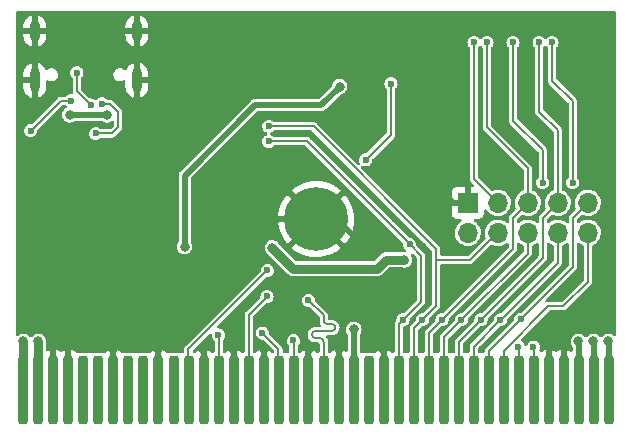
<source format=gtl>
%TF.GenerationSoftware,KiCad,Pcbnew,(6.0.7)*%
%TF.CreationDate,2023-03-31T21:15:27+02:00*%
%TF.ProjectId,airboy_cartridge,61697262-6f79-45f6-9361-727472696467,rev?*%
%TF.SameCoordinates,Original*%
%TF.FileFunction,Copper,L1,Top*%
%TF.FilePolarity,Positive*%
%FSLAX46Y46*%
G04 Gerber Fmt 4.6, Leading zero omitted, Abs format (unit mm)*
G04 Created by KiCad (PCBNEW (6.0.7)) date 2023-03-31 21:15:27*
%MOMM*%
%LPD*%
G01*
G04 APERTURE LIST*
G04 Aperture macros list*
%AMRoundRect*
0 Rectangle with rounded corners*
0 $1 Rounding radius*
0 $2 $3 $4 $5 $6 $7 $8 $9 X,Y pos of 4 corners*
0 Add a 4 corners polygon primitive as box body*
4,1,4,$2,$3,$4,$5,$6,$7,$8,$9,$2,$3,0*
0 Add four circle primitives for the rounded corners*
1,1,$1+$1,$2,$3*
1,1,$1+$1,$4,$5*
1,1,$1+$1,$6,$7*
1,1,$1+$1,$8,$9*
0 Add four rect primitives between the rounded corners*
20,1,$1+$1,$2,$3,$4,$5,0*
20,1,$1+$1,$4,$5,$6,$7,0*
20,1,$1+$1,$6,$7,$8,$9,0*
20,1,$1+$1,$8,$9,$2,$3,0*%
G04 Aperture macros list end*
%TA.AperFunction,SMDPad,CuDef*%
%ADD10RoundRect,0.200000X-0.200000X-2.700000X0.200000X-2.700000X0.200000X2.700000X-0.200000X2.700000X0*%
%TD*%
%TA.AperFunction,ComponentPad*%
%ADD11O,0.900000X1.700000*%
%TD*%
%TA.AperFunction,ComponentPad*%
%ADD12O,0.900000X2.000000*%
%TD*%
%TA.AperFunction,ComponentPad*%
%ADD13R,1.700000X1.700000*%
%TD*%
%TA.AperFunction,ComponentPad*%
%ADD14O,1.700000X1.700000*%
%TD*%
%TA.AperFunction,ComponentPad*%
%ADD15C,5.400000*%
%TD*%
%TA.AperFunction,ViaPad*%
%ADD16C,0.800000*%
%TD*%
%TA.AperFunction,ViaPad*%
%ADD17C,0.600000*%
%TD*%
%TA.AperFunction,Conductor*%
%ADD18C,0.508000*%
%TD*%
%TA.AperFunction,Conductor*%
%ADD19C,0.762000*%
%TD*%
%TA.AperFunction,Conductor*%
%ADD20C,0.177800*%
%TD*%
G04 APERTURE END LIST*
D10*
%TO.P,J4,1,Pin_1*%
%TO.N,+3.3V*%
X125222142Y-118500000D03*
%TO.P,J4,2,Pin_2*%
X126492142Y-118500000D03*
%TO.P,J4,3,Pin_3*%
%TO.N,GND*%
X127762142Y-118500000D03*
%TO.P,J4,4,Pin_4*%
X129032142Y-118500000D03*
%TO.P,J4,5,Pin_5*%
%TO.N,unconnected-(J4-Pad5)*%
X130302142Y-118500000D03*
%TO.P,J4,6,Pin_6*%
%TO.N,unconnected-(J4-Pad6)*%
X131572142Y-118500000D03*
%TO.P,J4,7,Pin_7*%
%TO.N,GND*%
X132842142Y-118500000D03*
%TO.P,J4,8,Pin_8*%
%TO.N,unconnected-(J4-Pad8)*%
X134112142Y-118500000D03*
%TO.P,J4,9,Pin_9*%
%TO.N,unconnected-(J4-Pad9)*%
X135376044Y-118500000D03*
%TO.P,J4,10,Pin_10*%
%TO.N,GND*%
X136639284Y-118500000D03*
%TO.P,J4,11,Pin_11*%
%TO.N,unconnected-(J4-Pad11)*%
X137935000Y-118500000D03*
%TO.P,J4,12,Pin_12*%
%TO.N,/SPID*%
X139205000Y-118500000D03*
%TO.P,J4,13,Pin_13*%
%TO.N,GND*%
X140475000Y-118500000D03*
%TO.P,J4,14,Pin_14*%
%TO.N,/SPIQ*%
X141745000Y-118500000D03*
%TO.P,J4,15,Pin_15*%
%TO.N,GND*%
X143015000Y-118500000D03*
%TO.P,J4,16,Pin_16*%
%TO.N,/SPICLK*%
X144285000Y-118500000D03*
%TO.P,J4,17,Pin_17*%
%TO.N,GND*%
X145555000Y-118500000D03*
%TO.P,J4,18,Pin_18*%
%TO.N,/SPICS*%
X146825000Y-118500000D03*
%TO.P,J4,19,Pin_19*%
%TO.N,/SPIWP*%
X148088902Y-118500000D03*
%TO.P,J4,20,Pin_20*%
%TO.N,GND*%
X149352142Y-118500000D03*
%TO.P,J4,21,Pin_21*%
%TO.N,/SPIHD*%
X150635000Y-118500000D03*
%TO.P,J4,22,Pin_22*%
%TO.N,GND*%
X151905000Y-118500000D03*
%TO.P,J4,23,Pin_23*%
%TO.N,/VDD_SPI*%
X153175000Y-118500000D03*
%TO.P,J4,24,Pin_24*%
%TO.N,unconnected-(J4-Pad24)*%
X154445000Y-118500000D03*
%TO.P,J4,25,Pin_25*%
%TO.N,GND*%
X155715000Y-118500000D03*
%TO.P,J4,26,Pin_26*%
%TO.N,/TXD*%
X156997858Y-118500000D03*
%TO.P,J4,27,Pin_27*%
%TO.N,/RXD*%
X158267858Y-118500000D03*
%TO.P,J4,28,Pin_28*%
%TO.N,/MTMS*%
X159537858Y-118500000D03*
%TO.P,J4,29,Pin_29*%
%TO.N,/MTDI*%
X160807858Y-118500000D03*
%TO.P,J4,30,Pin_30*%
%TO.N,/MTDO*%
X162083445Y-118484045D03*
%TO.P,J4,31,Pin_31*%
%TO.N,/MTCK*%
X163335000Y-118500000D03*
%TO.P,J4,32,Pin_32*%
%TO.N,/GPIO45*%
X164605000Y-118500000D03*
%TO.P,J4,33,Pin_33*%
%TO.N,/GPIO46*%
X165875000Y-118500000D03*
%TO.P,J4,34,Pin_34*%
%TO.N,/GPIO0*%
X167145000Y-118500000D03*
%TO.P,J4,35,Pin_35*%
%TO.N,/RST*%
X168415000Y-118500000D03*
%TO.P,J4,36,Pin_36*%
%TO.N,GND*%
X169685000Y-118500000D03*
%TO.P,J4,37,Pin_37*%
X170955000Y-118500000D03*
%TO.P,J4,38,Pin_38*%
%TO.N,+3.3V*%
X172225000Y-118500000D03*
%TO.P,J4,39,Pin_39*%
X173495000Y-118500000D03*
%TO.P,J4,40,Pin_40*%
X174765000Y-118500000D03*
%TD*%
D11*
%TO.P,J1,S1,SHIELD*%
%TO.N,GND*%
X126180000Y-88085000D03*
D12*
X126180000Y-92255000D03*
D11*
X134820000Y-88085000D03*
D12*
X134820000Y-92255000D03*
%TD*%
D13*
%TO.P,J3,1,Pin_1*%
%TO.N,GND*%
X162835000Y-102625000D03*
D14*
%TO.P,J3,2,Pin_2*%
%TO.N,+3.3V*%
X162835000Y-105165000D03*
%TO.P,J3,3,Pin_3*%
%TO.N,/TXD*%
X165375000Y-102625000D03*
%TO.P,J3,4,Pin_4*%
%TO.N,/RXD*%
X165375000Y-105165000D03*
%TO.P,J3,5,Pin_5*%
%TO.N,/MTMS*%
X167915000Y-102625000D03*
%TO.P,J3,6,Pin_6*%
%TO.N,/MTDI*%
X167915000Y-105165000D03*
%TO.P,J3,7,Pin_7*%
%TO.N,/MTDO*%
X170455000Y-102625000D03*
%TO.P,J3,8,Pin_8*%
%TO.N,/MTCK*%
X170455000Y-105165000D03*
%TO.P,J3,9,Pin_9*%
%TO.N,/GPIO45*%
X172995000Y-102625000D03*
%TO.P,J3,10,Pin_10*%
%TO.N,/GPIO46*%
X172995000Y-105165000D03*
%TD*%
D15*
%TO.P,H1,1,1*%
%TO.N,GND*%
X150000000Y-104000000D03*
%TD*%
D16*
%TO.N,GND*%
X131572000Y-113284000D03*
X149352000Y-87884000D03*
X156972000Y-87884000D03*
X137109200Y-89535000D03*
X146812000Y-87884000D03*
D17*
X156718000Y-103982000D03*
D16*
X127660400Y-99009200D03*
D17*
X164007800Y-115011200D03*
D16*
X129032000Y-114350800D03*
D17*
X128270000Y-89662000D03*
D16*
X153847800Y-106121200D03*
X157175200Y-101346000D03*
D17*
X161442400Y-115011200D03*
D16*
X143764000Y-87884000D03*
X127762000Y-114350800D03*
X154432000Y-87884000D03*
X170967400Y-114350800D03*
X169189400Y-112979200D03*
D17*
X170688000Y-94996000D03*
D16*
X141020800Y-96240600D03*
X148336000Y-100076000D03*
D17*
X165608000Y-94996000D03*
D16*
X131572000Y-110744000D03*
X137414000Y-87376000D03*
X151917400Y-115011200D03*
X142621000Y-98679000D03*
X172133200Y-91414600D03*
X160020000Y-101981000D03*
X151892000Y-87884000D03*
X127635000Y-109067600D03*
X160020000Y-92887800D03*
X134112000Y-113284000D03*
X134010400Y-102463600D03*
X134213600Y-94386400D03*
D17*
X173950000Y-107350000D03*
D16*
X165582600Y-89027000D03*
D17*
X159050000Y-106300000D03*
X170561000Y-110236000D03*
X161100000Y-106250000D03*
X160172400Y-115011200D03*
D16*
X151892000Y-90424000D03*
X125984000Y-102616000D03*
X131572000Y-108204000D03*
X149377400Y-115011200D03*
D17*
X154940000Y-100126800D03*
D16*
X143510000Y-100584000D03*
X134112000Y-108204000D03*
X125984000Y-105664000D03*
X136652000Y-102108000D03*
X136652000Y-108204000D03*
X136652000Y-110744000D03*
D17*
X157632400Y-115011200D03*
D16*
X131064000Y-101092000D03*
X136652000Y-104648000D03*
X135712200Y-98044000D03*
D17*
X146812000Y-92862400D03*
D16*
X140462000Y-115036600D03*
X158496000Y-100076000D03*
X142163800Y-91973400D03*
X142341600Y-110490000D03*
X136652000Y-113284000D03*
X169697400Y-114350800D03*
D17*
X162712400Y-115011200D03*
D16*
X130225800Y-112293400D03*
D17*
X158902400Y-115011200D03*
X147853400Y-96774000D03*
D16*
X165582600Y-91414600D03*
X145567400Y-115036600D03*
X173736000Y-100076000D03*
X159766000Y-87122000D03*
X156718000Y-106121200D03*
X139065000Y-108204000D03*
X161544000Y-99060000D03*
X129514600Y-99009200D03*
X143002000Y-115036600D03*
X127508000Y-101092000D03*
X173863000Y-93167200D03*
X134112000Y-110744000D03*
X126619000Y-94386400D03*
X136652000Y-115036600D03*
X132842000Y-115036600D03*
D17*
X167894000Y-94996000D03*
D16*
X165100000Y-99060000D03*
X155702000Y-115011200D03*
X152908000Y-98044000D03*
X128828800Y-110236000D03*
D17*
X132588000Y-89662000D03*
D16*
X171196000Y-90424000D03*
D17*
X146786600Y-90652600D03*
D16*
X141147800Y-103124000D03*
D17*
X146405600Y-111404400D03*
D16*
%TO.N,+3.3V*%
X151993600Y-92786200D03*
X174752000Y-114350800D03*
X146304000Y-106426000D03*
X138861800Y-106324400D03*
X126492000Y-114350800D03*
X125222000Y-114350800D03*
X173482000Y-114350800D03*
X172212000Y-114350800D03*
X157480000Y-107442000D03*
%TO.N,/VDD_SPI*%
X153187400Y-113334800D03*
%TO.N,/USB_PWR*%
X132308600Y-95173800D03*
X129133600Y-95173800D03*
D17*
%TO.N,Net-(J1-PadA5)*%
X129235200Y-93980000D03*
X125831600Y-96520000D03*
%TO.N,/D-*%
X130911600Y-94335600D03*
X129743200Y-91592400D03*
%TO.N,Net-(J1-PadB5)*%
X131343400Y-96748600D03*
X131851400Y-94234000D03*
%TO.N,/RXD*%
X159004000Y-112522000D03*
X145999200Y-96139000D03*
%TO.N,/MTMS*%
X160655000Y-112522000D03*
X164465000Y-89027000D03*
%TO.N,/MTDI*%
X169189400Y-100914200D03*
X166674800Y-89027000D03*
X162306000Y-112522000D03*
%TO.N,/MTDO*%
X168884600Y-89027000D03*
X163957000Y-112522000D03*
%TO.N,/MTCK*%
X169976800Y-89027000D03*
X171729400Y-100914200D03*
X165608000Y-112522000D03*
%TO.N,/TXD*%
X157911800Y-106146600D03*
X145999200Y-97409000D03*
X163372800Y-89027000D03*
X157353000Y-112522000D03*
%TO.N,/GPIO45*%
X167309800Y-112496600D03*
%TO.N,/SPID*%
X145872200Y-108331000D03*
%TO.N,/SPIQ*%
X141732000Y-113817400D03*
%TO.N,/SPICLK*%
X145846800Y-110540800D03*
%TO.N,/SPICS*%
X145440400Y-113639600D03*
%TO.N,/SPIWP*%
X148082000Y-114274600D03*
%TO.N,/SPIHD*%
X149352000Y-110871000D03*
%TO.N,/GPIO0*%
X154203400Y-98983800D03*
X156337000Y-92532200D03*
X167132000Y-114833400D03*
%TO.N,/RST*%
X168402000Y-114833400D03*
%TD*%
D18*
%TO.N,GND*%
X143015000Y-115049600D02*
X143015000Y-118600000D01*
X173863000Y-93144400D02*
X172133200Y-91414600D01*
X127762142Y-118600000D02*
X127762142Y-114350942D01*
X143002000Y-115036600D02*
X143015000Y-115049600D01*
X131572000Y-109550200D02*
X132842000Y-108280200D01*
X160909000Y-101981000D02*
X160020000Y-101981000D01*
X131038600Y-112293400D02*
X131572000Y-111760000D01*
X126187200Y-93954600D02*
X126187200Y-92262200D01*
X140475000Y-115049600D02*
X140475000Y-118600000D01*
X126187200Y-92262200D02*
X126180000Y-92255000D01*
X127660400Y-99009200D02*
X129514600Y-99009200D01*
X142621000Y-99695000D02*
X143510000Y-100584000D01*
X134213600Y-94843600D02*
X134213600Y-94386400D01*
X132359400Y-99009200D02*
X129514600Y-99009200D01*
X138455400Y-87376000D02*
X140157200Y-89077800D01*
X137414000Y-87376000D02*
X138455400Y-87376000D01*
X135712200Y-98044000D02*
X133324600Y-98044000D01*
X134823200Y-93776800D02*
X134823200Y-92258200D01*
X136639284Y-115049316D02*
X136639284Y-118600000D01*
X139750800Y-89535000D02*
X137109200Y-89535000D01*
X134823200Y-92258200D02*
X134820000Y-92255000D01*
X169697400Y-114350800D02*
X169685000Y-114363200D01*
X169697400Y-114350800D02*
X170967400Y-114350800D01*
X126180000Y-88085000D02*
X134820000Y-88085000D01*
X141147800Y-106121200D02*
X141147800Y-104673400D01*
X136105900Y-96735900D02*
X134213600Y-94843600D01*
X157175200Y-101346000D02*
X157810200Y-101981000D01*
X140157200Y-89128600D02*
X140157200Y-89077800D01*
X169685000Y-114363200D02*
X169685000Y-118600000D01*
X153847800Y-106121200D02*
X156718000Y-106121200D01*
X145567400Y-115036600D02*
X145555000Y-115049000D01*
X129032142Y-114350942D02*
X129032000Y-114350800D01*
X150000000Y-104000000D02*
X151726600Y-104000000D01*
X155956000Y-100126800D02*
X157175200Y-101346000D01*
X154940000Y-100126800D02*
X155956000Y-100126800D01*
X133324600Y-98044000D02*
X132359400Y-99009200D01*
X169697400Y-114350800D02*
X169189400Y-113842800D01*
X127660400Y-109067600D02*
X128828800Y-110236000D01*
X173863000Y-93167200D02*
X175031400Y-94335600D01*
X139750800Y-89535000D02*
X140157200Y-89128600D01*
X141147800Y-102946200D02*
X143510000Y-100584000D01*
X134820000Y-92255000D02*
X134820000Y-88085000D01*
X141147800Y-103124000D02*
X141147800Y-102946200D01*
X172339000Y-112979200D02*
X169189400Y-112979200D01*
X142341600Y-108407200D02*
X142417800Y-108331000D01*
X132842000Y-108280200D02*
X132842000Y-103632000D01*
X161553000Y-102625000D02*
X160909000Y-101981000D01*
X141147800Y-104673400D02*
X141147800Y-103124000D01*
X142621000Y-98679000D02*
X142621000Y-99695000D01*
X126180000Y-88085000D02*
X126180000Y-92255000D01*
X131572000Y-110744000D02*
X131572000Y-109550200D01*
X149377400Y-115011200D02*
X149352142Y-115036458D01*
X132842142Y-115036742D02*
X132842142Y-118600000D01*
X170955000Y-114363200D02*
X170955000Y-118600000D01*
X151726600Y-104000000D02*
X153847800Y-106121200D01*
X135712200Y-97129600D02*
X136105900Y-96735900D01*
X140157200Y-89077800D02*
X142163800Y-91084400D01*
X151917400Y-115011200D02*
X151905000Y-115023600D01*
X139065000Y-108204000D02*
X136652000Y-108204000D01*
X126619000Y-94386400D02*
X126187200Y-93954600D01*
X140462000Y-115036600D02*
X140475000Y-115049600D01*
X141020800Y-96240600D02*
X142163800Y-95097600D01*
X134820000Y-88085000D02*
X136705000Y-88085000D01*
X129032142Y-118600000D02*
X129032142Y-114350942D01*
X146748800Y-104000000D02*
X144830800Y-105918000D01*
X139065000Y-108204000D02*
X141147800Y-106121200D01*
X162835000Y-102625000D02*
X161553000Y-102625000D01*
X134010400Y-102463600D02*
X134010400Y-100660200D01*
X127762142Y-114350942D02*
X127762000Y-114350800D01*
X155715000Y-115024200D02*
X155715000Y-118600000D01*
X149352142Y-115036458D02*
X149352142Y-118600000D01*
X136601200Y-96240600D02*
X141020800Y-96240600D01*
X151905000Y-115023600D02*
X151905000Y-118600000D01*
X144830800Y-105918000D02*
X142417800Y-108331000D01*
X157810200Y-101981000D02*
X160020000Y-101981000D01*
X136705000Y-88085000D02*
X137414000Y-87376000D01*
X142341600Y-110490000D02*
X142341600Y-108407200D01*
X150000000Y-104000000D02*
X146748800Y-104000000D01*
X173863000Y-93167200D02*
X173863000Y-93144400D01*
X132842000Y-115036600D02*
X132842142Y-115036742D01*
X155702000Y-115011200D02*
X155715000Y-115024200D01*
X142163800Y-95097600D02*
X142163800Y-91973400D01*
X134112000Y-108204000D02*
X136652000Y-108204000D01*
X170967400Y-114350800D02*
X170955000Y-114363200D01*
X132918200Y-108204000D02*
X132842000Y-108280200D01*
X143586200Y-104673400D02*
X141147800Y-104673400D01*
X144830800Y-105918000D02*
X143586200Y-104673400D01*
X129540000Y-112293400D02*
X128828800Y-111582200D01*
X142163800Y-91084400D02*
X142163800Y-91973400D01*
X128828800Y-111582200D02*
X128828800Y-110236000D01*
X130225800Y-112293400D02*
X129540000Y-112293400D01*
X130225800Y-112293400D02*
X131038600Y-112293400D01*
X132842000Y-103632000D02*
X134010400Y-102463600D01*
X165582600Y-89027000D02*
X165582600Y-91414600D01*
X145555000Y-118500000D02*
X145555000Y-115049000D01*
X169189400Y-113842800D02*
X169189400Y-112979200D01*
X131572000Y-111760000D02*
X131572000Y-110744000D01*
X175031400Y-110286800D02*
X172339000Y-112979200D01*
X134213600Y-94386400D02*
X134823200Y-93776800D01*
X134112000Y-108204000D02*
X132918200Y-108204000D01*
X160020000Y-101981000D02*
X160020000Y-92887800D01*
X136105900Y-96735900D02*
X136601200Y-96240600D01*
X127635000Y-109067600D02*
X127660400Y-109067600D01*
X160020000Y-87376000D02*
X160020000Y-92887800D01*
X175031400Y-94335600D02*
X175031400Y-110286800D01*
X134010400Y-100660200D02*
X132359400Y-99009200D01*
X159766000Y-87122000D02*
X160020000Y-87376000D01*
X136652000Y-115036600D02*
X136639284Y-115049316D01*
X135712200Y-98044000D02*
X135712200Y-97129600D01*
D19*
%TO.N,+3.3V*%
X125222142Y-118600000D02*
X125222142Y-114350942D01*
X155905200Y-107442000D02*
X155143200Y-108204000D01*
X155143200Y-108204000D02*
X148082000Y-108204000D01*
D18*
X150444200Y-94335600D02*
X144856200Y-94335600D01*
D19*
X126492142Y-118600000D02*
X126492142Y-114350942D01*
D18*
X151993600Y-92786200D02*
X150444200Y-94335600D01*
X174765000Y-114363800D02*
X174752000Y-114350800D01*
X138861800Y-100330000D02*
X138861800Y-106324400D01*
X173495000Y-118600000D02*
X173495000Y-114363800D01*
D19*
X148082000Y-108204000D02*
X146304000Y-106426000D01*
X157480000Y-107442000D02*
X155905200Y-107442000D01*
X126492142Y-114350942D02*
X126492000Y-114350800D01*
D18*
X173495000Y-114363800D02*
X173482000Y-114350800D01*
X144856200Y-94335600D02*
X138861800Y-100330000D01*
X174765000Y-118600000D02*
X174765000Y-114363800D01*
D19*
X125222142Y-114350942D02*
X125222000Y-114350800D01*
D18*
X172212000Y-114350800D02*
X172225000Y-114363800D01*
X172225000Y-114363800D02*
X172225000Y-118600000D01*
%TO.N,/VDD_SPI*%
X153187400Y-113334800D02*
X153175000Y-113347200D01*
X153175000Y-113347200D02*
X153175000Y-118600000D01*
%TO.N,/USB_PWR*%
X132308600Y-95173800D02*
X129133600Y-95173800D01*
D20*
%TO.N,Net-(J1-PadA5)*%
X128371600Y-93980000D02*
X125831600Y-96520000D01*
X129235200Y-93980000D02*
X128371600Y-93980000D01*
%TO.N,/D-*%
X129743200Y-93167200D02*
X130911600Y-94335600D01*
X129743200Y-91592400D02*
X129743200Y-93167200D01*
%TO.N,Net-(J1-PadB5)*%
X133248400Y-96215200D02*
X132715000Y-96748600D01*
X133248400Y-94919800D02*
X133248400Y-96215200D01*
X132715000Y-96748600D02*
X131343400Y-96748600D01*
X132562600Y-94234000D02*
X133248400Y-94919800D01*
X131851400Y-94234000D02*
X132562600Y-94234000D01*
%TO.N,/RXD*%
X160147000Y-107442000D02*
X160147000Y-106502200D01*
X165375000Y-105165000D02*
X165345000Y-105165000D01*
X158267858Y-113258142D02*
X158267858Y-118600000D01*
X149783800Y-96139000D02*
X145999200Y-96139000D01*
X165345000Y-105165000D02*
X163068000Y-107442000D01*
X159004000Y-112522000D02*
X160147000Y-111379000D01*
X163068000Y-107442000D02*
X160147000Y-107442000D01*
X160147000Y-106502200D02*
X149783800Y-96139000D01*
X159004000Y-112522000D02*
X158267858Y-113258142D01*
X160147000Y-111379000D02*
X160147000Y-107442000D01*
%TO.N,/MTMS*%
X160680400Y-112522000D02*
X160655000Y-112522000D01*
X167915000Y-102625000D02*
X167915000Y-99690600D01*
X160655000Y-112522000D02*
X159537858Y-113639142D01*
X159537858Y-113639142D02*
X159537858Y-118600000D01*
X166649400Y-103890600D02*
X166649400Y-106553000D01*
X167915000Y-99690600D02*
X164465000Y-96240600D01*
X166649400Y-106553000D02*
X160680400Y-112522000D01*
X167915000Y-102625000D02*
X166649400Y-103890600D01*
X164465000Y-96240600D02*
X164465000Y-89027000D01*
%TO.N,/MTDI*%
X166674800Y-95656400D02*
X166674800Y-89027000D01*
X162306000Y-112522000D02*
X160807858Y-114020142D01*
X169189400Y-98171000D02*
X166674800Y-95656400D01*
X167915000Y-106913000D02*
X162306000Y-112522000D01*
X169189400Y-100914200D02*
X169189400Y-98171000D01*
X167915000Y-105165000D02*
X167915000Y-106913000D01*
X160807858Y-114020142D02*
X160807858Y-118600000D01*
%TO.N,/MTDO*%
X170455000Y-102625000D02*
X170455000Y-96464800D01*
X170455000Y-96464800D02*
X168884600Y-94894400D01*
X162083445Y-114395555D02*
X162083445Y-118584045D01*
X163957000Y-112522000D02*
X162083445Y-114395555D01*
X169189400Y-103890600D02*
X170455000Y-102625000D01*
X169189400Y-107289600D02*
X169189400Y-103890600D01*
X163957000Y-112522000D02*
X169189400Y-107289600D01*
X168884600Y-94894400D02*
X168884600Y-89027000D01*
%TO.N,/MTCK*%
X171729400Y-100914200D02*
X171729400Y-94030800D01*
X170455000Y-107687700D02*
X170455000Y-105165000D01*
X169976800Y-92278200D02*
X169976800Y-89027000D01*
X165608000Y-112522000D02*
X163335000Y-114795000D01*
X165620700Y-112522000D02*
X170455000Y-107687700D01*
X165608000Y-112522000D02*
X165620700Y-112522000D01*
X163335000Y-114795000D02*
X163335000Y-118600000D01*
X171729400Y-94030800D02*
X169976800Y-92278200D01*
%TO.N,/TXD*%
X163372800Y-100622800D02*
X165375000Y-102625000D01*
X158877000Y-110998000D02*
X157353000Y-112522000D01*
X157911800Y-106095800D02*
X149225000Y-97409000D01*
X149225000Y-97409000D02*
X145999200Y-97409000D01*
X157353000Y-112522000D02*
X156997858Y-112877142D01*
X157911800Y-106146600D02*
X157911800Y-106095800D01*
X157911800Y-106146600D02*
X158877000Y-107111800D01*
X156997858Y-112877142D02*
X156997858Y-118600000D01*
X158877000Y-107111800D02*
X158877000Y-110998000D01*
X163372800Y-89027000D02*
X163372800Y-100622800D01*
%TO.N,/GPIO45*%
X167309800Y-112496600D02*
X171729400Y-108077000D01*
X171729400Y-108077000D02*
X171729400Y-103890600D01*
X164605000Y-115201400D02*
X164605000Y-118600000D01*
X171729400Y-103890600D02*
X172995000Y-102625000D01*
X167309800Y-112496600D02*
X164605000Y-115201400D01*
%TO.N,/GPIO46*%
X169672000Y-111379000D02*
X170942000Y-111379000D01*
X165875000Y-115176000D02*
X169672000Y-111379000D01*
X170942000Y-111379000D02*
X172995000Y-109326000D01*
X172995000Y-109326000D02*
X172995000Y-105165000D01*
X165875000Y-118600000D02*
X165875000Y-115176000D01*
%TO.N,/SPID*%
X139192000Y-118487000D02*
X139205000Y-118500000D01*
X145872200Y-108331000D02*
X139192000Y-115011200D01*
X139192000Y-115011200D02*
X139192000Y-118487000D01*
%TO.N,/SPIQ*%
X141745000Y-113830400D02*
X141745000Y-118600000D01*
X141732000Y-113817400D02*
X141745000Y-113830400D01*
%TO.N,/SPICLK*%
X145846800Y-110566200D02*
X144285000Y-112128000D01*
X145846800Y-110540800D02*
X145846800Y-110566200D01*
X144285000Y-112128000D02*
X144285000Y-118600000D01*
%TO.N,/SPICS*%
X145440400Y-113639600D02*
X146812000Y-115011200D01*
X146812000Y-115011200D02*
X146812000Y-118587000D01*
%TO.N,/SPIWP*%
X148088902Y-114281502D02*
X148088902Y-118600000D01*
X148082000Y-114274600D02*
X148088902Y-114281502D01*
%TO.N,/SPIHD*%
X151335000Y-112885000D02*
X150935000Y-112885000D01*
X149935000Y-113485000D02*
X150335000Y-113485000D01*
X150335000Y-114085000D02*
X149935000Y-114085000D01*
X150635000Y-118600000D02*
X150635000Y-114385000D01*
X150635000Y-112585000D02*
X150635000Y-112154000D01*
X150335000Y-113485000D02*
X151335000Y-113485000D01*
X150635000Y-112154000D02*
X149352000Y-110871000D01*
X149935000Y-113485000D02*
G75*
G03*
X149635000Y-113785000I0J-300000D01*
G01*
X150335000Y-114085000D02*
G75*
G02*
X150635000Y-114385000I0J-300000D01*
G01*
X150635000Y-112585000D02*
G75*
G03*
X150935000Y-112885000I300000J0D01*
G01*
X151635000Y-113185000D02*
G75*
G02*
X151335000Y-113485000I-300000J0D01*
G01*
X151335000Y-112885000D02*
G75*
G02*
X151635000Y-113185000I0J-300000D01*
G01*
X149635000Y-113785000D02*
G75*
G03*
X149935000Y-114085000I300000J0D01*
G01*
%TO.N,/GPIO0*%
X156337000Y-96850200D02*
X154203400Y-98983800D01*
X167145000Y-114846400D02*
X167132000Y-114833400D01*
X156337000Y-92532200D02*
X156337000Y-96850200D01*
X167145000Y-118600000D02*
X167145000Y-114846400D01*
%TO.N,/RST*%
X168402000Y-114833400D02*
X168415000Y-114846400D01*
X168415000Y-114846400D02*
X168415000Y-118600000D01*
%TD*%
%TA.AperFunction,Conductor*%
%TO.N,GND*%
G36*
X175341621Y-86420502D02*
G01*
X175388114Y-86474158D01*
X175399500Y-86526500D01*
X175399500Y-113770044D01*
X175379498Y-113838165D01*
X175325842Y-113884658D01*
X175255568Y-113894762D01*
X175189682Y-113864121D01*
X175133951Y-113814467D01*
X175133945Y-113814463D01*
X175128275Y-113809411D01*
X175120889Y-113805500D01*
X175045251Y-113765452D01*
X174988274Y-113735284D01*
X174834633Y-113696692D01*
X174827034Y-113696652D01*
X174827033Y-113696652D01*
X174761181Y-113696307D01*
X174676221Y-113695862D01*
X174668841Y-113697634D01*
X174668839Y-113697634D01*
X174529563Y-113731071D01*
X174529560Y-113731072D01*
X174522184Y-113732843D01*
X174381414Y-113805500D01*
X174262039Y-113909638D01*
X174257672Y-113915852D01*
X174257669Y-113915855D01*
X174220153Y-113969235D01*
X174164619Y-114013467D01*
X174093987Y-114020653D01*
X174030682Y-113988512D01*
X174013226Y-113968152D01*
X173980855Y-113921051D01*
X173980854Y-113921049D01*
X173976553Y-113914792D01*
X173858275Y-113809411D01*
X173850889Y-113805500D01*
X173775251Y-113765452D01*
X173718274Y-113735284D01*
X173564633Y-113696692D01*
X173557034Y-113696652D01*
X173557033Y-113696652D01*
X173491181Y-113696307D01*
X173406221Y-113695862D01*
X173398841Y-113697634D01*
X173398839Y-113697634D01*
X173259563Y-113731071D01*
X173259560Y-113731072D01*
X173252184Y-113732843D01*
X173111414Y-113805500D01*
X172992039Y-113909638D01*
X172987672Y-113915852D01*
X172987669Y-113915855D01*
X172950153Y-113969235D01*
X172894619Y-114013467D01*
X172823987Y-114020653D01*
X172760682Y-113988512D01*
X172743226Y-113968152D01*
X172710855Y-113921051D01*
X172710854Y-113921049D01*
X172706553Y-113914792D01*
X172588275Y-113809411D01*
X172580889Y-113805500D01*
X172505251Y-113765452D01*
X172448274Y-113735284D01*
X172294633Y-113696692D01*
X172287034Y-113696652D01*
X172287033Y-113696652D01*
X172221181Y-113696307D01*
X172136221Y-113695862D01*
X172128841Y-113697634D01*
X172128839Y-113697634D01*
X171989563Y-113731071D01*
X171989560Y-113731072D01*
X171982184Y-113732843D01*
X171841414Y-113805500D01*
X171722039Y-113909638D01*
X171630950Y-114039244D01*
X171628190Y-114046324D01*
X171576626Y-114178579D01*
X171573406Y-114186837D01*
X171572414Y-114194370D01*
X171572414Y-114194371D01*
X171558164Y-114302615D01*
X171552729Y-114343896D01*
X171555568Y-114369610D01*
X171564063Y-114446551D01*
X171570113Y-114501353D01*
X171572723Y-114508484D01*
X171572723Y-114508486D01*
X171602548Y-114589986D01*
X171624553Y-114650119D01*
X171628788Y-114656422D01*
X171628792Y-114656429D01*
X171695081Y-114755077D01*
X171716500Y-114825353D01*
X171716500Y-115088684D01*
X171696498Y-115156805D01*
X171642842Y-115203298D01*
X171572568Y-115213402D01*
X171525229Y-115196460D01*
X171454992Y-115153923D01*
X171441243Y-115147715D01*
X171291356Y-115100744D01*
X171278306Y-115098131D01*
X171223414Y-115093087D01*
X171211876Y-115096475D01*
X171210671Y-115097865D01*
X171209000Y-115105548D01*
X171209000Y-115205400D01*
X171188998Y-115273521D01*
X171135342Y-115320014D01*
X171083000Y-115331400D01*
X170827000Y-115331400D01*
X170758879Y-115311398D01*
X170712386Y-115257742D01*
X170701000Y-115205400D01*
X170701000Y-115110116D01*
X170696525Y-115094877D01*
X170695135Y-115093672D01*
X170690706Y-115092709D01*
X170631685Y-115098132D01*
X170618649Y-115100743D01*
X170468757Y-115147715D01*
X170455015Y-115153920D01*
X170385272Y-115196158D01*
X170316642Y-115214337D01*
X170254728Y-115196158D01*
X170184985Y-115153920D01*
X170171243Y-115147715D01*
X170021356Y-115100744D01*
X170008306Y-115098131D01*
X169953414Y-115093087D01*
X169941876Y-115096475D01*
X169940671Y-115097865D01*
X169939000Y-115105548D01*
X169939000Y-115205400D01*
X169918998Y-115273521D01*
X169865342Y-115320014D01*
X169813000Y-115331400D01*
X169557000Y-115331400D01*
X169488879Y-115311398D01*
X169442386Y-115257742D01*
X169431000Y-115205400D01*
X169431000Y-115110116D01*
X169426525Y-115094877D01*
X169425135Y-115093672D01*
X169420706Y-115092709D01*
X169361685Y-115098132D01*
X169348649Y-115100743D01*
X169198757Y-115147715D01*
X169185008Y-115153923D01*
X169092514Y-115209939D01*
X169023884Y-115228118D01*
X168956321Y-115206308D01*
X168911275Y-115151432D01*
X168903048Y-115080913D01*
X168910835Y-115053944D01*
X168939067Y-114985787D01*
X168939068Y-114985782D01*
X168942228Y-114978154D01*
X168945690Y-114951862D01*
X168960207Y-114841588D01*
X168961285Y-114833400D01*
X168948310Y-114734842D01*
X168943306Y-114696832D01*
X168943305Y-114696830D01*
X168942228Y-114688646D01*
X168907804Y-114605539D01*
X168889515Y-114561386D01*
X168889514Y-114561384D01*
X168886355Y-114553758D01*
X168797474Y-114437926D01*
X168790924Y-114432900D01*
X168790921Y-114432897D01*
X168688196Y-114354073D01*
X168688194Y-114354072D01*
X168681643Y-114349045D01*
X168546754Y-114293172D01*
X168500982Y-114287146D01*
X168410188Y-114275193D01*
X168402000Y-114274115D01*
X168393812Y-114275193D01*
X168265432Y-114292094D01*
X168265430Y-114292095D01*
X168257246Y-114293172D01*
X168234449Y-114302615D01*
X168129986Y-114345885D01*
X168129984Y-114345886D01*
X168122358Y-114349045D01*
X168087047Y-114376140D01*
X168017037Y-114429861D01*
X168006526Y-114437926D01*
X167917645Y-114553758D01*
X167914486Y-114561384D01*
X167914485Y-114561386D01*
X167883409Y-114636410D01*
X167838860Y-114691690D01*
X167771497Y-114714111D01*
X167702706Y-114696553D01*
X167654327Y-114644590D01*
X167650591Y-114636410D01*
X167619515Y-114561386D01*
X167619514Y-114561384D01*
X167616355Y-114553758D01*
X167527474Y-114437926D01*
X167520924Y-114432900D01*
X167520921Y-114432897D01*
X167418196Y-114354073D01*
X167418194Y-114354072D01*
X167411643Y-114349045D01*
X167409217Y-114348040D01*
X167362026Y-114298546D01*
X167348591Y-114228832D01*
X167374979Y-114162921D01*
X167384925Y-114151716D01*
X169777336Y-111759305D01*
X169839648Y-111725279D01*
X169866431Y-111722400D01*
X170921508Y-111722400D01*
X170932490Y-111722879D01*
X170961415Y-111725410D01*
X170961417Y-111725410D01*
X170972391Y-111726370D01*
X171011094Y-111716000D01*
X171021809Y-111713625D01*
X171029403Y-111712286D01*
X171050409Y-111708582D01*
X171050411Y-111708581D01*
X171061261Y-111706668D01*
X171070804Y-111701158D01*
X171074841Y-111699689D01*
X171078723Y-111697879D01*
X171089366Y-111695027D01*
X171098393Y-111688706D01*
X171098396Y-111688705D01*
X171122194Y-111672042D01*
X171131455Y-111666142D01*
X171166138Y-111646117D01*
X171191880Y-111615439D01*
X171199306Y-111607335D01*
X173223330Y-109583311D01*
X173231434Y-109575884D01*
X173253672Y-109557224D01*
X173262117Y-109550138D01*
X173267631Y-109540588D01*
X173282144Y-109515452D01*
X173288048Y-109506184D01*
X173304703Y-109482397D01*
X173304704Y-109482395D01*
X173311026Y-109473366D01*
X173313878Y-109462721D01*
X173315693Y-109458829D01*
X173317158Y-109454805D01*
X173322668Y-109445261D01*
X173324582Y-109434407D01*
X173324583Y-109434404D01*
X173329628Y-109405797D01*
X173332006Y-109395070D01*
X173339517Y-109367037D01*
X173339517Y-109367034D01*
X173342369Y-109356391D01*
X173338879Y-109316498D01*
X173338400Y-109305517D01*
X173338400Y-106305205D01*
X173358402Y-106237084D01*
X173412058Y-106190591D01*
X173423885Y-106185897D01*
X173446165Y-106178334D01*
X173452703Y-106174673D01*
X173547606Y-106121524D01*
X173623276Y-106079147D01*
X173629831Y-106073696D01*
X173774913Y-105953031D01*
X173779345Y-105949345D01*
X173813162Y-105908685D01*
X173905453Y-105797718D01*
X173905455Y-105797715D01*
X173909147Y-105793276D01*
X174008334Y-105616165D01*
X174010190Y-105610698D01*
X174010192Y-105610693D01*
X174071728Y-105429414D01*
X174071729Y-105429409D01*
X174073584Y-105423945D01*
X174074412Y-105418236D01*
X174074413Y-105418231D01*
X174102179Y-105226727D01*
X174102712Y-105223053D01*
X174104232Y-105165000D01*
X174085658Y-104962859D01*
X174084090Y-104957299D01*
X174032125Y-104773046D01*
X174032124Y-104773044D01*
X174030557Y-104767487D01*
X174019978Y-104746033D01*
X173943331Y-104590609D01*
X173940776Y-104585428D01*
X173819320Y-104422779D01*
X173741778Y-104351100D01*
X173674503Y-104288911D01*
X173670258Y-104284987D01*
X173665375Y-104281906D01*
X173665371Y-104281903D01*
X173503464Y-104179748D01*
X173498581Y-104176667D01*
X173310039Y-104101446D01*
X173304379Y-104100320D01*
X173304375Y-104100319D01*
X173116613Y-104062971D01*
X173116610Y-104062971D01*
X173110946Y-104061844D01*
X173105171Y-104061768D01*
X173105167Y-104061768D01*
X173003793Y-104060441D01*
X172907971Y-104059187D01*
X172902274Y-104060166D01*
X172902273Y-104060166D01*
X172743031Y-104087529D01*
X172707910Y-104093564D01*
X172517463Y-104163824D01*
X172343010Y-104267612D01*
X172338667Y-104271421D01*
X172338660Y-104271426D01*
X172281878Y-104321223D01*
X172217474Y-104351100D01*
X172147141Y-104341415D01*
X172093210Y-104295243D01*
X172072800Y-104226492D01*
X172072800Y-104085031D01*
X172092802Y-104016910D01*
X172109705Y-103995936D01*
X172433396Y-103672245D01*
X172495708Y-103638219D01*
X172572228Y-103645572D01*
X172646925Y-103677664D01*
X172646928Y-103677665D01*
X172652228Y-103679942D01*
X172657857Y-103681216D01*
X172657858Y-103681216D01*
X172844579Y-103723467D01*
X172844584Y-103723468D01*
X172850216Y-103724742D01*
X172855987Y-103724969D01*
X172855989Y-103724969D01*
X172915756Y-103727317D01*
X173053053Y-103732712D01*
X173153499Y-103718148D01*
X173248231Y-103704413D01*
X173248236Y-103704412D01*
X173253945Y-103703584D01*
X173259409Y-103701729D01*
X173259414Y-103701728D01*
X173440693Y-103640192D01*
X173440698Y-103640190D01*
X173446165Y-103638334D01*
X173455174Y-103633289D01*
X173555058Y-103577351D01*
X173623276Y-103539147D01*
X173638495Y-103526490D01*
X173774913Y-103413031D01*
X173779345Y-103409345D01*
X173909147Y-103253276D01*
X173973560Y-103138258D01*
X174005510Y-103081208D01*
X174005511Y-103081206D01*
X174008334Y-103076165D01*
X174010190Y-103070698D01*
X174010192Y-103070693D01*
X174071728Y-102889414D01*
X174071729Y-102889409D01*
X174073584Y-102883945D01*
X174074412Y-102878236D01*
X174074413Y-102878231D01*
X174102179Y-102686727D01*
X174102712Y-102683053D01*
X174104232Y-102625000D01*
X174085658Y-102422859D01*
X174084090Y-102417299D01*
X174032125Y-102233046D01*
X174032124Y-102233044D01*
X174030557Y-102227487D01*
X174019978Y-102206033D01*
X173943331Y-102050609D01*
X173940776Y-102045428D01*
X173819320Y-101882779D01*
X173670258Y-101744987D01*
X173665375Y-101741906D01*
X173665371Y-101741903D01*
X173503464Y-101639748D01*
X173498581Y-101636667D01*
X173310039Y-101561446D01*
X173304379Y-101560320D01*
X173304375Y-101560319D01*
X173116613Y-101522971D01*
X173116610Y-101522971D01*
X173110946Y-101521844D01*
X173105171Y-101521768D01*
X173105167Y-101521768D01*
X173003793Y-101520441D01*
X172907971Y-101519187D01*
X172902274Y-101520166D01*
X172902273Y-101520166D01*
X172804620Y-101536946D01*
X172707910Y-101553564D01*
X172517463Y-101623824D01*
X172343010Y-101727612D01*
X172338670Y-101731418D01*
X172338666Y-101731421D01*
X172318723Y-101748911D01*
X172190392Y-101861455D01*
X172064720Y-102020869D01*
X172062031Y-102025980D01*
X172062029Y-102025983D01*
X172049073Y-102050609D01*
X171970203Y-102200515D01*
X171910007Y-102394378D01*
X171886148Y-102595964D01*
X171899424Y-102798522D01*
X171900845Y-102804118D01*
X171900846Y-102804123D01*
X171922508Y-102889414D01*
X171949392Y-102995269D01*
X171951809Y-103000512D01*
X171972484Y-103045360D01*
X171982839Y-103115598D01*
X171953576Y-103180283D01*
X171947153Y-103187206D01*
X171501070Y-103633289D01*
X171492966Y-103640716D01*
X171462283Y-103666462D01*
X171454500Y-103679942D01*
X171442262Y-103701139D01*
X171436358Y-103710406D01*
X171419695Y-103734204D01*
X171419694Y-103734207D01*
X171413373Y-103743234D01*
X171410521Y-103753877D01*
X171408711Y-103757759D01*
X171407242Y-103761796D01*
X171401732Y-103771339D01*
X171399819Y-103782189D01*
X171399818Y-103782191D01*
X171394776Y-103810788D01*
X171392400Y-103821506D01*
X171382030Y-103860209D01*
X171382990Y-103871183D01*
X171382990Y-103871185D01*
X171385521Y-103900110D01*
X171386000Y-103911092D01*
X171386000Y-104233333D01*
X171365998Y-104301454D01*
X171312342Y-104347947D01*
X171242068Y-104358051D01*
X171174473Y-104325859D01*
X171130258Y-104284987D01*
X171125375Y-104281906D01*
X171125371Y-104281903D01*
X170963464Y-104179748D01*
X170958581Y-104176667D01*
X170770039Y-104101446D01*
X170764379Y-104100320D01*
X170764375Y-104100319D01*
X170576613Y-104062971D01*
X170576610Y-104062971D01*
X170570946Y-104061844D01*
X170565171Y-104061768D01*
X170565167Y-104061768D01*
X170463793Y-104060441D01*
X170367971Y-104059187D01*
X170362274Y-104060166D01*
X170362273Y-104060166D01*
X170203031Y-104087529D01*
X170167910Y-104093564D01*
X169977463Y-104163824D01*
X169803010Y-104267612D01*
X169798667Y-104271421D01*
X169798660Y-104271426D01*
X169741878Y-104321223D01*
X169677474Y-104351100D01*
X169607141Y-104341415D01*
X169553210Y-104295243D01*
X169532800Y-104226492D01*
X169532800Y-104085031D01*
X169552802Y-104016910D01*
X169569705Y-103995936D01*
X169893396Y-103672245D01*
X169955708Y-103638219D01*
X170032228Y-103645572D01*
X170106925Y-103677664D01*
X170106928Y-103677665D01*
X170112228Y-103679942D01*
X170117857Y-103681216D01*
X170117858Y-103681216D01*
X170304579Y-103723467D01*
X170304584Y-103723468D01*
X170310216Y-103724742D01*
X170315987Y-103724969D01*
X170315989Y-103724969D01*
X170375756Y-103727317D01*
X170513053Y-103732712D01*
X170613499Y-103718148D01*
X170708231Y-103704413D01*
X170708236Y-103704412D01*
X170713945Y-103703584D01*
X170719409Y-103701729D01*
X170719414Y-103701728D01*
X170900693Y-103640192D01*
X170900698Y-103640190D01*
X170906165Y-103638334D01*
X170915174Y-103633289D01*
X171015058Y-103577351D01*
X171083276Y-103539147D01*
X171098495Y-103526490D01*
X171234913Y-103413031D01*
X171239345Y-103409345D01*
X171369147Y-103253276D01*
X171433560Y-103138258D01*
X171465510Y-103081208D01*
X171465511Y-103081206D01*
X171468334Y-103076165D01*
X171470190Y-103070698D01*
X171470192Y-103070693D01*
X171531728Y-102889414D01*
X171531729Y-102889409D01*
X171533584Y-102883945D01*
X171534412Y-102878236D01*
X171534413Y-102878231D01*
X171562179Y-102686727D01*
X171562712Y-102683053D01*
X171564232Y-102625000D01*
X171545658Y-102422859D01*
X171544090Y-102417299D01*
X171492125Y-102233046D01*
X171492124Y-102233044D01*
X171490557Y-102227487D01*
X171479978Y-102206033D01*
X171403331Y-102050609D01*
X171400776Y-102045428D01*
X171279320Y-101882779D01*
X171130258Y-101744987D01*
X171125375Y-101741906D01*
X171125371Y-101741903D01*
X170963464Y-101639748D01*
X170958581Y-101636667D01*
X170877709Y-101604402D01*
X170821851Y-101560583D01*
X170798400Y-101487373D01*
X170798400Y-96485292D01*
X170798879Y-96474310D01*
X170801410Y-96445385D01*
X170801410Y-96445383D01*
X170802370Y-96434409D01*
X170792000Y-96395706D01*
X170789624Y-96384988D01*
X170784582Y-96356391D01*
X170784581Y-96356389D01*
X170782668Y-96345539D01*
X170777158Y-96335996D01*
X170775689Y-96331959D01*
X170773879Y-96328077D01*
X170771027Y-96317434D01*
X170764706Y-96308407D01*
X170764705Y-96308404D01*
X170748042Y-96284606D01*
X170742138Y-96275339D01*
X170733909Y-96261085D01*
X170722117Y-96240662D01*
X170691439Y-96214920D01*
X170683335Y-96207494D01*
X169264905Y-94789064D01*
X169230879Y-94726752D01*
X169228000Y-94699969D01*
X169228000Y-89524568D01*
X169248002Y-89456447D01*
X169268505Y-89434160D01*
X169267684Y-89433339D01*
X169273521Y-89427502D01*
X169280074Y-89422474D01*
X169285101Y-89415923D01*
X169285105Y-89415919D01*
X169330738Y-89356449D01*
X169388076Y-89314582D01*
X169458947Y-89310360D01*
X169520850Y-89345124D01*
X169530662Y-89356449D01*
X169576295Y-89415919D01*
X169576299Y-89415923D01*
X169581326Y-89422474D01*
X169587879Y-89427502D01*
X169593716Y-89433339D01*
X169591848Y-89435208D01*
X169625975Y-89481953D01*
X169633400Y-89524568D01*
X169633400Y-92257708D01*
X169632921Y-92268690D01*
X169631169Y-92288719D01*
X169629430Y-92308591D01*
X169639800Y-92347294D01*
X169642175Y-92358009D01*
X169649132Y-92397461D01*
X169654642Y-92407004D01*
X169656111Y-92411041D01*
X169657921Y-92414923D01*
X169660773Y-92425566D01*
X169667094Y-92434593D01*
X169667095Y-92434596D01*
X169683758Y-92458394D01*
X169689658Y-92467655D01*
X169709683Y-92502338D01*
X169718130Y-92509426D01*
X169740361Y-92528080D01*
X169748465Y-92535506D01*
X171349095Y-94136136D01*
X171383121Y-94198448D01*
X171386000Y-94225231D01*
X171386000Y-100416632D01*
X171365998Y-100484753D01*
X171345495Y-100507040D01*
X171346316Y-100507861D01*
X171340479Y-100513698D01*
X171333926Y-100518726D01*
X171245045Y-100634558D01*
X171189172Y-100769446D01*
X171188095Y-100777630D01*
X171188094Y-100777632D01*
X171173241Y-100890455D01*
X171170115Y-100914200D01*
X171189172Y-101058954D01*
X171192331Y-101066580D01*
X171241396Y-101185032D01*
X171245045Y-101193842D01*
X171250072Y-101200393D01*
X171299927Y-101265365D01*
X171333926Y-101309674D01*
X171340476Y-101314700D01*
X171340479Y-101314703D01*
X171443204Y-101393527D01*
X171449757Y-101398555D01*
X171584646Y-101454428D01*
X171729400Y-101473485D01*
X171737588Y-101472407D01*
X171865966Y-101455506D01*
X171874154Y-101454428D01*
X172009043Y-101398555D01*
X172015596Y-101393527D01*
X172118321Y-101314703D01*
X172118324Y-101314700D01*
X172124874Y-101309674D01*
X172158874Y-101265365D01*
X172208728Y-101200393D01*
X172213755Y-101193842D01*
X172217405Y-101185032D01*
X172266469Y-101066580D01*
X172269628Y-101058954D01*
X172288685Y-100914200D01*
X172285559Y-100890455D01*
X172270706Y-100777632D01*
X172270705Y-100777630D01*
X172269628Y-100769446D01*
X172213755Y-100634558D01*
X172124874Y-100518726D01*
X172118321Y-100513698D01*
X172112484Y-100507861D01*
X172114352Y-100505992D01*
X172080225Y-100459247D01*
X172072800Y-100416632D01*
X172072800Y-94051292D01*
X172073279Y-94040310D01*
X172075810Y-94011385D01*
X172075810Y-94011383D01*
X172076770Y-94000409D01*
X172066400Y-93961706D01*
X172064024Y-93950988D01*
X172058982Y-93922391D01*
X172058981Y-93922389D01*
X172057068Y-93911539D01*
X172051558Y-93901996D01*
X172050089Y-93897959D01*
X172048279Y-93894077D01*
X172045427Y-93883434D01*
X172039106Y-93874407D01*
X172039105Y-93874404D01*
X172022442Y-93850606D01*
X172016538Y-93841339D01*
X172008178Y-93826858D01*
X171996517Y-93806662D01*
X171981778Y-93794294D01*
X171965839Y-93780920D01*
X171957735Y-93773494D01*
X170357105Y-92172864D01*
X170323079Y-92110552D01*
X170320200Y-92083769D01*
X170320200Y-89524568D01*
X170340202Y-89456447D01*
X170360705Y-89434160D01*
X170359884Y-89433339D01*
X170365721Y-89427502D01*
X170372274Y-89422474D01*
X170383565Y-89407760D01*
X170456128Y-89313193D01*
X170461155Y-89306642D01*
X170464855Y-89297711D01*
X170513869Y-89179380D01*
X170517028Y-89171754D01*
X170536085Y-89027000D01*
X170517028Y-88882246D01*
X170475513Y-88782020D01*
X170464315Y-88754986D01*
X170464314Y-88754984D01*
X170461155Y-88747358D01*
X170372274Y-88631526D01*
X170365724Y-88626500D01*
X170365721Y-88626497D01*
X170262996Y-88547673D01*
X170262994Y-88547672D01*
X170256443Y-88542645D01*
X170121554Y-88486772D01*
X169976800Y-88467715D01*
X169968612Y-88468793D01*
X169840232Y-88485694D01*
X169840230Y-88485695D01*
X169832046Y-88486772D01*
X169784230Y-88506578D01*
X169704786Y-88539485D01*
X169704784Y-88539486D01*
X169697158Y-88542645D01*
X169581326Y-88631526D01*
X169576303Y-88638072D01*
X169576299Y-88638076D01*
X169530662Y-88697551D01*
X169473324Y-88739418D01*
X169402453Y-88743640D01*
X169340550Y-88708876D01*
X169330738Y-88697551D01*
X169285105Y-88638081D01*
X169285100Y-88638076D01*
X169280074Y-88631526D01*
X169273524Y-88626500D01*
X169273521Y-88626497D01*
X169170796Y-88547673D01*
X169170794Y-88547672D01*
X169164243Y-88542645D01*
X169029354Y-88486772D01*
X168884600Y-88467715D01*
X168876412Y-88468793D01*
X168748032Y-88485694D01*
X168748030Y-88485695D01*
X168739846Y-88486772D01*
X168692030Y-88506578D01*
X168612586Y-88539485D01*
X168612584Y-88539486D01*
X168604958Y-88542645D01*
X168489126Y-88631526D01*
X168400245Y-88747358D01*
X168397086Y-88754984D01*
X168397085Y-88754986D01*
X168385887Y-88782020D01*
X168344372Y-88882246D01*
X168325315Y-89027000D01*
X168344372Y-89171754D01*
X168347531Y-89179380D01*
X168396546Y-89297711D01*
X168400245Y-89306642D01*
X168405272Y-89313193D01*
X168477836Y-89407760D01*
X168489126Y-89422474D01*
X168495679Y-89427502D01*
X168501516Y-89433339D01*
X168499648Y-89435208D01*
X168533775Y-89481953D01*
X168541200Y-89524568D01*
X168541200Y-94873908D01*
X168540721Y-94884890D01*
X168537230Y-94924791D01*
X168547600Y-94963494D01*
X168549975Y-94974209D01*
X168556932Y-95013661D01*
X168562442Y-95023204D01*
X168563911Y-95027241D01*
X168565721Y-95031123D01*
X168568573Y-95041766D01*
X168574894Y-95050793D01*
X168574895Y-95050796D01*
X168591558Y-95074594D01*
X168597458Y-95083855D01*
X168617483Y-95118538D01*
X168625930Y-95125626D01*
X168648161Y-95144280D01*
X168656265Y-95151706D01*
X170074695Y-96570136D01*
X170108721Y-96632448D01*
X170111600Y-96659231D01*
X170111600Y-101486521D01*
X170091598Y-101554642D01*
X170037942Y-101601135D01*
X170029211Y-101604733D01*
X169977463Y-101623824D01*
X169803010Y-101727612D01*
X169798670Y-101731418D01*
X169798666Y-101731421D01*
X169778723Y-101748911D01*
X169650392Y-101861455D01*
X169524720Y-102020869D01*
X169522031Y-102025980D01*
X169522029Y-102025983D01*
X169509073Y-102050609D01*
X169430203Y-102200515D01*
X169370007Y-102394378D01*
X169346148Y-102595964D01*
X169359424Y-102798522D01*
X169360845Y-102804118D01*
X169360846Y-102804123D01*
X169382508Y-102889414D01*
X169409392Y-102995269D01*
X169411809Y-103000512D01*
X169432484Y-103045360D01*
X169442839Y-103115598D01*
X169413576Y-103180283D01*
X169407153Y-103187206D01*
X168961070Y-103633289D01*
X168952966Y-103640716D01*
X168922283Y-103666462D01*
X168914500Y-103679942D01*
X168902262Y-103701139D01*
X168896358Y-103710406D01*
X168879695Y-103734204D01*
X168879694Y-103734207D01*
X168873373Y-103743234D01*
X168870521Y-103753877D01*
X168868711Y-103757759D01*
X168867242Y-103761796D01*
X168861732Y-103771339D01*
X168859819Y-103782189D01*
X168859818Y-103782191D01*
X168854776Y-103810788D01*
X168852400Y-103821506D01*
X168842030Y-103860209D01*
X168842990Y-103871183D01*
X168842990Y-103871185D01*
X168845521Y-103900110D01*
X168846000Y-103911092D01*
X168846000Y-104233333D01*
X168825998Y-104301454D01*
X168772342Y-104347947D01*
X168702068Y-104358051D01*
X168634473Y-104325859D01*
X168590258Y-104284987D01*
X168585375Y-104281906D01*
X168585371Y-104281903D01*
X168423464Y-104179748D01*
X168418581Y-104176667D01*
X168230039Y-104101446D01*
X168224379Y-104100320D01*
X168224375Y-104100319D01*
X168036613Y-104062971D01*
X168036610Y-104062971D01*
X168030946Y-104061844D01*
X168025171Y-104061768D01*
X168025167Y-104061768D01*
X167923793Y-104060441D01*
X167827971Y-104059187D01*
X167822274Y-104060166D01*
X167822273Y-104060166D01*
X167663031Y-104087529D01*
X167627910Y-104093564D01*
X167437463Y-104163824D01*
X167263010Y-104267612D01*
X167258667Y-104271421D01*
X167258660Y-104271426D01*
X167201878Y-104321223D01*
X167137474Y-104351100D01*
X167067141Y-104341415D01*
X167013210Y-104295243D01*
X166992800Y-104226492D01*
X166992800Y-104085031D01*
X167012802Y-104016910D01*
X167029705Y-103995936D01*
X167353396Y-103672245D01*
X167415708Y-103638219D01*
X167492228Y-103645572D01*
X167566925Y-103677664D01*
X167566928Y-103677665D01*
X167572228Y-103679942D01*
X167577857Y-103681216D01*
X167577858Y-103681216D01*
X167764579Y-103723467D01*
X167764584Y-103723468D01*
X167770216Y-103724742D01*
X167775987Y-103724969D01*
X167775989Y-103724969D01*
X167835756Y-103727317D01*
X167973053Y-103732712D01*
X168073499Y-103718148D01*
X168168231Y-103704413D01*
X168168236Y-103704412D01*
X168173945Y-103703584D01*
X168179409Y-103701729D01*
X168179414Y-103701728D01*
X168360693Y-103640192D01*
X168360698Y-103640190D01*
X168366165Y-103638334D01*
X168375174Y-103633289D01*
X168475058Y-103577351D01*
X168543276Y-103539147D01*
X168558495Y-103526490D01*
X168694913Y-103413031D01*
X168699345Y-103409345D01*
X168829147Y-103253276D01*
X168893560Y-103138258D01*
X168925510Y-103081208D01*
X168925511Y-103081206D01*
X168928334Y-103076165D01*
X168930190Y-103070698D01*
X168930192Y-103070693D01*
X168991728Y-102889414D01*
X168991729Y-102889409D01*
X168993584Y-102883945D01*
X168994412Y-102878236D01*
X168994413Y-102878231D01*
X169022179Y-102686727D01*
X169022712Y-102683053D01*
X169024232Y-102625000D01*
X169005658Y-102422859D01*
X169004090Y-102417299D01*
X168952125Y-102233046D01*
X168952124Y-102233044D01*
X168950557Y-102227487D01*
X168939978Y-102206033D01*
X168863331Y-102050609D01*
X168860776Y-102045428D01*
X168739320Y-101882779D01*
X168590258Y-101744987D01*
X168585375Y-101741906D01*
X168585371Y-101741903D01*
X168423464Y-101639748D01*
X168418581Y-101636667D01*
X168337709Y-101604402D01*
X168281851Y-101560583D01*
X168258400Y-101487373D01*
X168258400Y-99711092D01*
X168258879Y-99700110D01*
X168261410Y-99671185D01*
X168261410Y-99671183D01*
X168262370Y-99660209D01*
X168252000Y-99621506D01*
X168249624Y-99610788D01*
X168244582Y-99582191D01*
X168244581Y-99582189D01*
X168242668Y-99571339D01*
X168237158Y-99561796D01*
X168235689Y-99557759D01*
X168233879Y-99553877D01*
X168231027Y-99543234D01*
X168224706Y-99534207D01*
X168224705Y-99534204D01*
X168208042Y-99510406D01*
X168202138Y-99501139D01*
X168199276Y-99496181D01*
X168182117Y-99466462D01*
X168151439Y-99440720D01*
X168143335Y-99433294D01*
X164845305Y-96135264D01*
X164811279Y-96072952D01*
X164808400Y-96046169D01*
X164808400Y-89524568D01*
X164828402Y-89456447D01*
X164848905Y-89434160D01*
X164848084Y-89433339D01*
X164853921Y-89427502D01*
X164860474Y-89422474D01*
X164871765Y-89407760D01*
X164944328Y-89313193D01*
X164949355Y-89306642D01*
X164953055Y-89297711D01*
X165002069Y-89179380D01*
X165005228Y-89171754D01*
X165024285Y-89027000D01*
X166115515Y-89027000D01*
X166134572Y-89171754D01*
X166137731Y-89179380D01*
X166186746Y-89297711D01*
X166190445Y-89306642D01*
X166195472Y-89313193D01*
X166268036Y-89407760D01*
X166279326Y-89422474D01*
X166285879Y-89427502D01*
X166291716Y-89433339D01*
X166289848Y-89435208D01*
X166323975Y-89481953D01*
X166331400Y-89524568D01*
X166331400Y-95635908D01*
X166330921Y-95646890D01*
X166329803Y-95659673D01*
X166327430Y-95686791D01*
X166337800Y-95725494D01*
X166340175Y-95736209D01*
X166347132Y-95775661D01*
X166352642Y-95785204D01*
X166354111Y-95789241D01*
X166355921Y-95793123D01*
X166358773Y-95803766D01*
X166365094Y-95812793D01*
X166365095Y-95812796D01*
X166381758Y-95836594D01*
X166387658Y-95845855D01*
X166407683Y-95880538D01*
X166416130Y-95887626D01*
X166438361Y-95906280D01*
X166446465Y-95913706D01*
X168809095Y-98276336D01*
X168843121Y-98338648D01*
X168846000Y-98365431D01*
X168846000Y-100416632D01*
X168825998Y-100484753D01*
X168805495Y-100507040D01*
X168806316Y-100507861D01*
X168800479Y-100513698D01*
X168793926Y-100518726D01*
X168705045Y-100634558D01*
X168649172Y-100769446D01*
X168648095Y-100777630D01*
X168648094Y-100777632D01*
X168633241Y-100890455D01*
X168630115Y-100914200D01*
X168649172Y-101058954D01*
X168652331Y-101066580D01*
X168701396Y-101185032D01*
X168705045Y-101193842D01*
X168710072Y-101200393D01*
X168759927Y-101265365D01*
X168793926Y-101309674D01*
X168800476Y-101314700D01*
X168800479Y-101314703D01*
X168903204Y-101393527D01*
X168909757Y-101398555D01*
X169044646Y-101454428D01*
X169189400Y-101473485D01*
X169197588Y-101472407D01*
X169325966Y-101455506D01*
X169334154Y-101454428D01*
X169469043Y-101398555D01*
X169475596Y-101393527D01*
X169578321Y-101314703D01*
X169578324Y-101314700D01*
X169584874Y-101309674D01*
X169618874Y-101265365D01*
X169668728Y-101200393D01*
X169673755Y-101193842D01*
X169677405Y-101185032D01*
X169726469Y-101066580D01*
X169729628Y-101058954D01*
X169748685Y-100914200D01*
X169745559Y-100890455D01*
X169730706Y-100777632D01*
X169730705Y-100777630D01*
X169729628Y-100769446D01*
X169673755Y-100634558D01*
X169584874Y-100518726D01*
X169578321Y-100513698D01*
X169572484Y-100507861D01*
X169574352Y-100505992D01*
X169540225Y-100459247D01*
X169532800Y-100416632D01*
X169532800Y-98191469D01*
X169533280Y-98180487D01*
X169535808Y-98151591D01*
X169536769Y-98140609D01*
X169533915Y-98129957D01*
X169526406Y-98101930D01*
X169524028Y-98091203D01*
X169518983Y-98062596D01*
X169518982Y-98062593D01*
X169517068Y-98051739D01*
X169511558Y-98042195D01*
X169510093Y-98038171D01*
X169508278Y-98034279D01*
X169505426Y-98023634D01*
X169499103Y-98014603D01*
X169482448Y-97990816D01*
X169476544Y-97981548D01*
X169462032Y-97956412D01*
X169462028Y-97956407D01*
X169456517Y-97946862D01*
X169425839Y-97921120D01*
X169417735Y-97913694D01*
X167055105Y-95551064D01*
X167021079Y-95488752D01*
X167018200Y-95461969D01*
X167018200Y-89524568D01*
X167038202Y-89456447D01*
X167058705Y-89434160D01*
X167057884Y-89433339D01*
X167063721Y-89427502D01*
X167070274Y-89422474D01*
X167081565Y-89407760D01*
X167154128Y-89313193D01*
X167159155Y-89306642D01*
X167162855Y-89297711D01*
X167211869Y-89179380D01*
X167215028Y-89171754D01*
X167234085Y-89027000D01*
X167215028Y-88882246D01*
X167173513Y-88782020D01*
X167162315Y-88754986D01*
X167162314Y-88754984D01*
X167159155Y-88747358D01*
X167070274Y-88631526D01*
X167063724Y-88626500D01*
X167063721Y-88626497D01*
X166960996Y-88547673D01*
X166960994Y-88547672D01*
X166954443Y-88542645D01*
X166819554Y-88486772D01*
X166674800Y-88467715D01*
X166666612Y-88468793D01*
X166538232Y-88485694D01*
X166538230Y-88485695D01*
X166530046Y-88486772D01*
X166482230Y-88506578D01*
X166402786Y-88539485D01*
X166402784Y-88539486D01*
X166395158Y-88542645D01*
X166279326Y-88631526D01*
X166190445Y-88747358D01*
X166187286Y-88754984D01*
X166187285Y-88754986D01*
X166176087Y-88782020D01*
X166134572Y-88882246D01*
X166115515Y-89027000D01*
X165024285Y-89027000D01*
X165005228Y-88882246D01*
X164963713Y-88782020D01*
X164952515Y-88754986D01*
X164952514Y-88754984D01*
X164949355Y-88747358D01*
X164860474Y-88631526D01*
X164853924Y-88626500D01*
X164853921Y-88626497D01*
X164751196Y-88547673D01*
X164751194Y-88547672D01*
X164744643Y-88542645D01*
X164609754Y-88486772D01*
X164465000Y-88467715D01*
X164456812Y-88468793D01*
X164328432Y-88485694D01*
X164328430Y-88485695D01*
X164320246Y-88486772D01*
X164272430Y-88506578D01*
X164192986Y-88539485D01*
X164192984Y-88539486D01*
X164185358Y-88542645D01*
X164069526Y-88631526D01*
X164064503Y-88638072D01*
X164064499Y-88638076D01*
X164018862Y-88697551D01*
X163961524Y-88739418D01*
X163890653Y-88743640D01*
X163828750Y-88708876D01*
X163818938Y-88697551D01*
X163773305Y-88638081D01*
X163773300Y-88638076D01*
X163768274Y-88631526D01*
X163761724Y-88626500D01*
X163761721Y-88626497D01*
X163658996Y-88547673D01*
X163658994Y-88547672D01*
X163652443Y-88542645D01*
X163517554Y-88486772D01*
X163372800Y-88467715D01*
X163364612Y-88468793D01*
X163236232Y-88485694D01*
X163236230Y-88485695D01*
X163228046Y-88486772D01*
X163180230Y-88506578D01*
X163100786Y-88539485D01*
X163100784Y-88539486D01*
X163093158Y-88542645D01*
X162977326Y-88631526D01*
X162888445Y-88747358D01*
X162885286Y-88754984D01*
X162885285Y-88754986D01*
X162874087Y-88782020D01*
X162832572Y-88882246D01*
X162813515Y-89027000D01*
X162832572Y-89171754D01*
X162835731Y-89179380D01*
X162884746Y-89297711D01*
X162888445Y-89306642D01*
X162893472Y-89313193D01*
X162966036Y-89407760D01*
X162977326Y-89422474D01*
X162983879Y-89427502D01*
X162989716Y-89433339D01*
X162987848Y-89435208D01*
X163021975Y-89481953D01*
X163029400Y-89524568D01*
X163029400Y-100602308D01*
X163028921Y-100613290D01*
X163025430Y-100653191D01*
X163035800Y-100691894D01*
X163038175Y-100702609D01*
X163045132Y-100742061D01*
X163050642Y-100751604D01*
X163052111Y-100755641D01*
X163053921Y-100759523D01*
X163056773Y-100770166D01*
X163063094Y-100779193D01*
X163063095Y-100779196D01*
X163079758Y-100802994D01*
X163085658Y-100812255D01*
X163105683Y-100846938D01*
X163114130Y-100854026D01*
X163136361Y-100872680D01*
X163144465Y-100880106D01*
X163316264Y-101051905D01*
X163350290Y-101114217D01*
X163345225Y-101185032D01*
X163302678Y-101241868D01*
X163236158Y-101266679D01*
X163227169Y-101267000D01*
X163107115Y-101267000D01*
X163091876Y-101271475D01*
X163090671Y-101272865D01*
X163089000Y-101280548D01*
X163089000Y-102753000D01*
X163068998Y-102821121D01*
X163015342Y-102867614D01*
X162963000Y-102879000D01*
X161495116Y-102879000D01*
X161479877Y-102883475D01*
X161478672Y-102884865D01*
X161477001Y-102892548D01*
X161477001Y-103519669D01*
X161477371Y-103526490D01*
X161482895Y-103577352D01*
X161486521Y-103592604D01*
X161531676Y-103713054D01*
X161540214Y-103728649D01*
X161616715Y-103830724D01*
X161629276Y-103843285D01*
X161731351Y-103919786D01*
X161746946Y-103928324D01*
X161867394Y-103973478D01*
X161882649Y-103977105D01*
X161933514Y-103982631D01*
X161940328Y-103983000D01*
X162203180Y-103983000D01*
X162271301Y-104003002D01*
X162317794Y-104056658D01*
X162327898Y-104126932D01*
X162298404Y-104191512D01*
X162267605Y-104217284D01*
X162183010Y-104267612D01*
X162178670Y-104271418D01*
X162178666Y-104271421D01*
X162072636Y-104364408D01*
X162030392Y-104401455D01*
X161904720Y-104560869D01*
X161902031Y-104565980D01*
X161902029Y-104565983D01*
X161889073Y-104590609D01*
X161810203Y-104740515D01*
X161750007Y-104934378D01*
X161726148Y-105135964D01*
X161739424Y-105338522D01*
X161740845Y-105344118D01*
X161740846Y-105344123D01*
X161761119Y-105423945D01*
X161789392Y-105535269D01*
X161791809Y-105540512D01*
X161829010Y-105621208D01*
X161874377Y-105719616D01*
X161877710Y-105724332D01*
X161980493Y-105869767D01*
X161991533Y-105885389D01*
X162136938Y-106027035D01*
X162305720Y-106139812D01*
X162311023Y-106142090D01*
X162311026Y-106142092D01*
X162480527Y-106214915D01*
X162492228Y-106219942D01*
X162565244Y-106236464D01*
X162684579Y-106263467D01*
X162684584Y-106263468D01*
X162690216Y-106264742D01*
X162695987Y-106264969D01*
X162695989Y-106264969D01*
X162755756Y-106267317D01*
X162893053Y-106272712D01*
X163010976Y-106255614D01*
X163088231Y-106244413D01*
X163088236Y-106244412D01*
X163093945Y-106243584D01*
X163099409Y-106241729D01*
X163099414Y-106241728D01*
X163280693Y-106180192D01*
X163280700Y-106180189D01*
X163286165Y-106178334D01*
X163292703Y-106174673D01*
X163387606Y-106121524D01*
X163463276Y-106079147D01*
X163469831Y-106073696D01*
X163614913Y-105953031D01*
X163619345Y-105949345D01*
X163653162Y-105908685D01*
X163745453Y-105797718D01*
X163745455Y-105797715D01*
X163749147Y-105793276D01*
X163848334Y-105616165D01*
X163850190Y-105610698D01*
X163850192Y-105610693D01*
X163911728Y-105429414D01*
X163911729Y-105429409D01*
X163913584Y-105423945D01*
X163914412Y-105418236D01*
X163914413Y-105418231D01*
X163942179Y-105226727D01*
X163942712Y-105223053D01*
X163944232Y-105165000D01*
X163925658Y-104962859D01*
X163924090Y-104957299D01*
X163872125Y-104773046D01*
X163872124Y-104773044D01*
X163870557Y-104767487D01*
X163859978Y-104746033D01*
X163783331Y-104590609D01*
X163780776Y-104585428D01*
X163659320Y-104422779D01*
X163581778Y-104351100D01*
X163514503Y-104288911D01*
X163510258Y-104284987D01*
X163400224Y-104215561D01*
X163353286Y-104162294D01*
X163342597Y-104092107D01*
X163371552Y-104027282D01*
X163430956Y-103988403D01*
X163467460Y-103982999D01*
X163729669Y-103982999D01*
X163736490Y-103982629D01*
X163787352Y-103977105D01*
X163802604Y-103973479D01*
X163923054Y-103928324D01*
X163938649Y-103919786D01*
X164040724Y-103843285D01*
X164053285Y-103830724D01*
X164129786Y-103728649D01*
X164138324Y-103713054D01*
X164183478Y-103592606D01*
X164187105Y-103577351D01*
X164192631Y-103526486D01*
X164193000Y-103519672D01*
X164193000Y-103262976D01*
X164213002Y-103194855D01*
X164266658Y-103148362D01*
X164336932Y-103138258D01*
X164401512Y-103167752D01*
X164421895Y-103190254D01*
X164531533Y-103345389D01*
X164676938Y-103487035D01*
X164681742Y-103490245D01*
X164735980Y-103526486D01*
X164845720Y-103599812D01*
X164851023Y-103602090D01*
X164851026Y-103602092D01*
X164951717Y-103645352D01*
X165032228Y-103679942D01*
X165105244Y-103696464D01*
X165224579Y-103723467D01*
X165224584Y-103723468D01*
X165230216Y-103724742D01*
X165235987Y-103724969D01*
X165235989Y-103724969D01*
X165295756Y-103727317D01*
X165433053Y-103732712D01*
X165533499Y-103718148D01*
X165628231Y-103704413D01*
X165628236Y-103704412D01*
X165633945Y-103703584D01*
X165639409Y-103701729D01*
X165639414Y-103701728D01*
X165820693Y-103640192D01*
X165820698Y-103640190D01*
X165826165Y-103638334D01*
X165835174Y-103633289D01*
X165935058Y-103577351D01*
X166003276Y-103539147D01*
X166018495Y-103526490D01*
X166154913Y-103413031D01*
X166159345Y-103409345D01*
X166289147Y-103253276D01*
X166353560Y-103138258D01*
X166385510Y-103081208D01*
X166385511Y-103081206D01*
X166388334Y-103076165D01*
X166390190Y-103070698D01*
X166390192Y-103070693D01*
X166451728Y-102889414D01*
X166451729Y-102889409D01*
X166453584Y-102883945D01*
X166454412Y-102878236D01*
X166454413Y-102878231D01*
X166482179Y-102686727D01*
X166482712Y-102683053D01*
X166484232Y-102625000D01*
X166465658Y-102422859D01*
X166464090Y-102417299D01*
X166412125Y-102233046D01*
X166412124Y-102233044D01*
X166410557Y-102227487D01*
X166399978Y-102206033D01*
X166323331Y-102050609D01*
X166320776Y-102045428D01*
X166199320Y-101882779D01*
X166050258Y-101744987D01*
X166045375Y-101741906D01*
X166045371Y-101741903D01*
X165883464Y-101639748D01*
X165878581Y-101636667D01*
X165690039Y-101561446D01*
X165684379Y-101560320D01*
X165684375Y-101560319D01*
X165496613Y-101522971D01*
X165496610Y-101522971D01*
X165490946Y-101521844D01*
X165485171Y-101521768D01*
X165485167Y-101521768D01*
X165383793Y-101520441D01*
X165287971Y-101519187D01*
X165282274Y-101520166D01*
X165282273Y-101520166D01*
X165184620Y-101536946D01*
X165087910Y-101553564D01*
X165043429Y-101569974D01*
X164945377Y-101606147D01*
X164874543Y-101610959D01*
X164812671Y-101577030D01*
X163753105Y-100517464D01*
X163719079Y-100455152D01*
X163716200Y-100428369D01*
X163716200Y-89524568D01*
X163736202Y-89456447D01*
X163756705Y-89434160D01*
X163755884Y-89433339D01*
X163761721Y-89427502D01*
X163768274Y-89422474D01*
X163773301Y-89415923D01*
X163773305Y-89415919D01*
X163818938Y-89356449D01*
X163876276Y-89314582D01*
X163947147Y-89310360D01*
X164009050Y-89345124D01*
X164018862Y-89356449D01*
X164064495Y-89415919D01*
X164064499Y-89415923D01*
X164069526Y-89422474D01*
X164076079Y-89427502D01*
X164081916Y-89433339D01*
X164080048Y-89435208D01*
X164114175Y-89481953D01*
X164121600Y-89524568D01*
X164121600Y-96220108D01*
X164121121Y-96231090D01*
X164120284Y-96240662D01*
X164117630Y-96270991D01*
X164128000Y-96309694D01*
X164130376Y-96320412D01*
X164135259Y-96348103D01*
X164137332Y-96359861D01*
X164142842Y-96369404D01*
X164144311Y-96373441D01*
X164146121Y-96377323D01*
X164148973Y-96387966D01*
X164155294Y-96396993D01*
X164155295Y-96396996D01*
X164171958Y-96420794D01*
X164177858Y-96430055D01*
X164197883Y-96464738D01*
X164206330Y-96471826D01*
X164228561Y-96490480D01*
X164236665Y-96497906D01*
X167534695Y-99795936D01*
X167568721Y-99858248D01*
X167571600Y-99885031D01*
X167571600Y-101486521D01*
X167551598Y-101554642D01*
X167497942Y-101601135D01*
X167489211Y-101604733D01*
X167437463Y-101623824D01*
X167263010Y-101727612D01*
X167258670Y-101731418D01*
X167258666Y-101731421D01*
X167238723Y-101748911D01*
X167110392Y-101861455D01*
X166984720Y-102020869D01*
X166982031Y-102025980D01*
X166982029Y-102025983D01*
X166969073Y-102050609D01*
X166890203Y-102200515D01*
X166830007Y-102394378D01*
X166806148Y-102595964D01*
X166819424Y-102798522D01*
X166820845Y-102804118D01*
X166820846Y-102804123D01*
X166842508Y-102889414D01*
X166869392Y-102995269D01*
X166871809Y-103000512D01*
X166892484Y-103045360D01*
X166902839Y-103115598D01*
X166873576Y-103180283D01*
X166867153Y-103187206D01*
X166421070Y-103633289D01*
X166412966Y-103640716D01*
X166382283Y-103666462D01*
X166374500Y-103679942D01*
X166362262Y-103701139D01*
X166356358Y-103710406D01*
X166339695Y-103734204D01*
X166339694Y-103734207D01*
X166333373Y-103743234D01*
X166330521Y-103753877D01*
X166328711Y-103757759D01*
X166327242Y-103761796D01*
X166321732Y-103771339D01*
X166319819Y-103782189D01*
X166319818Y-103782191D01*
X166314776Y-103810788D01*
X166312400Y-103821506D01*
X166302030Y-103860209D01*
X166302990Y-103871183D01*
X166302990Y-103871185D01*
X166305521Y-103900110D01*
X166306000Y-103911092D01*
X166306000Y-104233333D01*
X166285998Y-104301454D01*
X166232342Y-104347947D01*
X166162068Y-104358051D01*
X166094473Y-104325859D01*
X166050258Y-104284987D01*
X166045375Y-104281906D01*
X166045371Y-104281903D01*
X165883464Y-104179748D01*
X165878581Y-104176667D01*
X165690039Y-104101446D01*
X165684379Y-104100320D01*
X165684375Y-104100319D01*
X165496613Y-104062971D01*
X165496610Y-104062971D01*
X165490946Y-104061844D01*
X165485171Y-104061768D01*
X165485167Y-104061768D01*
X165383793Y-104060441D01*
X165287971Y-104059187D01*
X165282274Y-104060166D01*
X165282273Y-104060166D01*
X165123031Y-104087529D01*
X165087910Y-104093564D01*
X164897463Y-104163824D01*
X164723010Y-104267612D01*
X164718670Y-104271418D01*
X164718666Y-104271421D01*
X164612636Y-104364408D01*
X164570392Y-104401455D01*
X164444720Y-104560869D01*
X164442031Y-104565980D01*
X164442029Y-104565983D01*
X164429073Y-104590609D01*
X164350203Y-104740515D01*
X164290007Y-104934378D01*
X164266148Y-105135964D01*
X164279424Y-105338522D01*
X164280845Y-105344118D01*
X164280846Y-105344123D01*
X164301119Y-105423945D01*
X164329392Y-105535269D01*
X164331809Y-105540512D01*
X164343018Y-105564826D01*
X164353373Y-105635063D01*
X164324110Y-105699749D01*
X164317687Y-105706672D01*
X162962664Y-107061695D01*
X162900352Y-107095721D01*
X162873569Y-107098600D01*
X160616400Y-107098600D01*
X160548279Y-107078598D01*
X160501786Y-107024942D01*
X160490400Y-106972600D01*
X160490400Y-106522692D01*
X160490879Y-106511710D01*
X160493410Y-106482785D01*
X160493410Y-106482783D01*
X160494370Y-106471809D01*
X160484000Y-106433106D01*
X160481624Y-106422388D01*
X160476582Y-106393791D01*
X160476581Y-106393789D01*
X160474668Y-106382939D01*
X160469158Y-106373396D01*
X160467689Y-106369359D01*
X160465879Y-106365477D01*
X160463027Y-106354834D01*
X160456706Y-106345807D01*
X160456705Y-106345804D01*
X160440042Y-106322006D01*
X160434138Y-106312739D01*
X160432537Y-106309965D01*
X160414117Y-106278062D01*
X160398514Y-106264969D01*
X160383439Y-106252320D01*
X160375335Y-106244894D01*
X156483326Y-102352885D01*
X161477000Y-102352885D01*
X161481475Y-102368124D01*
X161482865Y-102369329D01*
X161490548Y-102371000D01*
X162562885Y-102371000D01*
X162578124Y-102366525D01*
X162579329Y-102365135D01*
X162581000Y-102357452D01*
X162581000Y-101285116D01*
X162576525Y-101269877D01*
X162575135Y-101268672D01*
X162567452Y-101267001D01*
X161940331Y-101267001D01*
X161933510Y-101267371D01*
X161882648Y-101272895D01*
X161867396Y-101276521D01*
X161746946Y-101321676D01*
X161731351Y-101330214D01*
X161629276Y-101406715D01*
X161616715Y-101419276D01*
X161540214Y-101521351D01*
X161531676Y-101536946D01*
X161486522Y-101657394D01*
X161482895Y-101672649D01*
X161477369Y-101723514D01*
X161477000Y-101730328D01*
X161477000Y-102352885D01*
X156483326Y-102352885D01*
X153816585Y-99686144D01*
X153782559Y-99623832D01*
X153787624Y-99553017D01*
X153830171Y-99496181D01*
X153896691Y-99471370D01*
X153953898Y-99480640D01*
X154051017Y-99520868D01*
X154058646Y-99524028D01*
X154203400Y-99543085D01*
X154211588Y-99542007D01*
X154339966Y-99525106D01*
X154348154Y-99524028D01*
X154483043Y-99468155D01*
X154523405Y-99437184D01*
X154592321Y-99384303D01*
X154592324Y-99384300D01*
X154598874Y-99379274D01*
X154605519Y-99370615D01*
X154682728Y-99269993D01*
X154687755Y-99263442D01*
X154743628Y-99128554D01*
X154762685Y-98983800D01*
X154761607Y-98975611D01*
X154761607Y-98967355D01*
X154764248Y-98967355D01*
X154773173Y-98910167D01*
X154798055Y-98874786D01*
X156565330Y-97107511D01*
X156573434Y-97100084D01*
X156581736Y-97093118D01*
X156604117Y-97074338D01*
X156624148Y-97039644D01*
X156630054Y-97030374D01*
X156637268Y-97020072D01*
X156653026Y-96997566D01*
X156655880Y-96986913D01*
X156657698Y-96983015D01*
X156659158Y-96979005D01*
X156664668Y-96969461D01*
X156666581Y-96958610D01*
X156666584Y-96958603D01*
X156671627Y-96930004D01*
X156674005Y-96919277D01*
X156681518Y-96891237D01*
X156681518Y-96891234D01*
X156684370Y-96880591D01*
X156680879Y-96840690D01*
X156680400Y-96829708D01*
X156680400Y-93029768D01*
X156700402Y-92961647D01*
X156720905Y-92939360D01*
X156720084Y-92938539D01*
X156725921Y-92932702D01*
X156732474Y-92927674D01*
X156821355Y-92811842D01*
X156826258Y-92800007D01*
X156874069Y-92684580D01*
X156877228Y-92676954D01*
X156882558Y-92636473D01*
X156895207Y-92540388D01*
X156896285Y-92532200D01*
X156887160Y-92462890D01*
X156878306Y-92395632D01*
X156878305Y-92395630D01*
X156877228Y-92387446D01*
X156846845Y-92314095D01*
X156824515Y-92260186D01*
X156824514Y-92260184D01*
X156821355Y-92252558D01*
X156732474Y-92136726D01*
X156725924Y-92131700D01*
X156725921Y-92131697D01*
X156623196Y-92052873D01*
X156623194Y-92052872D01*
X156616643Y-92047845D01*
X156481754Y-91991972D01*
X156337000Y-91972915D01*
X156328812Y-91973993D01*
X156200432Y-91990894D01*
X156200430Y-91990895D01*
X156192246Y-91991972D01*
X156174485Y-91999329D01*
X156064986Y-92044685D01*
X156064984Y-92044686D01*
X156057358Y-92047845D01*
X155941526Y-92136726D01*
X155852645Y-92252558D01*
X155849486Y-92260184D01*
X155849485Y-92260186D01*
X155827155Y-92314095D01*
X155796772Y-92387446D01*
X155795695Y-92395630D01*
X155795694Y-92395632D01*
X155786840Y-92462890D01*
X155777715Y-92532200D01*
X155778793Y-92540388D01*
X155791443Y-92636473D01*
X155796772Y-92676954D01*
X155799931Y-92684580D01*
X155847743Y-92800007D01*
X155852645Y-92811842D01*
X155941526Y-92927674D01*
X155948079Y-92932702D01*
X155953916Y-92938539D01*
X155952048Y-92940408D01*
X155986175Y-92987153D01*
X155993600Y-93029768D01*
X155993600Y-96655769D01*
X155973598Y-96723890D01*
X155956695Y-96744864D01*
X154312414Y-98389145D01*
X154250102Y-98423171D01*
X154219845Y-98424433D01*
X154219845Y-98425593D01*
X154211589Y-98425593D01*
X154203400Y-98424515D01*
X154195212Y-98425593D01*
X154066832Y-98442494D01*
X154066830Y-98442495D01*
X154058646Y-98443572D01*
X154051019Y-98446731D01*
X154051020Y-98446731D01*
X153931386Y-98496285D01*
X153931384Y-98496286D01*
X153923758Y-98499445D01*
X153807926Y-98588326D01*
X153719045Y-98704158D01*
X153663172Y-98839046D01*
X153644115Y-98983800D01*
X153663172Y-99128554D01*
X153666331Y-99136180D01*
X153666332Y-99136183D01*
X153706560Y-99233302D01*
X153714149Y-99303891D01*
X153682370Y-99367378D01*
X153621312Y-99403606D01*
X153550361Y-99401072D01*
X153501056Y-99370615D01*
X150041111Y-95910670D01*
X150033684Y-95902566D01*
X150015022Y-95880325D01*
X150015021Y-95880324D01*
X150007938Y-95871883D01*
X149973255Y-95851858D01*
X149963994Y-95845958D01*
X149940196Y-95829295D01*
X149940193Y-95829294D01*
X149931166Y-95822973D01*
X149920523Y-95820121D01*
X149916641Y-95818311D01*
X149912604Y-95816842D01*
X149903061Y-95811332D01*
X149892211Y-95809419D01*
X149892209Y-95809418D01*
X149871203Y-95805714D01*
X149863609Y-95804375D01*
X149852894Y-95802000D01*
X149814191Y-95791630D01*
X149803217Y-95792590D01*
X149803215Y-95792590D01*
X149774290Y-95795121D01*
X149763308Y-95795600D01*
X146496768Y-95795600D01*
X146428647Y-95775598D01*
X146406361Y-95755097D01*
X146405541Y-95755917D01*
X146399700Y-95750076D01*
X146394674Y-95743526D01*
X146357293Y-95714842D01*
X146285396Y-95659673D01*
X146285394Y-95659672D01*
X146278843Y-95654645D01*
X146143954Y-95598772D01*
X145999200Y-95579715D01*
X145991012Y-95580793D01*
X145862632Y-95597694D01*
X145862630Y-95597695D01*
X145854446Y-95598772D01*
X145840364Y-95604605D01*
X145727186Y-95651485D01*
X145727184Y-95651486D01*
X145719558Y-95654645D01*
X145603726Y-95743526D01*
X145514845Y-95859358D01*
X145458972Y-95994246D01*
X145439915Y-96139000D01*
X145440993Y-96147188D01*
X145457292Y-96270991D01*
X145458972Y-96283754D01*
X145469711Y-96309680D01*
X145511674Y-96410986D01*
X145514845Y-96418642D01*
X145603726Y-96534474D01*
X145610276Y-96539500D01*
X145610279Y-96539503D01*
X145713004Y-96618327D01*
X145719557Y-96623355D01*
X145797811Y-96655769D01*
X145802210Y-96657591D01*
X145857490Y-96702140D01*
X145879911Y-96769503D01*
X145862353Y-96838294D01*
X145810390Y-96886673D01*
X145802210Y-96890409D01*
X145727186Y-96921485D01*
X145727184Y-96921486D01*
X145719558Y-96924645D01*
X145712574Y-96930004D01*
X145622231Y-96999327D01*
X145603726Y-97013526D01*
X145514845Y-97129358D01*
X145511686Y-97136984D01*
X145511685Y-97136986D01*
X145506666Y-97149103D01*
X145458972Y-97264246D01*
X145457895Y-97272430D01*
X145457894Y-97272432D01*
X145455594Y-97289906D01*
X145439915Y-97409000D01*
X145458972Y-97553754D01*
X145514845Y-97688642D01*
X145603726Y-97804474D01*
X145610276Y-97809500D01*
X145610279Y-97809503D01*
X145713004Y-97888327D01*
X145719557Y-97893355D01*
X145854446Y-97949228D01*
X145862634Y-97950306D01*
X145926823Y-97958756D01*
X145999200Y-97968285D01*
X146007388Y-97967207D01*
X146135766Y-97950306D01*
X146143954Y-97949228D01*
X146278843Y-97893355D01*
X146394674Y-97804474D01*
X146399701Y-97797923D01*
X146405541Y-97792083D01*
X146407409Y-97793951D01*
X146454153Y-97759825D01*
X146496768Y-97752400D01*
X149030569Y-97752400D01*
X149098690Y-97772402D01*
X149119664Y-97789305D01*
X157323055Y-105992696D01*
X157357081Y-106055008D01*
X157358882Y-106098237D01*
X157352515Y-106146600D01*
X157353593Y-106154788D01*
X157369118Y-106272712D01*
X157371572Y-106291354D01*
X157382406Y-106317510D01*
X157421366Y-106411565D01*
X157427445Y-106426242D01*
X157464822Y-106474953D01*
X157501454Y-106522692D01*
X157516326Y-106542074D01*
X157541535Y-106561418D01*
X157583400Y-106618753D01*
X157587622Y-106689624D01*
X157552858Y-106751527D01*
X157490145Y-106784808D01*
X157464169Y-106787376D01*
X157447615Y-106787289D01*
X157404221Y-106787062D01*
X157396841Y-106788834D01*
X157396839Y-106788834D01*
X157337755Y-106803019D01*
X157308341Y-106806500D01*
X155984232Y-106806500D01*
X155972993Y-106805970D01*
X155965481Y-106804291D01*
X155957556Y-106804540D01*
X155957555Y-106804540D01*
X155902449Y-106806272D01*
X155897934Y-106806414D01*
X155897170Y-106806438D01*
X155893212Y-106806500D01*
X155865217Y-106806500D01*
X155861283Y-106806997D01*
X155861281Y-106806997D01*
X155861194Y-106807008D01*
X155849360Y-106807940D01*
X155804995Y-106809335D01*
X155797382Y-106811547D01*
X155797381Y-106811547D01*
X155785452Y-106815013D01*
X155766088Y-106819023D01*
X155753760Y-106820580D01*
X155753758Y-106820580D01*
X155745901Y-106821573D01*
X155738537Y-106824489D01*
X155738532Y-106824490D01*
X155704644Y-106837907D01*
X155693415Y-106841752D01*
X155676735Y-106846598D01*
X155650807Y-106854131D01*
X155643980Y-106858169D01*
X155643977Y-106858170D01*
X155633294Y-106864488D01*
X155615536Y-106873188D01*
X155603985Y-106877761D01*
X155603979Y-106877765D01*
X155596612Y-106880681D01*
X155590201Y-106885339D01*
X155590199Y-106885340D01*
X155560712Y-106906764D01*
X155550790Y-106913281D01*
X155519432Y-106931826D01*
X155519428Y-106931829D01*
X155512602Y-106935866D01*
X155498218Y-106950250D01*
X155483184Y-106963091D01*
X155466713Y-106975058D01*
X155452252Y-106992539D01*
X155438427Y-107009250D01*
X155430437Y-107018031D01*
X154916871Y-107531596D01*
X154854559Y-107565621D01*
X154827776Y-107568500D01*
X148397423Y-107568500D01*
X148329302Y-107548498D01*
X148308328Y-107531595D01*
X147220674Y-106443941D01*
X147921599Y-106443941D01*
X147921637Y-106444486D01*
X147927240Y-106452846D01*
X147949336Y-106473306D01*
X147954759Y-106477793D01*
X148237811Y-106686478D01*
X148243701Y-106690332D01*
X148548258Y-106866167D01*
X148554527Y-106869334D01*
X148876798Y-107010132D01*
X148883381Y-107012580D01*
X149219332Y-107116574D01*
X149226147Y-107118273D01*
X149571588Y-107184169D01*
X149578565Y-107185100D01*
X149929214Y-107212081D01*
X149936222Y-107212227D01*
X150287692Y-107199954D01*
X150294688Y-107199317D01*
X150642582Y-107147945D01*
X150649481Y-107146529D01*
X150989498Y-107056693D01*
X150996158Y-107054529D01*
X151324047Y-106927349D01*
X151330446Y-106924446D01*
X151642099Y-106761517D01*
X151648144Y-106757914D01*
X151939694Y-106561261D01*
X151945288Y-106557015D01*
X152067910Y-106452656D01*
X152076342Y-106439788D01*
X152070313Y-106429523D01*
X150012812Y-104372022D01*
X149998868Y-104364408D01*
X149997035Y-104364539D01*
X149990420Y-104368790D01*
X147929213Y-106429997D01*
X147921599Y-106443941D01*
X147220674Y-106443941D01*
X146876692Y-106099959D01*
X146861947Y-106082231D01*
X146802855Y-105996251D01*
X146802854Y-105996249D01*
X146798553Y-105989992D01*
X146680275Y-105884611D01*
X146672889Y-105880700D01*
X146546988Y-105814039D01*
X146546989Y-105814039D01*
X146540274Y-105810484D01*
X146386633Y-105771892D01*
X146379034Y-105771852D01*
X146379033Y-105771852D01*
X146313181Y-105771507D01*
X146228221Y-105771062D01*
X146220841Y-105772834D01*
X146220839Y-105772834D01*
X146081563Y-105806271D01*
X146081560Y-105806272D01*
X146074184Y-105808043D01*
X145933414Y-105880700D01*
X145814039Y-105984838D01*
X145722950Y-106114444D01*
X145699468Y-106174673D01*
X145672090Y-106244894D01*
X145665406Y-106262037D01*
X145664414Y-106269570D01*
X145664414Y-106269571D01*
X145645827Y-106410759D01*
X145644729Y-106419096D01*
X145651683Y-106482086D01*
X145660442Y-106561415D01*
X145662113Y-106576553D01*
X145664723Y-106583684D01*
X145664723Y-106583686D01*
X145707422Y-106700366D01*
X145716553Y-106725319D01*
X145720789Y-106731622D01*
X145720789Y-106731623D01*
X145793679Y-106840094D01*
X145804908Y-106856805D01*
X145810527Y-106861918D01*
X145810528Y-106861919D01*
X145915313Y-106957265D01*
X145922076Y-106963419D01*
X145944656Y-106975679D01*
X145951119Y-106979188D01*
X145980092Y-107000824D01*
X146786228Y-107806961D01*
X147576750Y-108597483D01*
X147584326Y-108605809D01*
X147588447Y-108612303D01*
X147594222Y-108617726D01*
X147638265Y-108659085D01*
X147641107Y-108661840D01*
X147660906Y-108681639D01*
X147664031Y-108684063D01*
X147664040Y-108684071D01*
X147664126Y-108684137D01*
X147673151Y-108691845D01*
X147705494Y-108722217D01*
X147712438Y-108726035D01*
X147712440Y-108726036D01*
X147723329Y-108732022D01*
X147739847Y-108742873D01*
X147755933Y-108755350D01*
X147796666Y-108772976D01*
X147807314Y-108778193D01*
X147818942Y-108784585D01*
X147846197Y-108799569D01*
X147853872Y-108801540D01*
X147853878Y-108801542D01*
X147865911Y-108804631D01*
X147884613Y-108811034D01*
X147903292Y-108819117D01*
X147936818Y-108824427D01*
X147947127Y-108826060D01*
X147958740Y-108828465D01*
X148001718Y-108839500D01*
X148022065Y-108839500D01*
X148041777Y-108841051D01*
X148061879Y-108844235D01*
X148069771Y-108843489D01*
X148106056Y-108840059D01*
X148117914Y-108839500D01*
X155064180Y-108839500D01*
X155075414Y-108840030D01*
X155082919Y-108841708D01*
X155151212Y-108839562D01*
X155155169Y-108839500D01*
X155183183Y-108839500D01*
X155187108Y-108839004D01*
X155187109Y-108839004D01*
X155187204Y-108838992D01*
X155199049Y-108838059D01*
X155228870Y-108837122D01*
X155235482Y-108836914D01*
X155235483Y-108836914D01*
X155243405Y-108836665D01*
X155262949Y-108830987D01*
X155282312Y-108826977D01*
X155294640Y-108825420D01*
X155294642Y-108825420D01*
X155302499Y-108824427D01*
X155309863Y-108821511D01*
X155309868Y-108821510D01*
X155343756Y-108808093D01*
X155354985Y-108804248D01*
X155371665Y-108799402D01*
X155397593Y-108791869D01*
X155404420Y-108787831D01*
X155404423Y-108787830D01*
X155415106Y-108781512D01*
X155432864Y-108772812D01*
X155444415Y-108768239D01*
X155444421Y-108768235D01*
X155451788Y-108765319D01*
X155461177Y-108758498D01*
X155487688Y-108739236D01*
X155497610Y-108732719D01*
X155528968Y-108714174D01*
X155528972Y-108714171D01*
X155535798Y-108710134D01*
X155550182Y-108695750D01*
X155565216Y-108682909D01*
X155575273Y-108675602D01*
X155581687Y-108670942D01*
X155609973Y-108636750D01*
X155617963Y-108627969D01*
X156131529Y-108114404D01*
X156193841Y-108080379D01*
X156220624Y-108077500D01*
X157306773Y-108077500D01*
X157338746Y-108081624D01*
X157390522Y-108095207D01*
X157474477Y-108096526D01*
X157541319Y-108097576D01*
X157541322Y-108097576D01*
X157548916Y-108097695D01*
X157703332Y-108062329D01*
X157773742Y-108026917D01*
X157838072Y-107994563D01*
X157838075Y-107994561D01*
X157844855Y-107991151D01*
X157850626Y-107986222D01*
X157850629Y-107986220D01*
X157959536Y-107893204D01*
X157959536Y-107893203D01*
X157965314Y-107888269D01*
X158057755Y-107759624D01*
X158116842Y-107612641D01*
X158129909Y-107520823D01*
X158138581Y-107459891D01*
X158138581Y-107459888D01*
X158139162Y-107455807D01*
X158139307Y-107442000D01*
X158120276Y-107284733D01*
X158064280Y-107136546D01*
X158059979Y-107130287D01*
X158058181Y-107126849D01*
X158044346Y-107057213D01*
X158070356Y-106991153D01*
X158127951Y-106949641D01*
X158198847Y-106945857D01*
X158258937Y-106979378D01*
X158496695Y-107217136D01*
X158530721Y-107279448D01*
X158533600Y-107306231D01*
X158533600Y-110803569D01*
X158513598Y-110871690D01*
X158496695Y-110892664D01*
X157462014Y-111927345D01*
X157399702Y-111961371D01*
X157369445Y-111962633D01*
X157369445Y-111963793D01*
X157361189Y-111963793D01*
X157353000Y-111962715D01*
X157344812Y-111963793D01*
X157216432Y-111980694D01*
X157216430Y-111980695D01*
X157208246Y-111981772D01*
X157175927Y-111995159D01*
X157080986Y-112034485D01*
X157080984Y-112034486D01*
X157073358Y-112037645D01*
X156957526Y-112126526D01*
X156868645Y-112242358D01*
X156812772Y-112377246D01*
X156811695Y-112385430D01*
X156811694Y-112385432D01*
X156798137Y-112488412D01*
X156793715Y-112522000D01*
X156794793Y-112530188D01*
X156794793Y-112538445D01*
X156791683Y-112538445D01*
X156783021Y-112593998D01*
X156750029Y-112636819D01*
X156739184Y-112645919D01*
X156739183Y-112645921D01*
X156730741Y-112653004D01*
X156710720Y-112687681D01*
X156704816Y-112696948D01*
X156688153Y-112720746D01*
X156688152Y-112720749D01*
X156681831Y-112729776D01*
X156678979Y-112740419D01*
X156677169Y-112744301D01*
X156675700Y-112748338D01*
X156670190Y-112757881D01*
X156668277Y-112768731D01*
X156668276Y-112768733D01*
X156663234Y-112797330D01*
X156660858Y-112808048D01*
X156650488Y-112846751D01*
X156651448Y-112857725D01*
X156651448Y-112857727D01*
X156653979Y-112886652D01*
X156654458Y-112897634D01*
X156654458Y-115205400D01*
X156634456Y-115273521D01*
X156580800Y-115320014D01*
X156528458Y-115331400D01*
X156499902Y-115331400D01*
X156431781Y-115311398D01*
X156410807Y-115294495D01*
X156360443Y-115244131D01*
X156348574Y-115234824D01*
X156214988Y-115153921D01*
X156201243Y-115147715D01*
X156051356Y-115100744D01*
X156038306Y-115098131D01*
X155983414Y-115093087D01*
X155971876Y-115096475D01*
X155970671Y-115097865D01*
X155969000Y-115105548D01*
X155969000Y-115205400D01*
X155948998Y-115273521D01*
X155895342Y-115320014D01*
X155843000Y-115331400D01*
X155587000Y-115331400D01*
X155518879Y-115311398D01*
X155472386Y-115257742D01*
X155461000Y-115205400D01*
X155461000Y-115110116D01*
X155456525Y-115094877D01*
X155455135Y-115093672D01*
X155450706Y-115092709D01*
X155391685Y-115098132D01*
X155378649Y-115100743D01*
X155228757Y-115147715D01*
X155215012Y-115153921D01*
X155081426Y-115234824D01*
X155069557Y-115244131D01*
X155019193Y-115294495D01*
X154956881Y-115328521D01*
X154930098Y-115331400D01*
X153809500Y-115331400D01*
X153741379Y-115311398D01*
X153694886Y-115257742D01*
X153683500Y-115205400D01*
X153683500Y-113806635D01*
X153707177Y-113733109D01*
X153760724Y-113658590D01*
X153765155Y-113652424D01*
X153824242Y-113505441D01*
X153838121Y-113407920D01*
X153845981Y-113352691D01*
X153845981Y-113352688D01*
X153846562Y-113348607D01*
X153846707Y-113334800D01*
X153827676Y-113177533D01*
X153771680Y-113029346D01*
X153694793Y-112917474D01*
X153686255Y-112905051D01*
X153686254Y-112905049D01*
X153681953Y-112898792D01*
X153563675Y-112793411D01*
X153556289Y-112789500D01*
X153430388Y-112722839D01*
X153430389Y-112722839D01*
X153423674Y-112719284D01*
X153270033Y-112680692D01*
X153262434Y-112680652D01*
X153262433Y-112680652D01*
X153196581Y-112680307D01*
X153111621Y-112679862D01*
X153104241Y-112681634D01*
X153104239Y-112681634D01*
X152964963Y-112715071D01*
X152964960Y-112715072D01*
X152957584Y-112716843D01*
X152816814Y-112789500D01*
X152697439Y-112893638D01*
X152606350Y-113023244D01*
X152584324Y-113079739D01*
X152552925Y-113160273D01*
X152548806Y-113170837D01*
X152547814Y-113178370D01*
X152547814Y-113178371D01*
X152534391Y-113280332D01*
X152528129Y-113327896D01*
X152532511Y-113367586D01*
X152544030Y-113471918D01*
X152545513Y-113485353D01*
X152548123Y-113492484D01*
X152548123Y-113492486D01*
X152562293Y-113531207D01*
X152599953Y-113634119D01*
X152604190Y-113640425D01*
X152604192Y-113640428D01*
X152625842Y-113672646D01*
X152642634Y-113697634D01*
X152645081Y-113701276D01*
X152666500Y-113771552D01*
X152666500Y-115088684D01*
X152646498Y-115156805D01*
X152592842Y-115203298D01*
X152522568Y-115213402D01*
X152475229Y-115196460D01*
X152404992Y-115153923D01*
X152391243Y-115147715D01*
X152241356Y-115100744D01*
X152228306Y-115098131D01*
X152173414Y-115093087D01*
X152161876Y-115096475D01*
X152160671Y-115097865D01*
X152159000Y-115105548D01*
X152159000Y-115205400D01*
X152138998Y-115273521D01*
X152085342Y-115320014D01*
X152033000Y-115331400D01*
X151777000Y-115331400D01*
X151708879Y-115311398D01*
X151662386Y-115257742D01*
X151651000Y-115205400D01*
X151651000Y-115110116D01*
X151646525Y-115094877D01*
X151645135Y-115093672D01*
X151640706Y-115092709D01*
X151581685Y-115098132D01*
X151568649Y-115100743D01*
X151418757Y-115147715D01*
X151405012Y-115153921D01*
X151271426Y-115234824D01*
X151259557Y-115244131D01*
X151209193Y-115294495D01*
X151146881Y-115328521D01*
X151120098Y-115331400D01*
X151104400Y-115331400D01*
X151036279Y-115311398D01*
X150989786Y-115257742D01*
X150978400Y-115205400D01*
X150978400Y-114426066D01*
X150980314Y-114404186D01*
X150981783Y-114395855D01*
X150983697Y-114385000D01*
X150980982Y-114369603D01*
X150979861Y-114361836D01*
X150967031Y-114247958D01*
X150967030Y-114247954D01*
X150966238Y-114240924D01*
X150918351Y-114104073D01*
X150913934Y-114097042D01*
X150866427Y-114021436D01*
X150847121Y-113953115D01*
X150867817Y-113885201D01*
X150921944Y-113839258D01*
X150973114Y-113828400D01*
X151293934Y-113828400D01*
X151315814Y-113830314D01*
X151335000Y-113833697D01*
X151350397Y-113830982D01*
X151358164Y-113829861D01*
X151472042Y-113817031D01*
X151472046Y-113817030D01*
X151479076Y-113816238D01*
X151495506Y-113810489D01*
X151524366Y-113800390D01*
X151615927Y-113768351D01*
X151621915Y-113764588D01*
X151621918Y-113764587D01*
X151732697Y-113694980D01*
X151732698Y-113694979D01*
X151738692Y-113691213D01*
X151841213Y-113588692D01*
X151892797Y-113506596D01*
X151914587Y-113471918D01*
X151914588Y-113471915D01*
X151918351Y-113465927D01*
X151960847Y-113344482D01*
X151963900Y-113335758D01*
X151963900Y-113335757D01*
X151966238Y-113329076D01*
X151967220Y-113320365D01*
X151979861Y-113208164D01*
X151980983Y-113200390D01*
X151981783Y-113195853D01*
X151983697Y-113185000D01*
X151981783Y-113174144D01*
X151981783Y-113174141D01*
X151980984Y-113169609D01*
X151979862Y-113161841D01*
X151970937Y-113082629D01*
X151966238Y-113040924D01*
X151960052Y-113023244D01*
X151920687Y-112910749D01*
X151918351Y-112904073D01*
X151914306Y-112897634D01*
X151844980Y-112787303D01*
X151844979Y-112787302D01*
X151841213Y-112781308D01*
X151738692Y-112678787D01*
X151712848Y-112662548D01*
X151621918Y-112605413D01*
X151621915Y-112605412D01*
X151615927Y-112601649D01*
X151513518Y-112565814D01*
X151485758Y-112556100D01*
X151485757Y-112556100D01*
X151479076Y-112553762D01*
X151472046Y-112552970D01*
X151472042Y-112552969D01*
X151358164Y-112540139D01*
X151350397Y-112539018D01*
X151335000Y-112536303D01*
X151324145Y-112538217D01*
X151315814Y-112539686D01*
X151293934Y-112541600D01*
X151104400Y-112541600D01*
X151036279Y-112521598D01*
X150989786Y-112467942D01*
X150978400Y-112415600D01*
X150978400Y-112174492D01*
X150978879Y-112163510D01*
X150981410Y-112134585D01*
X150981410Y-112134583D01*
X150982370Y-112123609D01*
X150972000Y-112084906D01*
X150969624Y-112074188D01*
X150964582Y-112045591D01*
X150964581Y-112045589D01*
X150962668Y-112034739D01*
X150957158Y-112025196D01*
X150955689Y-112021159D01*
X150953879Y-112017277D01*
X150951027Y-112006634D01*
X150944706Y-111997607D01*
X150944705Y-111997604D01*
X150928042Y-111973806D01*
X150922138Y-111964539D01*
X150921708Y-111963793D01*
X150902117Y-111929862D01*
X150871439Y-111904120D01*
X150863335Y-111896694D01*
X149946655Y-110980014D01*
X149912629Y-110917702D01*
X149911367Y-110887445D01*
X149910207Y-110887445D01*
X149910207Y-110879188D01*
X149911285Y-110871000D01*
X149892228Y-110726246D01*
X149836355Y-110591358D01*
X149747474Y-110475526D01*
X149740924Y-110470500D01*
X149740921Y-110470497D01*
X149638196Y-110391673D01*
X149638194Y-110391672D01*
X149631643Y-110386645D01*
X149496754Y-110330772D01*
X149352000Y-110311715D01*
X149343812Y-110312793D01*
X149215432Y-110329694D01*
X149215430Y-110329695D01*
X149207246Y-110330772D01*
X149159430Y-110350578D01*
X149079986Y-110383485D01*
X149079984Y-110383486D01*
X149072358Y-110386645D01*
X148956526Y-110475526D01*
X148867645Y-110591358D01*
X148811772Y-110726246D01*
X148792715Y-110871000D01*
X148793793Y-110879188D01*
X148808184Y-110988498D01*
X148811772Y-111015754D01*
X148819794Y-111035121D01*
X148861544Y-111135912D01*
X148867645Y-111150642D01*
X148956526Y-111266474D01*
X148963076Y-111271500D01*
X148963079Y-111271503D01*
X149065804Y-111350327D01*
X149072357Y-111355355D01*
X149207246Y-111411228D01*
X149352000Y-111430285D01*
X149360189Y-111429207D01*
X149368445Y-111429207D01*
X149368445Y-111431848D01*
X149425633Y-111440773D01*
X149461014Y-111465655D01*
X150254695Y-112259336D01*
X150288721Y-112321648D01*
X150291600Y-112348431D01*
X150291600Y-112543934D01*
X150289686Y-112565814D01*
X150286303Y-112585000D01*
X150288217Y-112595853D01*
X150289017Y-112600390D01*
X150290139Y-112608164D01*
X150302776Y-112720324D01*
X150303762Y-112729076D01*
X150306100Y-112735757D01*
X150306100Y-112735758D01*
X150309193Y-112744596D01*
X150351649Y-112865927D01*
X150355412Y-112871915D01*
X150355413Y-112871918D01*
X150403573Y-112948564D01*
X150422879Y-113016885D01*
X150402183Y-113084799D01*
X150348056Y-113130742D01*
X150296886Y-113141600D01*
X149976066Y-113141600D01*
X149954186Y-113139686D01*
X149945855Y-113138217D01*
X149935000Y-113136303D01*
X149919603Y-113139018D01*
X149911836Y-113140139D01*
X149797958Y-113152969D01*
X149797954Y-113152970D01*
X149790924Y-113153762D01*
X149784243Y-113156100D01*
X149784242Y-113156100D01*
X149772317Y-113160273D01*
X149654073Y-113201649D01*
X149648085Y-113205412D01*
X149648082Y-113205413D01*
X149594465Y-113239103D01*
X149531308Y-113278787D01*
X149428787Y-113381308D01*
X149425021Y-113387302D01*
X149425020Y-113387303D01*
X149357447Y-113494846D01*
X149351649Y-113504073D01*
X149303762Y-113640924D01*
X149297270Y-113698543D01*
X149290138Y-113761841D01*
X149289016Y-113769609D01*
X149288217Y-113774141D01*
X149288217Y-113774144D01*
X149286303Y-113785000D01*
X149289017Y-113800390D01*
X149290139Y-113808164D01*
X149302858Y-113921051D01*
X149303762Y-113929076D01*
X149306100Y-113935757D01*
X149306100Y-113935758D01*
X149317814Y-113969235D01*
X149351649Y-114065927D01*
X149355412Y-114071915D01*
X149355413Y-114071918D01*
X149423173Y-114179757D01*
X149428787Y-114188692D01*
X149531308Y-114291213D01*
X149537302Y-114294979D01*
X149537303Y-114294980D01*
X149648082Y-114364587D01*
X149648085Y-114364588D01*
X149654073Y-114368351D01*
X149790924Y-114416238D01*
X149797954Y-114417030D01*
X149797958Y-114417031D01*
X149911836Y-114429861D01*
X149919603Y-114430982D01*
X149935000Y-114433697D01*
X149954186Y-114430314D01*
X149976066Y-114428400D01*
X150165600Y-114428400D01*
X150233721Y-114448402D01*
X150280214Y-114502058D01*
X150291600Y-114554400D01*
X150291600Y-115205400D01*
X150271598Y-115273521D01*
X150217942Y-115320014D01*
X150165600Y-115331400D01*
X150137044Y-115331400D01*
X150068923Y-115311398D01*
X150047949Y-115294495D01*
X149997585Y-115244131D01*
X149985716Y-115234824D01*
X149852130Y-115153921D01*
X149838385Y-115147715D01*
X149688498Y-115100744D01*
X149675448Y-115098131D01*
X149620556Y-115093087D01*
X149609018Y-115096475D01*
X149607813Y-115097865D01*
X149606142Y-115105548D01*
X149606142Y-115205400D01*
X149586140Y-115273521D01*
X149532484Y-115320014D01*
X149480142Y-115331400D01*
X149224142Y-115331400D01*
X149156021Y-115311398D01*
X149109528Y-115257742D01*
X149098142Y-115205400D01*
X149098142Y-115110116D01*
X149093667Y-115094877D01*
X149092277Y-115093672D01*
X149087848Y-115092709D01*
X149028827Y-115098132D01*
X149015791Y-115100743D01*
X148865899Y-115147715D01*
X148852154Y-115153921D01*
X148718568Y-115234824D01*
X148706699Y-115244131D01*
X148656335Y-115294495D01*
X148594023Y-115328521D01*
X148567240Y-115331400D01*
X148558302Y-115331400D01*
X148490181Y-115311398D01*
X148443688Y-115257742D01*
X148432302Y-115205400D01*
X148432302Y-114765912D01*
X148452304Y-114697791D01*
X148469209Y-114676814D01*
X148470920Y-114675103D01*
X148477474Y-114670074D01*
X148483548Y-114662159D01*
X148561328Y-114560793D01*
X148566355Y-114554242D01*
X148571598Y-114541586D01*
X148610196Y-114448402D01*
X148622228Y-114419354D01*
X148623389Y-114410540D01*
X148640207Y-114282788D01*
X148641285Y-114274600D01*
X148630723Y-114194371D01*
X148623306Y-114138032D01*
X148623305Y-114138030D01*
X148622228Y-114129846D01*
X148584699Y-114039244D01*
X148569515Y-114002586D01*
X148569514Y-114002584D01*
X148566355Y-113994958D01*
X148505655Y-113915852D01*
X148482501Y-113885677D01*
X148482500Y-113885676D01*
X148477474Y-113879126D01*
X148470924Y-113874100D01*
X148470921Y-113874097D01*
X148368196Y-113795273D01*
X148368194Y-113795272D01*
X148361643Y-113790245D01*
X148226754Y-113734372D01*
X148217480Y-113733151D01*
X148090188Y-113716393D01*
X148082000Y-113715315D01*
X148073812Y-113716393D01*
X147945432Y-113733294D01*
X147945430Y-113733295D01*
X147937246Y-113734372D01*
X147912848Y-113744478D01*
X147809986Y-113787085D01*
X147809984Y-113787086D01*
X147802358Y-113790245D01*
X147686526Y-113879126D01*
X147597645Y-113994958D01*
X147594486Y-114002584D01*
X147594485Y-114002586D01*
X147579301Y-114039244D01*
X147541772Y-114129846D01*
X147540695Y-114138030D01*
X147540694Y-114138032D01*
X147533277Y-114194371D01*
X147522715Y-114274600D01*
X147523793Y-114282788D01*
X147540612Y-114410540D01*
X147541772Y-114419354D01*
X147553804Y-114448402D01*
X147592403Y-114541586D01*
X147597645Y-114554242D01*
X147602672Y-114560793D01*
X147680453Y-114662159D01*
X147686526Y-114670074D01*
X147693909Y-114675739D01*
X147696208Y-114677503D01*
X147698178Y-114680201D01*
X147698916Y-114680939D01*
X147698801Y-114681054D01*
X147738074Y-114734842D01*
X147745502Y-114777464D01*
X147745502Y-115205400D01*
X147725500Y-115273521D01*
X147671844Y-115320014D01*
X147619502Y-115331400D01*
X147281400Y-115331400D01*
X147213279Y-115311398D01*
X147166786Y-115257742D01*
X147155400Y-115205400D01*
X147155400Y-115031692D01*
X147155879Y-115020710D01*
X147158410Y-114991785D01*
X147158410Y-114991783D01*
X147159370Y-114980809D01*
X147156518Y-114970166D01*
X147156518Y-114970163D01*
X147149005Y-114942123D01*
X147146627Y-114931396D01*
X147141584Y-114902797D01*
X147141581Y-114902790D01*
X147139668Y-114891939D01*
X147134158Y-114882395D01*
X147132693Y-114878371D01*
X147130878Y-114874479D01*
X147128026Y-114863834D01*
X147121703Y-114854803D01*
X147105048Y-114831016D01*
X147099144Y-114821748D01*
X147084632Y-114796612D01*
X147084627Y-114796606D01*
X147079117Y-114787062D01*
X147048439Y-114761320D01*
X147040335Y-114753894D01*
X146035055Y-113748614D01*
X146001029Y-113686302D01*
X145999767Y-113656045D01*
X145998607Y-113656045D01*
X145998607Y-113647788D01*
X145999685Y-113639600D01*
X145989830Y-113564745D01*
X145981706Y-113503032D01*
X145981705Y-113503030D01*
X145980628Y-113494846D01*
X145936082Y-113387303D01*
X145927915Y-113367586D01*
X145927914Y-113367584D01*
X145924755Y-113359958D01*
X145853926Y-113267652D01*
X145840901Y-113250677D01*
X145840900Y-113250676D01*
X145835874Y-113244126D01*
X145829324Y-113239100D01*
X145829321Y-113239097D01*
X145726596Y-113160273D01*
X145726594Y-113160272D01*
X145720043Y-113155245D01*
X145585154Y-113099372D01*
X145440400Y-113080315D01*
X145432212Y-113081393D01*
X145303832Y-113098294D01*
X145303830Y-113098295D01*
X145295646Y-113099372D01*
X145268115Y-113110776D01*
X145168386Y-113152085D01*
X145168384Y-113152086D01*
X145160758Y-113155245D01*
X145044926Y-113244126D01*
X144956045Y-113359958D01*
X144952886Y-113367584D01*
X144952885Y-113367586D01*
X144944718Y-113387303D01*
X144900172Y-113494846D01*
X144899095Y-113503030D01*
X144899094Y-113503032D01*
X144890970Y-113564745D01*
X144881115Y-113639600D01*
X144884241Y-113663345D01*
X144898487Y-113771552D01*
X144900172Y-113784354D01*
X144912644Y-113814464D01*
X144952110Y-113909741D01*
X144956045Y-113919242D01*
X145044926Y-114035074D01*
X145051476Y-114040100D01*
X145051479Y-114040103D01*
X145134846Y-114104073D01*
X145160757Y-114123955D01*
X145295646Y-114179828D01*
X145440400Y-114198885D01*
X145448589Y-114197807D01*
X145456845Y-114197807D01*
X145456845Y-114200448D01*
X145514033Y-114209373D01*
X145549414Y-114234255D01*
X146431464Y-115116305D01*
X146465490Y-115178617D01*
X146460425Y-115249432D01*
X146417878Y-115306268D01*
X146351358Y-115331079D01*
X146342369Y-115331400D01*
X146339902Y-115331400D01*
X146271781Y-115311398D01*
X146250807Y-115294495D01*
X146200443Y-115244131D01*
X146188574Y-115234824D01*
X146054988Y-115153921D01*
X146041243Y-115147715D01*
X145891356Y-115100744D01*
X145878306Y-115098131D01*
X145823414Y-115093087D01*
X145811876Y-115096475D01*
X145810671Y-115097865D01*
X145809000Y-115105548D01*
X145809000Y-115205400D01*
X145788998Y-115273521D01*
X145735342Y-115320014D01*
X145683000Y-115331400D01*
X145427000Y-115331400D01*
X145358879Y-115311398D01*
X145312386Y-115257742D01*
X145301000Y-115205400D01*
X145301000Y-115110116D01*
X145296525Y-115094877D01*
X145295135Y-115093672D01*
X145290706Y-115092709D01*
X145231685Y-115098132D01*
X145218649Y-115100743D01*
X145068757Y-115147715D01*
X145055012Y-115153921D01*
X144921426Y-115234824D01*
X144909557Y-115244131D01*
X144859193Y-115294495D01*
X144796881Y-115328521D01*
X144770098Y-115331400D01*
X144754400Y-115331400D01*
X144686279Y-115311398D01*
X144639786Y-115257742D01*
X144628400Y-115205400D01*
X144628400Y-112322431D01*
X144648402Y-112254310D01*
X144665305Y-112233336D01*
X145762729Y-111135912D01*
X145825041Y-111101886D01*
X145844550Y-111099789D01*
X145846800Y-111100085D01*
X145854988Y-111099007D01*
X145983366Y-111082106D01*
X145991554Y-111081028D01*
X146126443Y-111025155D01*
X146149363Y-111007568D01*
X146235721Y-110941303D01*
X146235724Y-110941300D01*
X146242274Y-110936274D01*
X146331155Y-110820442D01*
X146387028Y-110685554D01*
X146388779Y-110672259D01*
X146405007Y-110548988D01*
X146406085Y-110540800D01*
X146387028Y-110396046D01*
X146331155Y-110261158D01*
X146242274Y-110145326D01*
X146235724Y-110140300D01*
X146235721Y-110140297D01*
X146132996Y-110061473D01*
X146132994Y-110061472D01*
X146126443Y-110056445D01*
X145991554Y-110000572D01*
X145846800Y-109981515D01*
X145838612Y-109982593D01*
X145710232Y-109999494D01*
X145710230Y-109999495D01*
X145702046Y-110000572D01*
X145654230Y-110020378D01*
X145574786Y-110053285D01*
X145574784Y-110053286D01*
X145567158Y-110056445D01*
X145451326Y-110145326D01*
X145362445Y-110261158D01*
X145306572Y-110396046D01*
X145287515Y-110540800D01*
X145288593Y-110548988D01*
X145288593Y-110548990D01*
X145290927Y-110566719D01*
X145279987Y-110636867D01*
X145255100Y-110672259D01*
X144056670Y-111870689D01*
X144048566Y-111878116D01*
X144026426Y-111896694D01*
X144017883Y-111903862D01*
X143997946Y-111938393D01*
X143997862Y-111938539D01*
X143991958Y-111947806D01*
X143975295Y-111971604D01*
X143975294Y-111971607D01*
X143968973Y-111980634D01*
X143966121Y-111991277D01*
X143964311Y-111995159D01*
X143962842Y-111999196D01*
X143957332Y-112008739D01*
X143951349Y-112042672D01*
X143950376Y-112048188D01*
X143948000Y-112058906D01*
X143937630Y-112097609D01*
X143938590Y-112108583D01*
X143938590Y-112108585D01*
X143941121Y-112137510D01*
X143941600Y-112148492D01*
X143941600Y-115205400D01*
X143921598Y-115273521D01*
X143867942Y-115320014D01*
X143815600Y-115331400D01*
X143799902Y-115331400D01*
X143731781Y-115311398D01*
X143710807Y-115294495D01*
X143660443Y-115244131D01*
X143648574Y-115234824D01*
X143514988Y-115153921D01*
X143501243Y-115147715D01*
X143351356Y-115100744D01*
X143338306Y-115098131D01*
X143283414Y-115093087D01*
X143271876Y-115096475D01*
X143270671Y-115097865D01*
X143269000Y-115105548D01*
X143269000Y-115205400D01*
X143248998Y-115273521D01*
X143195342Y-115320014D01*
X143143000Y-115331400D01*
X142887000Y-115331400D01*
X142818879Y-115311398D01*
X142772386Y-115257742D01*
X142761000Y-115205400D01*
X142761000Y-115110116D01*
X142756525Y-115094877D01*
X142755135Y-115093672D01*
X142750706Y-115092709D01*
X142691685Y-115098132D01*
X142678649Y-115100743D01*
X142528757Y-115147715D01*
X142515012Y-115153921D01*
X142381426Y-115234824D01*
X142369557Y-115244131D01*
X142319193Y-115294495D01*
X142256881Y-115328521D01*
X142230098Y-115331400D01*
X142214400Y-115331400D01*
X142146279Y-115311398D01*
X142099786Y-115257742D01*
X142088400Y-115205400D01*
X142088400Y-114302615D01*
X142108402Y-114234494D01*
X142123154Y-114216189D01*
X142127474Y-114212874D01*
X142132677Y-114206094D01*
X142179041Y-114145671D01*
X142216355Y-114097042D01*
X142229244Y-114065927D01*
X142261310Y-113988512D01*
X142272228Y-113962154D01*
X142273689Y-113951062D01*
X142290207Y-113825588D01*
X142291285Y-113817400D01*
X142282229Y-113748614D01*
X142273306Y-113680832D01*
X142273305Y-113680830D01*
X142272228Y-113672646D01*
X142245762Y-113608751D01*
X142219515Y-113545386D01*
X142219514Y-113545384D01*
X142216355Y-113537758D01*
X142127474Y-113421926D01*
X142120924Y-113416900D01*
X142120921Y-113416897D01*
X142018196Y-113338073D01*
X142018194Y-113338072D01*
X142011643Y-113333045D01*
X141876754Y-113277172D01*
X141732000Y-113258115D01*
X141730734Y-113258282D01*
X141665717Y-113239191D01*
X141619224Y-113185535D01*
X141609120Y-113115261D01*
X141638614Y-113050681D01*
X141644743Y-113044098D01*
X145763186Y-108925655D01*
X145825498Y-108891629D01*
X145855755Y-108890367D01*
X145855755Y-108889207D01*
X145864011Y-108889207D01*
X145872200Y-108890285D01*
X145880388Y-108889207D01*
X146008766Y-108872306D01*
X146016954Y-108871228D01*
X146151843Y-108815355D01*
X146161307Y-108808093D01*
X146261121Y-108731503D01*
X146261124Y-108731500D01*
X146267674Y-108726474D01*
X146356555Y-108610642D01*
X146412428Y-108475754D01*
X146431485Y-108331000D01*
X146415496Y-108209549D01*
X146413506Y-108194432D01*
X146413505Y-108194430D01*
X146412428Y-108186246D01*
X146375699Y-108097576D01*
X146359715Y-108058986D01*
X146359714Y-108058984D01*
X146356555Y-108051358D01*
X146306573Y-107986220D01*
X146272701Y-107942077D01*
X146272700Y-107942076D01*
X146267674Y-107935526D01*
X146261124Y-107930500D01*
X146261121Y-107930497D01*
X146158396Y-107851673D01*
X146158394Y-107851672D01*
X146151843Y-107846645D01*
X146016954Y-107790772D01*
X145872200Y-107771715D01*
X145864012Y-107772793D01*
X145735632Y-107789694D01*
X145735630Y-107789695D01*
X145727446Y-107790772D01*
X145712927Y-107796786D01*
X145600186Y-107843485D01*
X145600184Y-107843486D01*
X145592558Y-107846645D01*
X145476726Y-107935526D01*
X145387845Y-108051358D01*
X145384686Y-108058984D01*
X145384685Y-108058986D01*
X145368701Y-108097576D01*
X145331972Y-108186246D01*
X145330895Y-108194430D01*
X145330894Y-108194432D01*
X145328904Y-108209549D01*
X145312915Y-108331000D01*
X145313993Y-108339188D01*
X145313993Y-108347445D01*
X145311352Y-108347445D01*
X145302427Y-108404633D01*
X145277545Y-108440014D01*
X138963670Y-114753889D01*
X138955566Y-114761316D01*
X138936322Y-114777464D01*
X138924883Y-114787062D01*
X138904862Y-114821739D01*
X138898958Y-114831006D01*
X138882295Y-114854804D01*
X138882294Y-114854807D01*
X138875973Y-114863834D01*
X138873121Y-114874477D01*
X138871311Y-114878359D01*
X138869842Y-114882396D01*
X138864332Y-114891939D01*
X138862419Y-114902789D01*
X138862418Y-114902791D01*
X138857376Y-114931388D01*
X138855000Y-114942106D01*
X138844630Y-114980809D01*
X138845590Y-114991783D01*
X138845590Y-114991785D01*
X138848121Y-115020710D01*
X138848600Y-115031692D01*
X138848600Y-115205400D01*
X138828598Y-115273521D01*
X138774942Y-115320014D01*
X138722600Y-115331400D01*
X137424186Y-115331400D01*
X137356065Y-115311398D01*
X137335091Y-115294495D01*
X137284727Y-115244131D01*
X137272858Y-115234824D01*
X137139272Y-115153921D01*
X137125527Y-115147715D01*
X136975640Y-115100744D01*
X136962590Y-115098131D01*
X136907698Y-115093087D01*
X136896160Y-115096475D01*
X136894955Y-115097865D01*
X136893284Y-115105548D01*
X136893284Y-115205400D01*
X136873282Y-115273521D01*
X136819626Y-115320014D01*
X136767284Y-115331400D01*
X136511284Y-115331400D01*
X136443163Y-115311398D01*
X136396670Y-115257742D01*
X136385284Y-115205400D01*
X136385284Y-115110116D01*
X136380809Y-115094877D01*
X136379419Y-115093672D01*
X136374990Y-115092709D01*
X136315969Y-115098132D01*
X136302933Y-115100743D01*
X136153041Y-115147715D01*
X136139296Y-115153921D01*
X136005710Y-115234824D01*
X135993841Y-115244131D01*
X135943477Y-115294495D01*
X135881165Y-115328521D01*
X135854382Y-115331400D01*
X133627044Y-115331400D01*
X133558923Y-115311398D01*
X133537949Y-115294495D01*
X133487585Y-115244131D01*
X133475716Y-115234824D01*
X133342130Y-115153921D01*
X133328385Y-115147715D01*
X133178498Y-115100744D01*
X133165448Y-115098131D01*
X133110556Y-115093087D01*
X133099018Y-115096475D01*
X133097813Y-115097865D01*
X133096142Y-115105548D01*
X133096142Y-115205400D01*
X133076140Y-115273521D01*
X133022484Y-115320014D01*
X132970142Y-115331400D01*
X132714142Y-115331400D01*
X132646021Y-115311398D01*
X132599528Y-115257742D01*
X132588142Y-115205400D01*
X132588142Y-115110116D01*
X132583667Y-115094877D01*
X132582277Y-115093672D01*
X132577848Y-115092709D01*
X132518827Y-115098132D01*
X132505791Y-115100743D01*
X132355899Y-115147715D01*
X132342154Y-115153921D01*
X132208568Y-115234824D01*
X132196699Y-115244131D01*
X132146335Y-115294495D01*
X132084023Y-115328521D01*
X132057240Y-115331400D01*
X129817044Y-115331400D01*
X129748923Y-115311398D01*
X129727949Y-115294495D01*
X129677585Y-115244131D01*
X129665716Y-115234824D01*
X129532130Y-115153921D01*
X129518385Y-115147715D01*
X129368498Y-115100744D01*
X129355448Y-115098131D01*
X129300556Y-115093087D01*
X129289018Y-115096475D01*
X129287813Y-115097865D01*
X129286142Y-115105548D01*
X129286142Y-115205400D01*
X129266140Y-115273521D01*
X129212484Y-115320014D01*
X129160142Y-115331400D01*
X128904142Y-115331400D01*
X128836021Y-115311398D01*
X128789528Y-115257742D01*
X128778142Y-115205400D01*
X128778142Y-115110116D01*
X128773667Y-115094877D01*
X128772277Y-115093672D01*
X128767848Y-115092709D01*
X128708827Y-115098132D01*
X128695791Y-115100743D01*
X128545899Y-115147715D01*
X128532157Y-115153920D01*
X128462414Y-115196158D01*
X128393784Y-115214337D01*
X128331870Y-115196158D01*
X128262127Y-115153920D01*
X128248385Y-115147715D01*
X128098498Y-115100744D01*
X128085448Y-115098131D01*
X128030556Y-115093087D01*
X128019018Y-115096475D01*
X128017813Y-115097865D01*
X128016142Y-115105548D01*
X128016142Y-115205400D01*
X127996140Y-115273521D01*
X127942484Y-115320014D01*
X127890142Y-115331400D01*
X127634142Y-115331400D01*
X127566021Y-115311398D01*
X127519528Y-115257742D01*
X127508142Y-115205400D01*
X127508142Y-115110116D01*
X127503667Y-115094877D01*
X127502277Y-115093672D01*
X127497848Y-115092709D01*
X127438827Y-115098132D01*
X127425797Y-115100741D01*
X127291320Y-115142883D01*
X127220335Y-115144166D01*
X127159925Y-115106869D01*
X127129269Y-115042832D01*
X127127642Y-115022648D01*
X127127642Y-114538793D01*
X127128899Y-114521040D01*
X127131601Y-114502058D01*
X127142285Y-114426980D01*
X127150581Y-114368691D01*
X127150581Y-114368688D01*
X127151162Y-114364607D01*
X127151307Y-114350800D01*
X127132276Y-114193533D01*
X127076280Y-114045346D01*
X127045614Y-114000727D01*
X126990855Y-113921051D01*
X126990854Y-113921049D01*
X126986553Y-113914792D01*
X126868275Y-113809411D01*
X126860889Y-113805500D01*
X126785251Y-113765452D01*
X126728274Y-113735284D01*
X126574633Y-113696692D01*
X126567034Y-113696652D01*
X126567033Y-113696652D01*
X126501181Y-113696307D01*
X126416221Y-113695862D01*
X126408841Y-113697634D01*
X126408839Y-113697634D01*
X126269563Y-113731071D01*
X126269560Y-113731072D01*
X126262184Y-113732843D01*
X126121414Y-113805500D01*
X126002039Y-113909638D01*
X125997672Y-113915852D01*
X125997669Y-113915855D01*
X125960153Y-113969235D01*
X125904619Y-114013467D01*
X125833987Y-114020653D01*
X125770682Y-113988512D01*
X125753226Y-113968152D01*
X125720855Y-113921051D01*
X125720854Y-113921049D01*
X125716553Y-113914792D01*
X125598275Y-113809411D01*
X125590889Y-113805500D01*
X125515251Y-113765452D01*
X125458274Y-113735284D01*
X125304633Y-113696692D01*
X125297034Y-113696652D01*
X125297033Y-113696652D01*
X125231181Y-113696307D01*
X125146221Y-113695862D01*
X125138841Y-113697634D01*
X125138839Y-113697634D01*
X124999563Y-113731071D01*
X124999560Y-113731072D01*
X124992184Y-113732843D01*
X124851414Y-113805500D01*
X124845697Y-113810487D01*
X124845690Y-113810492D01*
X124809329Y-113842212D01*
X124744847Y-113871920D01*
X124674540Y-113862050D01*
X124620729Y-113815736D01*
X124600500Y-113747263D01*
X124600500Y-106317496D01*
X138202529Y-106317496D01*
X138209754Y-106382939D01*
X138216031Y-106439788D01*
X138219913Y-106474953D01*
X138222523Y-106482084D01*
X138222523Y-106482086D01*
X138263490Y-106594033D01*
X138274353Y-106623719D01*
X138278589Y-106630022D01*
X138278589Y-106630023D01*
X138346862Y-106731623D01*
X138362708Y-106755205D01*
X138368327Y-106760318D01*
X138368328Y-106760319D01*
X138468996Y-106851919D01*
X138479876Y-106861819D01*
X138619093Y-106937408D01*
X138772322Y-106977607D01*
X138856277Y-106978926D01*
X138923119Y-106979976D01*
X138923122Y-106979976D01*
X138930716Y-106980095D01*
X139085132Y-106944729D01*
X139160618Y-106906764D01*
X139219872Y-106876963D01*
X139219875Y-106876961D01*
X139226655Y-106873551D01*
X139232426Y-106868622D01*
X139232429Y-106868620D01*
X139341336Y-106775604D01*
X139341336Y-106775603D01*
X139347114Y-106770669D01*
X139439555Y-106642024D01*
X139498642Y-106495041D01*
X139520962Y-106338207D01*
X139521107Y-106324400D01*
X139502076Y-106167133D01*
X139446080Y-106018946D01*
X139392460Y-105940928D01*
X139370300Y-105869561D01*
X139370300Y-103958666D01*
X146787406Y-103958666D01*
X146802133Y-104310021D01*
X146802818Y-104317013D01*
X146856620Y-104664559D01*
X146858080Y-104671426D01*
X146950288Y-105010807D01*
X146952502Y-105017463D01*
X147081970Y-105344462D01*
X147084909Y-105350823D01*
X147250019Y-105661347D01*
X147253653Y-105667348D01*
X147452339Y-105957523D01*
X147456633Y-105963098D01*
X147547208Y-106068030D01*
X147560251Y-106076447D01*
X147570282Y-106070508D01*
X149627978Y-104012812D01*
X149634356Y-104001132D01*
X150364408Y-104001132D01*
X150364539Y-104002965D01*
X150368790Y-104009580D01*
X152430699Y-106071489D01*
X152444643Y-106079103D01*
X152445423Y-106079048D01*
X152453470Y-106073696D01*
X152458932Y-106067880D01*
X152463454Y-106062491D01*
X152674113Y-105780896D01*
X152678003Y-105775042D01*
X152855962Y-105471719D01*
X152859176Y-105465465D01*
X153002214Y-105144195D01*
X153004711Y-105137620D01*
X153111048Y-104802405D01*
X153112794Y-104795603D01*
X153181100Y-104450635D01*
X153182081Y-104443654D01*
X153211619Y-104091898D01*
X153211833Y-104087529D01*
X153213025Y-104002178D01*
X153212934Y-103997828D01*
X153193227Y-103645352D01*
X153192445Y-103638380D01*
X153133794Y-103291612D01*
X153132241Y-103284776D01*
X153035300Y-102946704D01*
X153032997Y-102940091D01*
X152898976Y-102614930D01*
X152895947Y-102608610D01*
X152726521Y-102300424D01*
X152722795Y-102294462D01*
X152520076Y-102007090D01*
X152515715Y-102001588D01*
X152453394Y-101931394D01*
X152440004Y-101923015D01*
X152430446Y-101928764D01*
X150372022Y-103987188D01*
X150364408Y-104001132D01*
X149634356Y-104001132D01*
X149635592Y-103998868D01*
X149635461Y-103997035D01*
X149631210Y-103990420D01*
X147570595Y-101929805D01*
X147556651Y-101922191D01*
X147556342Y-101922213D01*
X147547671Y-101928068D01*
X147512436Y-101966654D01*
X147507992Y-101972103D01*
X147301287Y-102256608D01*
X147297470Y-102262530D01*
X147123771Y-102568297D01*
X147120641Y-102574602D01*
X146982101Y-102897838D01*
X146979699Y-102904439D01*
X146878055Y-103241099D01*
X146876400Y-103247942D01*
X146812918Y-103593824D01*
X146812035Y-103600819D01*
X146787504Y-103951621D01*
X146787406Y-103958666D01*
X139370300Y-103958666D01*
X139370300Y-101560178D01*
X147923338Y-101560178D01*
X147929184Y-101569974D01*
X149987188Y-103627978D01*
X150001132Y-103635592D01*
X150002965Y-103635461D01*
X150009580Y-103631210D01*
X152069714Y-101571076D01*
X152077328Y-101557132D01*
X152077323Y-101557057D01*
X152071217Y-101548081D01*
X152015933Y-101498303D01*
X152010445Y-101493891D01*
X151724508Y-101289180D01*
X151718561Y-101285407D01*
X151411586Y-101113844D01*
X151405268Y-101110762D01*
X151081073Y-100974484D01*
X151074437Y-100972121D01*
X150737084Y-100872832D01*
X150730241Y-100871226D01*
X150383898Y-100810157D01*
X150376927Y-100809326D01*
X150025949Y-100787244D01*
X150018918Y-100787195D01*
X149667651Y-100804374D01*
X149660673Y-100805108D01*
X149313519Y-100861335D01*
X149306651Y-100862845D01*
X148967935Y-100957417D01*
X148961279Y-100959683D01*
X148635212Y-101091422D01*
X148628857Y-101094412D01*
X148319501Y-101261681D01*
X148313512Y-101265365D01*
X148024731Y-101466073D01*
X148019200Y-101470394D01*
X147931736Y-101546964D01*
X147923338Y-101560178D01*
X139370300Y-101560178D01*
X139370300Y-100592817D01*
X139390302Y-100524696D01*
X139407205Y-100503722D01*
X145029923Y-94881005D01*
X145092235Y-94846979D01*
X145119018Y-94844100D01*
X150373128Y-94844100D01*
X150385258Y-94845455D01*
X150385297Y-94844973D01*
X150394244Y-94845693D01*
X150403000Y-94847674D01*
X150456708Y-94844342D01*
X150464510Y-94844100D01*
X150480713Y-94844100D01*
X150489629Y-94842823D01*
X150491078Y-94842616D01*
X150501128Y-94841587D01*
X150539416Y-94839211D01*
X150548377Y-94838655D01*
X150556823Y-94835606D01*
X150559714Y-94835007D01*
X150576680Y-94830778D01*
X150579505Y-94829952D01*
X150588387Y-94828680D01*
X150631498Y-94809078D01*
X150640849Y-94805272D01*
X150676935Y-94792245D01*
X150685381Y-94789196D01*
X150692629Y-94783901D01*
X150695227Y-94782520D01*
X150710345Y-94773685D01*
X150712814Y-94772106D01*
X150720982Y-94768392D01*
X150756853Y-94737484D01*
X150764769Y-94731199D01*
X150771815Y-94726052D01*
X150771820Y-94726047D01*
X150775752Y-94723175D01*
X150786727Y-94712200D01*
X150793575Y-94705842D01*
X150824523Y-94679176D01*
X150824524Y-94679175D01*
X150831327Y-94673313D01*
X150836211Y-94665778D01*
X150841658Y-94659534D01*
X150851258Y-94647669D01*
X152029771Y-93469157D01*
X152090736Y-93435432D01*
X152209529Y-93408225D01*
X152209533Y-93408224D01*
X152216932Y-93406529D01*
X152325571Y-93351890D01*
X152351672Y-93338763D01*
X152351675Y-93338761D01*
X152358455Y-93335351D01*
X152364226Y-93330422D01*
X152364229Y-93330420D01*
X152473136Y-93237404D01*
X152473136Y-93237403D01*
X152478914Y-93232469D01*
X152571355Y-93103824D01*
X152630442Y-92956841D01*
X152645584Y-92850447D01*
X152652181Y-92804091D01*
X152652181Y-92804088D01*
X152652762Y-92800007D01*
X152652907Y-92786200D01*
X152633876Y-92628933D01*
X152577880Y-92480746D01*
X152529973Y-92411041D01*
X152492455Y-92356451D01*
X152492454Y-92356449D01*
X152488153Y-92350192D01*
X152369875Y-92244811D01*
X152362489Y-92240900D01*
X152236588Y-92174239D01*
X152236589Y-92174239D01*
X152229874Y-92170684D01*
X152076233Y-92132092D01*
X152068634Y-92132052D01*
X152068633Y-92132052D01*
X152001989Y-92131703D01*
X151917821Y-92131262D01*
X151910441Y-92133034D01*
X151910439Y-92133034D01*
X151771163Y-92166471D01*
X151771160Y-92166472D01*
X151763784Y-92168243D01*
X151623014Y-92240900D01*
X151503639Y-92345038D01*
X151412550Y-92474644D01*
X151355006Y-92622237D01*
X151354014Y-92629770D01*
X151354014Y-92629771D01*
X151347940Y-92675910D01*
X151319218Y-92740837D01*
X151312113Y-92748559D01*
X150270478Y-93790195D01*
X150208166Y-93824220D01*
X150181383Y-93827100D01*
X144927272Y-93827100D01*
X144915142Y-93825745D01*
X144915103Y-93826227D01*
X144906156Y-93825507D01*
X144897400Y-93823526D01*
X144853863Y-93826227D01*
X144843692Y-93826858D01*
X144835890Y-93827100D01*
X144819687Y-93827100D01*
X144810771Y-93828377D01*
X144809322Y-93828584D01*
X144799272Y-93829613D01*
X144761415Y-93831962D01*
X144752023Y-93832545D01*
X144743577Y-93835594D01*
X144740686Y-93836193D01*
X144723720Y-93840422D01*
X144720895Y-93841248D01*
X144712013Y-93842520D01*
X144668902Y-93862122D01*
X144659553Y-93865927D01*
X144615019Y-93882004D01*
X144607771Y-93887299D01*
X144605173Y-93888680D01*
X144590055Y-93897515D01*
X144587586Y-93899094D01*
X144579418Y-93902808D01*
X144554481Y-93924295D01*
X144543548Y-93933715D01*
X144535631Y-93940001D01*
X144528585Y-93945148D01*
X144528580Y-93945153D01*
X144524648Y-93948025D01*
X144513673Y-93959000D01*
X144506825Y-93965358D01*
X144478497Y-93989767D01*
X144469073Y-93997887D01*
X144464189Y-94005422D01*
X144458742Y-94011666D01*
X144449142Y-94023531D01*
X138552496Y-99920177D01*
X138542956Y-99927800D01*
X138543270Y-99928168D01*
X138536434Y-99933986D01*
X138528842Y-99938776D01*
X138522900Y-99945504D01*
X138493207Y-99979125D01*
X138487861Y-99984812D01*
X138476418Y-99996255D01*
X138470778Y-100003780D01*
X138470141Y-100004630D01*
X138463767Y-100012459D01*
X138432422Y-100047951D01*
X138428608Y-100056074D01*
X138426974Y-100058562D01*
X138417986Y-100073523D01*
X138416571Y-100076108D01*
X138411184Y-100083295D01*
X138408033Y-100091701D01*
X138394559Y-100127642D01*
X138390633Y-100136958D01*
X138370519Y-100179800D01*
X138369138Y-100188669D01*
X138368272Y-100191502D01*
X138363842Y-100208389D01*
X138363208Y-100211274D01*
X138360055Y-100219684D01*
X138359390Y-100228639D01*
X138356546Y-100266906D01*
X138355392Y-100276952D01*
X138353300Y-100290386D01*
X138353300Y-100305906D01*
X138352954Y-100315243D01*
X138349261Y-100364941D01*
X138351135Y-100373720D01*
X138351698Y-100381978D01*
X138353300Y-100397161D01*
X138353300Y-105869767D01*
X138330387Y-105942218D01*
X138280750Y-106012844D01*
X138259234Y-106068030D01*
X138228601Y-106146600D01*
X138223206Y-106160437D01*
X138222214Y-106167970D01*
X138222214Y-106167971D01*
X138204967Y-106298980D01*
X138202529Y-106317496D01*
X124600500Y-106317496D01*
X124600500Y-96520000D01*
X125272315Y-96520000D01*
X125273393Y-96528188D01*
X125286338Y-96626514D01*
X125291372Y-96664754D01*
X125347245Y-96799642D01*
X125436126Y-96915474D01*
X125442676Y-96920500D01*
X125442679Y-96920503D01*
X125524146Y-96983015D01*
X125551957Y-97004355D01*
X125686846Y-97060228D01*
X125831600Y-97079285D01*
X125839788Y-97078207D01*
X125854517Y-97076268D01*
X125976354Y-97060228D01*
X126111243Y-97004355D01*
X126139054Y-96983015D01*
X126220521Y-96920503D01*
X126220524Y-96920500D01*
X126227074Y-96915474D01*
X126315955Y-96799642D01*
X126371828Y-96664754D01*
X126376863Y-96626514D01*
X126389807Y-96528188D01*
X126390885Y-96520000D01*
X126389807Y-96511811D01*
X126389807Y-96503555D01*
X126392448Y-96503555D01*
X126401373Y-96446367D01*
X126426255Y-96410986D01*
X128476936Y-94360305D01*
X128539248Y-94326279D01*
X128566031Y-94323400D01*
X128737632Y-94323400D01*
X128805753Y-94343402D01*
X128828039Y-94363903D01*
X128828859Y-94363083D01*
X128834699Y-94368923D01*
X128839726Y-94375474D01*
X128846275Y-94380499D01*
X128846276Y-94380500D01*
X128848507Y-94382212D01*
X128849911Y-94384135D01*
X128852117Y-94386341D01*
X128851773Y-94386685D01*
X128890373Y-94439551D01*
X128894592Y-94510422D01*
X128859826Y-94572324D01*
X128829589Y-94594138D01*
X128763014Y-94628500D01*
X128643639Y-94732638D01*
X128552550Y-94862244D01*
X128524015Y-94935433D01*
X128508896Y-94974212D01*
X128495006Y-95009837D01*
X128494014Y-95017370D01*
X128494014Y-95017371D01*
X128476329Y-95151706D01*
X128474329Y-95166896D01*
X128491713Y-95324353D01*
X128494323Y-95331484D01*
X128494323Y-95331486D01*
X128542073Y-95461969D01*
X128546153Y-95473119D01*
X128550389Y-95479422D01*
X128550389Y-95479423D01*
X128617783Y-95579715D01*
X128634508Y-95604605D01*
X128640127Y-95609718D01*
X128640128Y-95609719D01*
X128712767Y-95675815D01*
X128751676Y-95711219D01*
X128890893Y-95786808D01*
X129044122Y-95827007D01*
X129128077Y-95828326D01*
X129194919Y-95829376D01*
X129194922Y-95829376D01*
X129202516Y-95829495D01*
X129356932Y-95794129D01*
X129434539Y-95755097D01*
X129491672Y-95726363D01*
X129491675Y-95726361D01*
X129498455Y-95722951D01*
X129510703Y-95712490D01*
X129575492Y-95683458D01*
X129592535Y-95682300D01*
X131847347Y-95682300D01*
X131920337Y-95705595D01*
X131921060Y-95706109D01*
X131926676Y-95711219D01*
X131933346Y-95714840D01*
X131933348Y-95714842D01*
X131986178Y-95743526D01*
X132065893Y-95786808D01*
X132219122Y-95827007D01*
X132303077Y-95828326D01*
X132369919Y-95829376D01*
X132369922Y-95829376D01*
X132377516Y-95829495D01*
X132531932Y-95794129D01*
X132609539Y-95755097D01*
X132666672Y-95726363D01*
X132666675Y-95726361D01*
X132673455Y-95722951D01*
X132679228Y-95718020D01*
X132679233Y-95718017D01*
X132697169Y-95702698D01*
X132761958Y-95673666D01*
X132832158Y-95684271D01*
X132885481Y-95731145D01*
X132905000Y-95798508D01*
X132905000Y-96020769D01*
X132884998Y-96088890D01*
X132868095Y-96109864D01*
X132609664Y-96368295D01*
X132547352Y-96402321D01*
X132520569Y-96405200D01*
X131840968Y-96405200D01*
X131772847Y-96385198D01*
X131750561Y-96364697D01*
X131749741Y-96365517D01*
X131743900Y-96359676D01*
X131738874Y-96353126D01*
X131711289Y-96331959D01*
X131629596Y-96269273D01*
X131629594Y-96269272D01*
X131623043Y-96264245D01*
X131488154Y-96208372D01*
X131343400Y-96189315D01*
X131335212Y-96190393D01*
X131206832Y-96207294D01*
X131206830Y-96207295D01*
X131198646Y-96208372D01*
X131182838Y-96214920D01*
X131071386Y-96261085D01*
X131071384Y-96261086D01*
X131063758Y-96264245D01*
X131006209Y-96308404D01*
X130957814Y-96345539D01*
X130947926Y-96353126D01*
X130859045Y-96468958D01*
X130855886Y-96476584D01*
X130855885Y-96476586D01*
X130847054Y-96497906D01*
X130803172Y-96603846D01*
X130802095Y-96612030D01*
X130802094Y-96612032D01*
X130789465Y-96707959D01*
X130784115Y-96748600D01*
X130785193Y-96756788D01*
X130801492Y-96880591D01*
X130803172Y-96893354D01*
X130813910Y-96919277D01*
X130855661Y-97020072D01*
X130859045Y-97028242D01*
X130898212Y-97079285D01*
X130911015Y-97095970D01*
X130947926Y-97144074D01*
X130954476Y-97149100D01*
X130954479Y-97149103D01*
X130995618Y-97180670D01*
X131063757Y-97232955D01*
X131198646Y-97288828D01*
X131343400Y-97307885D01*
X131351588Y-97306807D01*
X131479966Y-97289906D01*
X131488154Y-97288828D01*
X131623043Y-97232955D01*
X131738874Y-97144074D01*
X131743901Y-97137523D01*
X131749741Y-97131683D01*
X131751609Y-97133551D01*
X131798353Y-97099425D01*
X131840968Y-97092000D01*
X132694508Y-97092000D01*
X132705490Y-97092479D01*
X132734415Y-97095010D01*
X132734417Y-97095010D01*
X132745391Y-97095970D01*
X132784094Y-97085600D01*
X132794809Y-97083225D01*
X132805543Y-97081332D01*
X132823409Y-97078182D01*
X132823411Y-97078181D01*
X132834261Y-97076268D01*
X132843804Y-97070758D01*
X132847841Y-97069289D01*
X132851723Y-97067479D01*
X132862366Y-97064627D01*
X132871393Y-97058306D01*
X132871396Y-97058305D01*
X132895194Y-97041642D01*
X132904455Y-97035742D01*
X132939138Y-97015717D01*
X132964880Y-96985039D01*
X132972306Y-96976935D01*
X133476730Y-96472511D01*
X133484834Y-96465084D01*
X133507075Y-96446422D01*
X133507076Y-96446421D01*
X133515517Y-96439338D01*
X133535542Y-96404655D01*
X133541442Y-96395394D01*
X133558105Y-96371596D01*
X133558106Y-96371593D01*
X133564427Y-96362566D01*
X133567278Y-96351925D01*
X133569088Y-96348044D01*
X133570558Y-96344004D01*
X133576068Y-96334461D01*
X133583024Y-96295013D01*
X133585403Y-96284282D01*
X133592918Y-96256237D01*
X133592918Y-96256232D01*
X133595770Y-96245590D01*
X133594502Y-96231090D01*
X133592279Y-96205685D01*
X133591800Y-96194704D01*
X133591800Y-94940292D01*
X133592279Y-94929310D01*
X133594810Y-94900385D01*
X133594810Y-94900383D01*
X133595770Y-94889409D01*
X133585400Y-94850706D01*
X133583024Y-94839988D01*
X133577982Y-94811391D01*
X133577981Y-94811389D01*
X133576068Y-94800539D01*
X133570558Y-94790996D01*
X133569089Y-94786959D01*
X133567279Y-94783077D01*
X133564427Y-94772434D01*
X133558106Y-94763407D01*
X133558105Y-94763404D01*
X133541442Y-94739606D01*
X133535538Y-94730339D01*
X133533984Y-94727646D01*
X133515517Y-94695662D01*
X133484839Y-94669920D01*
X133476735Y-94662494D01*
X132819911Y-94005670D01*
X132812484Y-93997566D01*
X132793822Y-93975325D01*
X132793821Y-93975324D01*
X132786738Y-93966883D01*
X132752055Y-93946858D01*
X132742794Y-93940958D01*
X132718996Y-93924295D01*
X132718993Y-93924294D01*
X132709966Y-93917973D01*
X132699323Y-93915121D01*
X132695441Y-93913311D01*
X132691404Y-93911842D01*
X132681861Y-93906332D01*
X132671011Y-93904419D01*
X132671009Y-93904418D01*
X132650003Y-93900714D01*
X132642409Y-93899375D01*
X132631694Y-93897000D01*
X132592991Y-93886630D01*
X132582017Y-93887590D01*
X132582015Y-93887590D01*
X132553090Y-93890121D01*
X132542108Y-93890600D01*
X132348968Y-93890600D01*
X132280847Y-93870598D01*
X132258561Y-93850097D01*
X132257741Y-93850917D01*
X132251900Y-93845076D01*
X132246874Y-93838526D01*
X132189230Y-93794294D01*
X132137596Y-93754673D01*
X132137594Y-93754672D01*
X132131043Y-93749645D01*
X131996154Y-93693772D01*
X131968293Y-93690104D01*
X131859588Y-93675793D01*
X131851400Y-93674715D01*
X131843212Y-93675793D01*
X131714832Y-93692694D01*
X131714830Y-93692695D01*
X131706646Y-93693772D01*
X131673823Y-93707368D01*
X131579386Y-93746485D01*
X131579384Y-93746486D01*
X131571758Y-93749645D01*
X131539038Y-93774752D01*
X131463721Y-93832545D01*
X131455926Y-93838526D01*
X131450903Y-93845072D01*
X131450899Y-93845076D01*
X131428397Y-93874401D01*
X131371059Y-93916268D01*
X131300188Y-93920490D01*
X131251733Y-93897661D01*
X131191243Y-93851245D01*
X131074379Y-93802838D01*
X131063983Y-93798532D01*
X131056354Y-93795372D01*
X130911600Y-93776315D01*
X130903411Y-93777393D01*
X130895155Y-93777393D01*
X130895155Y-93774752D01*
X130837967Y-93765827D01*
X130802586Y-93740945D01*
X130123505Y-93061864D01*
X130089479Y-92999552D01*
X130086600Y-92972769D01*
X130086600Y-92089968D01*
X130106602Y-92021847D01*
X130127105Y-91999560D01*
X130126284Y-91998739D01*
X130132121Y-91992902D01*
X130138674Y-91987874D01*
X130150153Y-91972915D01*
X130222528Y-91878593D01*
X130227555Y-91872042D01*
X130253194Y-91810145D01*
X132831391Y-91810145D01*
X132861420Y-91959071D01*
X132865320Y-91966725D01*
X132926492Y-92086783D01*
X132926494Y-92086786D01*
X132930392Y-92094436D01*
X132936205Y-92100757D01*
X132936206Y-92100759D01*
X133002511Y-92172864D01*
X133033226Y-92206266D01*
X133040521Y-92210789D01*
X133040522Y-92210790D01*
X133133905Y-92268690D01*
X133162344Y-92286323D01*
X133308235Y-92328709D01*
X133319007Y-92329500D01*
X133428057Y-92329500D01*
X133432303Y-92328918D01*
X133432309Y-92328918D01*
X133523121Y-92316478D01*
X133540518Y-92314095D01*
X133578601Y-92297615D01*
X133679946Y-92253758D01*
X133680636Y-92255354D01*
X133739352Y-92239798D01*
X133806917Y-92261605D01*
X133851966Y-92316478D01*
X133862000Y-92365753D01*
X133862000Y-92850447D01*
X133862323Y-92856822D01*
X133876082Y-92992277D01*
X133878636Y-93004717D01*
X133933016Y-93178244D01*
X133938025Y-93189932D01*
X134026187Y-93348979D01*
X134033438Y-93359412D01*
X134151785Y-93497491D01*
X134160976Y-93506244D01*
X134304680Y-93617711D01*
X134315440Y-93624435D01*
X134478625Y-93704732D01*
X134490519Y-93709155D01*
X134548470Y-93724251D01*
X134562564Y-93723817D01*
X134566000Y-93715636D01*
X134566000Y-93714229D01*
X135074000Y-93714229D01*
X135077973Y-93727760D01*
X135084075Y-93728637D01*
X135236136Y-93672690D01*
X135247549Y-93667123D01*
X135402108Y-93571292D01*
X135412174Y-93563540D01*
X135544303Y-93438592D01*
X135552605Y-93428974D01*
X135656908Y-93280013D01*
X135663108Y-93268919D01*
X135735332Y-93102020D01*
X135739171Y-93089917D01*
X135776675Y-92910400D01*
X135777915Y-92900848D01*
X135778000Y-92897616D01*
X135778000Y-92527115D01*
X135773525Y-92511876D01*
X135772135Y-92510671D01*
X135764452Y-92509000D01*
X135092115Y-92509000D01*
X135076876Y-92513475D01*
X135075671Y-92514865D01*
X135074000Y-92522548D01*
X135074000Y-93714229D01*
X134566000Y-93714229D01*
X134566000Y-91982885D01*
X135074000Y-91982885D01*
X135078475Y-91998124D01*
X135079865Y-91999329D01*
X135087548Y-92001000D01*
X135759885Y-92001000D01*
X135775124Y-91996525D01*
X135776329Y-91995135D01*
X135778000Y-91987452D01*
X135778000Y-91659553D01*
X135777677Y-91653178D01*
X135763918Y-91517723D01*
X135761364Y-91505283D01*
X135706984Y-91331756D01*
X135701975Y-91320068D01*
X135613813Y-91161021D01*
X135606562Y-91150588D01*
X135488215Y-91012509D01*
X135479024Y-91003756D01*
X135335320Y-90892289D01*
X135324560Y-90885565D01*
X135161375Y-90805268D01*
X135149481Y-90800845D01*
X135091530Y-90785749D01*
X135077436Y-90786183D01*
X135074000Y-90794364D01*
X135074000Y-91982885D01*
X134566000Y-91982885D01*
X134566000Y-90795771D01*
X134562027Y-90782240D01*
X134555925Y-90781363D01*
X134403864Y-90837310D01*
X134392451Y-90842877D01*
X134237892Y-90938708D01*
X134227826Y-90946460D01*
X134095697Y-91071408D01*
X134087395Y-91081026D01*
X133983092Y-91229987D01*
X133976890Y-91241084D01*
X133949683Y-91303957D01*
X133904273Y-91358531D01*
X133836566Y-91379892D01*
X133768059Y-91361256D01*
X133753731Y-91351002D01*
X133752587Y-91350056D01*
X133746774Y-91343734D01*
X133617656Y-91263677D01*
X133471765Y-91221291D01*
X133460993Y-91220500D01*
X133351943Y-91220500D01*
X133347697Y-91221082D01*
X133347691Y-91221082D01*
X133282685Y-91229987D01*
X133239482Y-91235905D01*
X133231598Y-91239317D01*
X133231597Y-91239317D01*
X133175306Y-91263677D01*
X133100054Y-91296242D01*
X133056198Y-91331756D01*
X132988661Y-91386445D01*
X132988659Y-91386447D01*
X132981987Y-91391850D01*
X132977013Y-91398849D01*
X132977012Y-91398850D01*
X132941201Y-91449241D01*
X132893980Y-91515687D01*
X132842518Y-91658629D01*
X132831391Y-91810145D01*
X130253194Y-91810145D01*
X130283428Y-91737154D01*
X130294830Y-91650550D01*
X130301407Y-91600588D01*
X130302485Y-91592400D01*
X130283428Y-91447646D01*
X130260316Y-91391850D01*
X130230715Y-91320386D01*
X130230714Y-91320384D01*
X130227555Y-91312758D01*
X130156999Y-91220808D01*
X130143701Y-91203477D01*
X130143700Y-91203476D01*
X130138674Y-91196926D01*
X130132124Y-91191900D01*
X130132121Y-91191897D01*
X130029396Y-91113073D01*
X130029394Y-91113072D01*
X130022843Y-91108045D01*
X129887954Y-91052172D01*
X129743200Y-91033115D01*
X129735012Y-91034193D01*
X129606632Y-91051094D01*
X129606630Y-91051095D01*
X129598446Y-91052172D01*
X129552007Y-91071408D01*
X129471186Y-91104885D01*
X129471184Y-91104886D01*
X129463558Y-91108045D01*
X129347726Y-91196926D01*
X129258845Y-91312758D01*
X129255686Y-91320384D01*
X129255685Y-91320386D01*
X129226084Y-91391850D01*
X129202972Y-91447646D01*
X129183915Y-91592400D01*
X129184993Y-91600588D01*
X129191571Y-91650550D01*
X129202972Y-91737154D01*
X129258845Y-91872042D01*
X129263872Y-91878593D01*
X129336248Y-91972915D01*
X129347726Y-91987874D01*
X129354279Y-91992902D01*
X129360116Y-91998739D01*
X129358248Y-92000608D01*
X129392375Y-92047353D01*
X129399800Y-92089968D01*
X129399800Y-93146708D01*
X129399321Y-93157690D01*
X129397523Y-93178244D01*
X129395830Y-93197591D01*
X129406200Y-93236294D01*
X129408576Y-93247011D01*
X129414213Y-93278979D01*
X129406344Y-93349538D01*
X129361577Y-93404642D01*
X129294125Y-93426796D01*
X129273681Y-93425781D01*
X129243388Y-93421793D01*
X129235200Y-93420715D01*
X129227012Y-93421793D01*
X129098632Y-93438694D01*
X129098630Y-93438695D01*
X129090446Y-93439772D01*
X129082819Y-93442931D01*
X129082820Y-93442931D01*
X128963186Y-93492485D01*
X128963184Y-93492486D01*
X128955558Y-93495645D01*
X128839726Y-93584526D01*
X128834698Y-93591079D01*
X128828861Y-93596916D01*
X128826992Y-93595048D01*
X128780247Y-93629175D01*
X128737632Y-93636600D01*
X128392069Y-93636600D01*
X128381087Y-93636120D01*
X128352194Y-93633592D01*
X128352193Y-93633592D01*
X128341209Y-93632631D01*
X128330558Y-93635485D01*
X128330557Y-93635485D01*
X128302530Y-93642994D01*
X128291803Y-93645372D01*
X128263196Y-93650417D01*
X128263193Y-93650418D01*
X128252339Y-93652332D01*
X128242795Y-93657842D01*
X128238771Y-93659307D01*
X128234879Y-93661122D01*
X128224234Y-93663974D01*
X128215205Y-93670296D01*
X128215203Y-93670297D01*
X128191416Y-93686952D01*
X128182148Y-93692856D01*
X128157012Y-93707368D01*
X128157007Y-93707372D01*
X128147462Y-93712883D01*
X128140374Y-93721330D01*
X128121720Y-93743561D01*
X128114294Y-93751665D01*
X125940614Y-95925345D01*
X125878302Y-95959371D01*
X125848045Y-95960633D01*
X125848045Y-95961793D01*
X125839789Y-95961793D01*
X125831600Y-95960715D01*
X125823412Y-95961793D01*
X125695032Y-95978694D01*
X125695030Y-95978695D01*
X125686846Y-95979772D01*
X125679219Y-95982931D01*
X125679220Y-95982931D01*
X125559586Y-96032485D01*
X125559584Y-96032486D01*
X125551958Y-96035645D01*
X125436126Y-96124526D01*
X125347245Y-96240358D01*
X125344086Y-96247984D01*
X125344085Y-96247986D01*
X125329051Y-96284282D01*
X125291372Y-96375246D01*
X125290295Y-96383430D01*
X125290294Y-96383432D01*
X125280882Y-96454923D01*
X125272315Y-96520000D01*
X124600500Y-96520000D01*
X124600500Y-92850447D01*
X125222000Y-92850447D01*
X125222323Y-92856822D01*
X125236082Y-92992277D01*
X125238636Y-93004717D01*
X125293016Y-93178244D01*
X125298025Y-93189932D01*
X125386187Y-93348979D01*
X125393438Y-93359412D01*
X125511785Y-93497491D01*
X125520976Y-93506244D01*
X125664680Y-93617711D01*
X125675440Y-93624435D01*
X125838625Y-93704732D01*
X125850519Y-93709155D01*
X125908470Y-93724251D01*
X125922564Y-93723817D01*
X125926000Y-93715636D01*
X125926000Y-93714229D01*
X126434000Y-93714229D01*
X126437973Y-93727760D01*
X126444075Y-93728637D01*
X126596136Y-93672690D01*
X126607549Y-93667123D01*
X126762108Y-93571292D01*
X126772174Y-93563540D01*
X126904303Y-93438592D01*
X126912605Y-93428974D01*
X127016908Y-93280013D01*
X127023108Y-93268919D01*
X127095332Y-93102020D01*
X127099171Y-93089917D01*
X127136675Y-92910400D01*
X127137915Y-92900848D01*
X127138000Y-92897616D01*
X127138000Y-92361200D01*
X127158002Y-92293079D01*
X127211658Y-92246586D01*
X127281932Y-92236482D01*
X127330396Y-92254114D01*
X127382344Y-92286323D01*
X127528235Y-92328709D01*
X127539007Y-92329500D01*
X127648057Y-92329500D01*
X127652303Y-92328918D01*
X127652309Y-92328918D01*
X127743121Y-92316478D01*
X127760518Y-92314095D01*
X127798601Y-92297615D01*
X127892064Y-92257169D01*
X127892065Y-92257169D01*
X127899946Y-92253758D01*
X127947909Y-92214919D01*
X128011339Y-92163555D01*
X128011341Y-92163553D01*
X128018013Y-92158150D01*
X128028587Y-92143272D01*
X128101044Y-92041315D01*
X128101044Y-92041314D01*
X128106020Y-92034313D01*
X128157482Y-91891371D01*
X128158421Y-91878593D01*
X128167980Y-91748418D01*
X128168609Y-91739855D01*
X128138580Y-91590929D01*
X128101280Y-91517723D01*
X128073508Y-91463217D01*
X128073506Y-91463214D01*
X128069608Y-91455564D01*
X128055315Y-91440020D01*
X127972584Y-91350052D01*
X127972583Y-91350051D01*
X127966774Y-91343734D01*
X127959475Y-91339208D01*
X127844956Y-91268203D01*
X127844955Y-91268202D01*
X127837656Y-91263677D01*
X127691765Y-91221291D01*
X127680993Y-91220500D01*
X127571943Y-91220500D01*
X127567697Y-91221082D01*
X127567691Y-91221082D01*
X127502685Y-91229987D01*
X127459482Y-91235905D01*
X127451598Y-91239317D01*
X127451597Y-91239317D01*
X127395306Y-91263677D01*
X127320054Y-91296242D01*
X127313382Y-91301645D01*
X127313380Y-91301646D01*
X127249511Y-91353366D01*
X127183983Y-91380691D01*
X127114085Y-91368251D01*
X127060015Y-91316532D01*
X126973811Y-91161017D01*
X126966562Y-91150588D01*
X126848215Y-91012509D01*
X126839024Y-91003756D01*
X126695320Y-90892289D01*
X126684560Y-90885565D01*
X126521375Y-90805268D01*
X126509481Y-90800845D01*
X126451530Y-90785749D01*
X126437436Y-90786183D01*
X126434000Y-90794364D01*
X126434000Y-93714229D01*
X125926000Y-93714229D01*
X125926000Y-92527115D01*
X125921525Y-92511876D01*
X125920135Y-92510671D01*
X125912452Y-92509000D01*
X125240115Y-92509000D01*
X125224876Y-92513475D01*
X125223671Y-92514865D01*
X125222000Y-92522548D01*
X125222000Y-92850447D01*
X124600500Y-92850447D01*
X124600500Y-91982885D01*
X125222000Y-91982885D01*
X125226475Y-91998124D01*
X125227865Y-91999329D01*
X125235548Y-92001000D01*
X125907885Y-92001000D01*
X125923124Y-91996525D01*
X125924329Y-91995135D01*
X125926000Y-91987452D01*
X125926000Y-90795771D01*
X125922027Y-90782240D01*
X125915925Y-90781363D01*
X125763864Y-90837310D01*
X125752451Y-90842877D01*
X125597892Y-90938708D01*
X125587826Y-90946460D01*
X125455697Y-91071408D01*
X125447395Y-91081026D01*
X125343092Y-91229987D01*
X125336892Y-91241081D01*
X125264668Y-91407980D01*
X125260829Y-91420083D01*
X125223325Y-91599600D01*
X125222085Y-91609152D01*
X125222000Y-91612384D01*
X125222000Y-91982885D01*
X124600500Y-91982885D01*
X124600500Y-88530447D01*
X125222000Y-88530447D01*
X125222323Y-88536822D01*
X125236082Y-88672277D01*
X125238636Y-88684717D01*
X125293016Y-88858244D01*
X125298025Y-88869932D01*
X125386187Y-89028979D01*
X125393438Y-89039412D01*
X125511785Y-89177491D01*
X125520976Y-89186244D01*
X125664680Y-89297711D01*
X125675440Y-89304435D01*
X125838625Y-89384732D01*
X125850519Y-89389155D01*
X125908470Y-89404251D01*
X125922564Y-89403817D01*
X125926000Y-89395636D01*
X125926000Y-89394229D01*
X126434000Y-89394229D01*
X126437973Y-89407760D01*
X126444075Y-89408637D01*
X126596136Y-89352690D01*
X126607549Y-89347123D01*
X126762108Y-89251292D01*
X126772174Y-89243540D01*
X126904303Y-89118592D01*
X126912605Y-89108974D01*
X127016908Y-88960013D01*
X127023108Y-88948919D01*
X127095332Y-88782020D01*
X127099171Y-88769917D01*
X127136675Y-88590400D01*
X127137915Y-88580848D01*
X127138000Y-88577616D01*
X127138000Y-88530447D01*
X133862000Y-88530447D01*
X133862323Y-88536822D01*
X133876082Y-88672277D01*
X133878636Y-88684717D01*
X133933016Y-88858244D01*
X133938025Y-88869932D01*
X134026187Y-89028979D01*
X134033438Y-89039412D01*
X134151785Y-89177491D01*
X134160976Y-89186244D01*
X134304680Y-89297711D01*
X134315440Y-89304435D01*
X134478625Y-89384732D01*
X134490519Y-89389155D01*
X134548470Y-89404251D01*
X134562564Y-89403817D01*
X134566000Y-89395636D01*
X134566000Y-89394229D01*
X135074000Y-89394229D01*
X135077973Y-89407760D01*
X135084075Y-89408637D01*
X135236136Y-89352690D01*
X135247549Y-89347123D01*
X135402108Y-89251292D01*
X135412174Y-89243540D01*
X135544303Y-89118592D01*
X135552605Y-89108974D01*
X135656908Y-88960013D01*
X135663108Y-88948919D01*
X135735332Y-88782020D01*
X135739171Y-88769917D01*
X135776675Y-88590400D01*
X135777915Y-88580848D01*
X135778000Y-88577616D01*
X135778000Y-88357115D01*
X135773525Y-88341876D01*
X135772135Y-88340671D01*
X135764452Y-88339000D01*
X135092115Y-88339000D01*
X135076876Y-88343475D01*
X135075671Y-88344865D01*
X135074000Y-88352548D01*
X135074000Y-89394229D01*
X134566000Y-89394229D01*
X134566000Y-88357115D01*
X134561525Y-88341876D01*
X134560135Y-88340671D01*
X134552452Y-88339000D01*
X133880115Y-88339000D01*
X133864876Y-88343475D01*
X133863671Y-88344865D01*
X133862000Y-88352548D01*
X133862000Y-88530447D01*
X127138000Y-88530447D01*
X127138000Y-88357115D01*
X127133525Y-88341876D01*
X127132135Y-88340671D01*
X127124452Y-88339000D01*
X126452115Y-88339000D01*
X126436876Y-88343475D01*
X126435671Y-88344865D01*
X126434000Y-88352548D01*
X126434000Y-89394229D01*
X125926000Y-89394229D01*
X125926000Y-88357115D01*
X125921525Y-88341876D01*
X125920135Y-88340671D01*
X125912452Y-88339000D01*
X125240115Y-88339000D01*
X125224876Y-88343475D01*
X125223671Y-88344865D01*
X125222000Y-88352548D01*
X125222000Y-88530447D01*
X124600500Y-88530447D01*
X124600500Y-87812885D01*
X125222000Y-87812885D01*
X125226475Y-87828124D01*
X125227865Y-87829329D01*
X125235548Y-87831000D01*
X125907885Y-87831000D01*
X125923124Y-87826525D01*
X125924329Y-87825135D01*
X125926000Y-87817452D01*
X125926000Y-87812885D01*
X126434000Y-87812885D01*
X126438475Y-87828124D01*
X126439865Y-87829329D01*
X126447548Y-87831000D01*
X127119885Y-87831000D01*
X127135124Y-87826525D01*
X127136329Y-87825135D01*
X127138000Y-87817452D01*
X127138000Y-87812885D01*
X133862000Y-87812885D01*
X133866475Y-87828124D01*
X133867865Y-87829329D01*
X133875548Y-87831000D01*
X134547885Y-87831000D01*
X134563124Y-87826525D01*
X134564329Y-87825135D01*
X134566000Y-87817452D01*
X134566000Y-87812885D01*
X135074000Y-87812885D01*
X135078475Y-87828124D01*
X135079865Y-87829329D01*
X135087548Y-87831000D01*
X135759885Y-87831000D01*
X135775124Y-87826525D01*
X135776329Y-87825135D01*
X135778000Y-87817452D01*
X135778000Y-87639553D01*
X135777677Y-87633178D01*
X135763918Y-87497723D01*
X135761364Y-87485283D01*
X135706984Y-87311756D01*
X135701975Y-87300068D01*
X135613813Y-87141021D01*
X135606562Y-87130588D01*
X135488215Y-86992509D01*
X135479024Y-86983756D01*
X135335320Y-86872289D01*
X135324560Y-86865565D01*
X135161375Y-86785268D01*
X135149481Y-86780845D01*
X135091530Y-86765749D01*
X135077436Y-86766183D01*
X135074000Y-86774364D01*
X135074000Y-87812885D01*
X134566000Y-87812885D01*
X134566000Y-86775771D01*
X134562027Y-86762240D01*
X134555925Y-86761363D01*
X134403864Y-86817310D01*
X134392451Y-86822877D01*
X134237892Y-86918708D01*
X134227826Y-86926460D01*
X134095697Y-87051408D01*
X134087395Y-87061026D01*
X133983092Y-87209987D01*
X133976892Y-87221081D01*
X133904668Y-87387980D01*
X133900829Y-87400083D01*
X133863325Y-87579600D01*
X133862085Y-87589152D01*
X133862000Y-87592384D01*
X133862000Y-87812885D01*
X127138000Y-87812885D01*
X127138000Y-87639553D01*
X127137677Y-87633178D01*
X127123918Y-87497723D01*
X127121364Y-87485283D01*
X127066984Y-87311756D01*
X127061975Y-87300068D01*
X126973813Y-87141021D01*
X126966562Y-87130588D01*
X126848215Y-86992509D01*
X126839024Y-86983756D01*
X126695320Y-86872289D01*
X126684560Y-86865565D01*
X126521375Y-86785268D01*
X126509481Y-86780845D01*
X126451530Y-86765749D01*
X126437436Y-86766183D01*
X126434000Y-86774364D01*
X126434000Y-87812885D01*
X125926000Y-87812885D01*
X125926000Y-86775771D01*
X125922027Y-86762240D01*
X125915925Y-86761363D01*
X125763864Y-86817310D01*
X125752451Y-86822877D01*
X125597892Y-86918708D01*
X125587826Y-86926460D01*
X125455697Y-87051408D01*
X125447395Y-87061026D01*
X125343092Y-87209987D01*
X125336892Y-87221081D01*
X125264668Y-87387980D01*
X125260829Y-87400083D01*
X125223325Y-87579600D01*
X125222085Y-87589152D01*
X125222000Y-87592384D01*
X125222000Y-87812885D01*
X124600500Y-87812885D01*
X124600500Y-86526500D01*
X124620502Y-86458379D01*
X124674158Y-86411886D01*
X124726500Y-86400500D01*
X175273500Y-86400500D01*
X175341621Y-86420502D01*
G37*
%TD.AperFunction*%
%TA.AperFunction,Conductor*%
G36*
X141091825Y-113701182D02*
G01*
X141148661Y-113743729D01*
X141173472Y-113810249D01*
X141173511Y-113811351D01*
X141172715Y-113817400D01*
X141173793Y-113825588D01*
X141190312Y-113951062D01*
X141191772Y-113962154D01*
X141202690Y-113988512D01*
X141234757Y-114065927D01*
X141247645Y-114097042D01*
X141284959Y-114145671D01*
X141331324Y-114206094D01*
X141336526Y-114212874D01*
X141343072Y-114217897D01*
X141343076Y-114217901D01*
X141352304Y-114224982D01*
X141394171Y-114282320D01*
X141401600Y-114324944D01*
X141401600Y-115205400D01*
X141381598Y-115273521D01*
X141327942Y-115320014D01*
X141275600Y-115331400D01*
X141259902Y-115331400D01*
X141191781Y-115311398D01*
X141170807Y-115294495D01*
X141120443Y-115244131D01*
X141108574Y-115234824D01*
X140974988Y-115153921D01*
X140961243Y-115147715D01*
X140811356Y-115100744D01*
X140798306Y-115098131D01*
X140743414Y-115093087D01*
X140731876Y-115096475D01*
X140730671Y-115097865D01*
X140729000Y-115105548D01*
X140729000Y-115205400D01*
X140708998Y-115273521D01*
X140655342Y-115320014D01*
X140603000Y-115331400D01*
X140347000Y-115331400D01*
X140278879Y-115311398D01*
X140232386Y-115257742D01*
X140221000Y-115205400D01*
X140221000Y-115110116D01*
X140216525Y-115094877D01*
X140215135Y-115093672D01*
X140210706Y-115092709D01*
X140151685Y-115098132D01*
X140138649Y-115100743D01*
X139988757Y-115147715D01*
X139975012Y-115153921D01*
X139841426Y-115234824D01*
X139829557Y-115244131D01*
X139779193Y-115294495D01*
X139716881Y-115328521D01*
X139690098Y-115331400D01*
X139661631Y-115331400D01*
X139593510Y-115311398D01*
X139547017Y-115257742D01*
X139536913Y-115187468D01*
X139566407Y-115122888D01*
X139572536Y-115116305D01*
X140958698Y-113730143D01*
X141021010Y-113696117D01*
X141091825Y-113701182D01*
G37*
%TD.AperFunction*%
%TA.AperFunction,Conductor*%
G36*
X171314650Y-105982518D02*
G01*
X171367354Y-106030087D01*
X171386000Y-106096050D01*
X171386000Y-107882570D01*
X171365998Y-107950691D01*
X171349095Y-107971665D01*
X167418814Y-111901945D01*
X167356502Y-111935971D01*
X167326245Y-111937233D01*
X167326245Y-111938393D01*
X167317989Y-111938393D01*
X167309800Y-111937315D01*
X167301612Y-111938393D01*
X167173232Y-111955294D01*
X167173230Y-111955295D01*
X167165046Y-111956372D01*
X167128273Y-111971604D01*
X167037786Y-112009085D01*
X167037784Y-112009086D01*
X167030158Y-112012245D01*
X166914326Y-112101126D01*
X166909303Y-112107672D01*
X166905240Y-112112967D01*
X166825445Y-112216958D01*
X166769572Y-112351846D01*
X166768495Y-112360030D01*
X166768494Y-112360032D01*
X166755478Y-112458903D01*
X166750515Y-112496600D01*
X166751593Y-112504789D01*
X166751593Y-112513045D01*
X166748952Y-112513045D01*
X166740027Y-112570233D01*
X166715145Y-112605614D01*
X164376670Y-114944089D01*
X164368566Y-114951516D01*
X164346339Y-114970167D01*
X164337883Y-114977262D01*
X164329498Y-114991785D01*
X164317862Y-115011939D01*
X164311958Y-115021206D01*
X164295295Y-115045004D01*
X164295294Y-115045007D01*
X164288973Y-115054034D01*
X164286121Y-115064677D01*
X164284311Y-115068559D01*
X164282842Y-115072596D01*
X164277332Y-115082139D01*
X164275419Y-115092989D01*
X164275418Y-115092991D01*
X164270376Y-115121588D01*
X164268000Y-115132306D01*
X164257630Y-115171009D01*
X164258590Y-115181984D01*
X164258590Y-115181986D01*
X164259678Y-115194418D01*
X164245689Y-115264023D01*
X164196289Y-115315016D01*
X164134157Y-115331400D01*
X163804400Y-115331400D01*
X163736279Y-115311398D01*
X163689786Y-115257742D01*
X163678400Y-115205400D01*
X163678400Y-114989431D01*
X163698402Y-114921310D01*
X163715305Y-114900336D01*
X165498986Y-113116655D01*
X165561298Y-113082629D01*
X165591555Y-113081367D01*
X165591555Y-113080207D01*
X165599811Y-113080207D01*
X165608000Y-113081285D01*
X165616188Y-113080207D01*
X165627514Y-113078716D01*
X165752754Y-113062228D01*
X165887643Y-113006355D01*
X165910662Y-112988692D01*
X165996921Y-112922503D01*
X165996924Y-112922500D01*
X166003474Y-112917474D01*
X166008635Y-112910749D01*
X166057742Y-112846751D01*
X166092355Y-112801642D01*
X166095765Y-112793411D01*
X166142064Y-112681634D01*
X166148228Y-112666754D01*
X166153893Y-112623728D01*
X166166207Y-112530188D01*
X166167285Y-112522000D01*
X166166254Y-112514165D01*
X166186209Y-112446203D01*
X166203112Y-112425229D01*
X170683330Y-107945011D01*
X170691434Y-107937584D01*
X170713675Y-107918922D01*
X170713676Y-107918921D01*
X170722117Y-107911838D01*
X170742142Y-107877155D01*
X170748042Y-107867894D01*
X170764705Y-107844096D01*
X170764706Y-107844093D01*
X170771027Y-107835066D01*
X170773878Y-107824425D01*
X170775688Y-107820544D01*
X170777158Y-107816504D01*
X170782668Y-107806961D01*
X170789624Y-107767513D01*
X170792003Y-107756782D01*
X170799518Y-107728737D01*
X170799518Y-107728732D01*
X170802370Y-107718090D01*
X170798879Y-107678185D01*
X170798400Y-107667204D01*
X170798400Y-106305205D01*
X170818402Y-106237084D01*
X170872058Y-106190591D01*
X170883885Y-106185897D01*
X170906165Y-106178334D01*
X170912703Y-106174673D01*
X171007606Y-106121524D01*
X171083276Y-106079147D01*
X171089831Y-106073696D01*
X171179430Y-105999176D01*
X171244594Y-105970995D01*
X171314650Y-105982518D01*
G37*
%TD.AperFunction*%
%TA.AperFunction,Conductor*%
G36*
X149657490Y-96502402D02*
G01*
X149678464Y-96519305D01*
X159766695Y-106607536D01*
X159800721Y-106669848D01*
X159803600Y-106696631D01*
X159803600Y-111184569D01*
X159783598Y-111252690D01*
X159766695Y-111273664D01*
X159113014Y-111927345D01*
X159050702Y-111961371D01*
X159020445Y-111962633D01*
X159020445Y-111963793D01*
X159012189Y-111963793D01*
X159004000Y-111962715D01*
X158995812Y-111963793D01*
X158867432Y-111980694D01*
X158867430Y-111980695D01*
X158859246Y-111981772D01*
X158826927Y-111995159D01*
X158731986Y-112034485D01*
X158731984Y-112034486D01*
X158724358Y-112037645D01*
X158608526Y-112126526D01*
X158519645Y-112242358D01*
X158463772Y-112377246D01*
X158462695Y-112385430D01*
X158462694Y-112385432D01*
X158449137Y-112488412D01*
X158444715Y-112522000D01*
X158445793Y-112530188D01*
X158445793Y-112538445D01*
X158443152Y-112538445D01*
X158434227Y-112595633D01*
X158409345Y-112631014D01*
X158039528Y-113000831D01*
X158031424Y-113008258D01*
X158000741Y-113034004D01*
X157980720Y-113068681D01*
X157974816Y-113077948D01*
X157958153Y-113101746D01*
X157958152Y-113101749D01*
X157951831Y-113110776D01*
X157948979Y-113121419D01*
X157947169Y-113125301D01*
X157945700Y-113129338D01*
X157940190Y-113138881D01*
X157938277Y-113149731D01*
X157938276Y-113149733D01*
X157935454Y-113165739D01*
X157933375Y-113177533D01*
X157933234Y-113178330D01*
X157930858Y-113189048D01*
X157920488Y-113227751D01*
X157921448Y-113238725D01*
X157921448Y-113238727D01*
X157923979Y-113267652D01*
X157924458Y-113278634D01*
X157924458Y-115205400D01*
X157904456Y-115273521D01*
X157850800Y-115320014D01*
X157798458Y-115331400D01*
X157467258Y-115331400D01*
X157399137Y-115311398D01*
X157352644Y-115257742D01*
X157341258Y-115205400D01*
X157341258Y-113193330D01*
X157361260Y-113125209D01*
X157414916Y-113078716D01*
X157450812Y-113068408D01*
X157489566Y-113063306D01*
X157497754Y-113062228D01*
X157632643Y-113006355D01*
X157655662Y-112988692D01*
X157741921Y-112922503D01*
X157741924Y-112922500D01*
X157748474Y-112917474D01*
X157753635Y-112910749D01*
X157802742Y-112846751D01*
X157837355Y-112801642D01*
X157840765Y-112793411D01*
X157887064Y-112681634D01*
X157893228Y-112666754D01*
X157898893Y-112623728D01*
X157911207Y-112530188D01*
X157912285Y-112522000D01*
X157911207Y-112513811D01*
X157911207Y-112505555D01*
X157913848Y-112505555D01*
X157922773Y-112448367D01*
X157947655Y-112412986D01*
X159105330Y-111255311D01*
X159113434Y-111247884D01*
X159135672Y-111229224D01*
X159144117Y-111222138D01*
X159149631Y-111212588D01*
X159164144Y-111187452D01*
X159170048Y-111178184D01*
X159186703Y-111154397D01*
X159186704Y-111154395D01*
X159193026Y-111145366D01*
X159195878Y-111134721D01*
X159197693Y-111130829D01*
X159199158Y-111126805D01*
X159204668Y-111117261D01*
X159206582Y-111106407D01*
X159206583Y-111106404D01*
X159211628Y-111077797D01*
X159214006Y-111067070D01*
X159221517Y-111039037D01*
X159221517Y-111039034D01*
X159224369Y-111028391D01*
X159223264Y-111015754D01*
X159220879Y-110988498D01*
X159220400Y-110977517D01*
X159220400Y-107132292D01*
X159220879Y-107121310D01*
X159223410Y-107092385D01*
X159223410Y-107092383D01*
X159224370Y-107081409D01*
X159214000Y-107042706D01*
X159211624Y-107031988D01*
X159206582Y-107003391D01*
X159206581Y-107003389D01*
X159204668Y-106992539D01*
X159199158Y-106982996D01*
X159197689Y-106978959D01*
X159195879Y-106975077D01*
X159193027Y-106964434D01*
X159186706Y-106955407D01*
X159186705Y-106955404D01*
X159170042Y-106931606D01*
X159164138Y-106922339D01*
X159158909Y-106913281D01*
X159144117Y-106887662D01*
X159131367Y-106876963D01*
X159113439Y-106861920D01*
X159105335Y-106854494D01*
X158506455Y-106255614D01*
X158472429Y-106193302D01*
X158471167Y-106163045D01*
X158470007Y-106163045D01*
X158470007Y-106154788D01*
X158471085Y-106146600D01*
X158461849Y-106076447D01*
X158453106Y-106010032D01*
X158453105Y-106010030D01*
X158452028Y-106001846D01*
X158413439Y-105908685D01*
X158399315Y-105874586D01*
X158399314Y-105874584D01*
X158396155Y-105866958D01*
X158330117Y-105780896D01*
X158312301Y-105757677D01*
X158312300Y-105757676D01*
X158307274Y-105751126D01*
X158300724Y-105746100D01*
X158300721Y-105746097D01*
X158197996Y-105667273D01*
X158197994Y-105667272D01*
X158191443Y-105662245D01*
X158056554Y-105606372D01*
X158048366Y-105605294D01*
X157927897Y-105589434D01*
X157862970Y-105560712D01*
X157855248Y-105553607D01*
X149482311Y-97180670D01*
X149474884Y-97172566D01*
X149456222Y-97150325D01*
X149456221Y-97150324D01*
X149449138Y-97141883D01*
X149414455Y-97121858D01*
X149405194Y-97115958D01*
X149381396Y-97099295D01*
X149381393Y-97099294D01*
X149372366Y-97092973D01*
X149361723Y-97090121D01*
X149357841Y-97088311D01*
X149353804Y-97086842D01*
X149344261Y-97081332D01*
X149333411Y-97079419D01*
X149333409Y-97079418D01*
X149312403Y-97075714D01*
X149304809Y-97074375D01*
X149294094Y-97072000D01*
X149255391Y-97061630D01*
X149244417Y-97062590D01*
X149244415Y-97062590D01*
X149215490Y-97065121D01*
X149204508Y-97065600D01*
X146496768Y-97065600D01*
X146428647Y-97045598D01*
X146406361Y-97025097D01*
X146405541Y-97025917D01*
X146399700Y-97020076D01*
X146394674Y-97013526D01*
X146278843Y-96924645D01*
X146196190Y-96890409D01*
X146140909Y-96845861D01*
X146118488Y-96778497D01*
X146136046Y-96709706D01*
X146188008Y-96661328D01*
X146196190Y-96657591D01*
X146200589Y-96655769D01*
X146278843Y-96623355D01*
X146293600Y-96612032D01*
X146388124Y-96539500D01*
X146394674Y-96534474D01*
X146399701Y-96527923D01*
X146405541Y-96522083D01*
X146407409Y-96523951D01*
X146454153Y-96489825D01*
X146496768Y-96482400D01*
X149589369Y-96482400D01*
X149657490Y-96502402D01*
G37*
%TD.AperFunction*%
%TA.AperFunction,Conductor*%
G36*
X169741312Y-106012112D02*
G01*
X169746702Y-106017064D01*
X169756938Y-106027035D01*
X169925720Y-106139812D01*
X169931019Y-106142089D01*
X169931029Y-106142094D01*
X170035337Y-106186907D01*
X170090030Y-106232175D01*
X170111600Y-106302675D01*
X170111600Y-107493269D01*
X170091598Y-107561390D01*
X170074695Y-107582364D01*
X165728236Y-111928823D01*
X165665924Y-111962849D01*
X165622696Y-111964650D01*
X165608000Y-111962715D01*
X165599812Y-111963793D01*
X165471432Y-111980694D01*
X165471430Y-111980695D01*
X165463246Y-111981772D01*
X165430927Y-111995159D01*
X165335986Y-112034485D01*
X165335984Y-112034486D01*
X165328358Y-112037645D01*
X165212526Y-112126526D01*
X165123645Y-112242358D01*
X165067772Y-112377246D01*
X165066695Y-112385430D01*
X165066694Y-112385432D01*
X165053137Y-112488412D01*
X165048715Y-112522000D01*
X165049793Y-112530188D01*
X165049793Y-112538445D01*
X165047152Y-112538445D01*
X165038227Y-112595633D01*
X165013345Y-112631014D01*
X163106670Y-114537689D01*
X163098566Y-114545116D01*
X163079883Y-114560793D01*
X163067883Y-114570862D01*
X163047862Y-114605539D01*
X163041958Y-114614806D01*
X163025295Y-114638604D01*
X163025294Y-114638607D01*
X163018973Y-114647634D01*
X163016121Y-114658277D01*
X163014311Y-114662159D01*
X163012842Y-114666196D01*
X163007332Y-114675739D01*
X163005419Y-114686589D01*
X163005418Y-114686591D01*
X163000376Y-114715188D01*
X162998000Y-114725906D01*
X162987630Y-114764609D01*
X162988590Y-114775583D01*
X162988590Y-114775585D01*
X162991121Y-114804510D01*
X162991600Y-114815492D01*
X162991600Y-115205400D01*
X162971598Y-115273521D01*
X162917942Y-115320014D01*
X162865600Y-115331400D01*
X162552845Y-115331400D01*
X162484724Y-115311398D01*
X162438231Y-115257742D01*
X162426845Y-115205400D01*
X162426845Y-114589986D01*
X162446847Y-114521865D01*
X162463750Y-114500891D01*
X163847986Y-113116655D01*
X163910298Y-113082629D01*
X163940555Y-113081367D01*
X163940555Y-113080207D01*
X163948811Y-113080207D01*
X163957000Y-113081285D01*
X163965188Y-113080207D01*
X163976514Y-113078716D01*
X164101754Y-113062228D01*
X164236643Y-113006355D01*
X164259662Y-112988692D01*
X164345921Y-112922503D01*
X164345924Y-112922500D01*
X164352474Y-112917474D01*
X164357635Y-112910749D01*
X164406742Y-112846751D01*
X164441355Y-112801642D01*
X164444765Y-112793411D01*
X164491064Y-112681634D01*
X164497228Y-112666754D01*
X164502893Y-112623728D01*
X164515207Y-112530188D01*
X164516285Y-112522000D01*
X164515207Y-112513811D01*
X164515207Y-112505555D01*
X164517848Y-112505555D01*
X164526773Y-112448367D01*
X164551655Y-112412986D01*
X169417730Y-107546911D01*
X169425834Y-107539484D01*
X169429893Y-107536078D01*
X169456517Y-107513738D01*
X169476548Y-107479044D01*
X169482454Y-107469774D01*
X169499007Y-107446134D01*
X169505426Y-107436966D01*
X169508280Y-107426313D01*
X169510098Y-107422415D01*
X169511558Y-107418405D01*
X169517068Y-107408861D01*
X169518981Y-107398010D01*
X169518984Y-107398003D01*
X169524027Y-107369404D01*
X169526405Y-107358677D01*
X169533918Y-107330637D01*
X169533918Y-107330634D01*
X169536770Y-107319991D01*
X169533279Y-107280090D01*
X169532800Y-107269108D01*
X169532800Y-106107336D01*
X169552802Y-106039215D01*
X169606458Y-105992722D01*
X169676732Y-105982618D01*
X169741312Y-106012112D01*
G37*
%TD.AperFunction*%
%TA.AperFunction,Conductor*%
G36*
X168774650Y-105982518D02*
G01*
X168827354Y-106030087D01*
X168846000Y-106096050D01*
X168846000Y-107095169D01*
X168825998Y-107163290D01*
X168809095Y-107184264D01*
X164066014Y-111927345D01*
X164003702Y-111961371D01*
X163973445Y-111962633D01*
X163973445Y-111963793D01*
X163965189Y-111963793D01*
X163957000Y-111962715D01*
X163948812Y-111963793D01*
X163820432Y-111980694D01*
X163820430Y-111980695D01*
X163812246Y-111981772D01*
X163779927Y-111995159D01*
X163684986Y-112034485D01*
X163684984Y-112034486D01*
X163677358Y-112037645D01*
X163561526Y-112126526D01*
X163472645Y-112242358D01*
X163416772Y-112377246D01*
X163415695Y-112385430D01*
X163415694Y-112385432D01*
X163402137Y-112488412D01*
X163397715Y-112522000D01*
X163398793Y-112530188D01*
X163398793Y-112538445D01*
X163396152Y-112538445D01*
X163387227Y-112595633D01*
X163362345Y-112631014D01*
X161855115Y-114138244D01*
X161847011Y-114145671D01*
X161816328Y-114171417D01*
X161799206Y-114201073D01*
X161796307Y-114206094D01*
X161790403Y-114215361D01*
X161773740Y-114239159D01*
X161773739Y-114239162D01*
X161767418Y-114248189D01*
X161764566Y-114258832D01*
X161762756Y-114262714D01*
X161761287Y-114266751D01*
X161755777Y-114276294D01*
X161753864Y-114287144D01*
X161753863Y-114287146D01*
X161748821Y-114315743D01*
X161746445Y-114326461D01*
X161736075Y-114365164D01*
X161737035Y-114376138D01*
X161737035Y-114376140D01*
X161739566Y-114405065D01*
X161740045Y-114416047D01*
X161740045Y-115205400D01*
X161720043Y-115273521D01*
X161666387Y-115320014D01*
X161614045Y-115331400D01*
X161277258Y-115331400D01*
X161209137Y-115311398D01*
X161162644Y-115257742D01*
X161151258Y-115205400D01*
X161151258Y-114214573D01*
X161171260Y-114146452D01*
X161188163Y-114125478D01*
X162196986Y-113116655D01*
X162259298Y-113082629D01*
X162289555Y-113081367D01*
X162289555Y-113080207D01*
X162297811Y-113080207D01*
X162306000Y-113081285D01*
X162314188Y-113080207D01*
X162325514Y-113078716D01*
X162450754Y-113062228D01*
X162585643Y-113006355D01*
X162608662Y-112988692D01*
X162694921Y-112922503D01*
X162694924Y-112922500D01*
X162701474Y-112917474D01*
X162706635Y-112910749D01*
X162755742Y-112846751D01*
X162790355Y-112801642D01*
X162793765Y-112793411D01*
X162840064Y-112681634D01*
X162846228Y-112666754D01*
X162851893Y-112623728D01*
X162864207Y-112530188D01*
X162865285Y-112522000D01*
X162864207Y-112513811D01*
X162864207Y-112505555D01*
X162866848Y-112505555D01*
X162875773Y-112448367D01*
X162900655Y-112412986D01*
X168143330Y-107170311D01*
X168151434Y-107162884D01*
X168173675Y-107144222D01*
X168173676Y-107144221D01*
X168182117Y-107137138D01*
X168202142Y-107102455D01*
X168208042Y-107093194D01*
X168224705Y-107069396D01*
X168224706Y-107069393D01*
X168231027Y-107060366D01*
X168233879Y-107049723D01*
X168235689Y-107045841D01*
X168237158Y-107041804D01*
X168242668Y-107032261D01*
X168245178Y-107018031D01*
X168249624Y-106992812D01*
X168252000Y-106982094D01*
X168262370Y-106943391D01*
X168261359Y-106931826D01*
X168258879Y-106903486D01*
X168258400Y-106892505D01*
X168258400Y-106305205D01*
X168278402Y-106237084D01*
X168332058Y-106190591D01*
X168343885Y-106185897D01*
X168366165Y-106178334D01*
X168372703Y-106174673D01*
X168467606Y-106121524D01*
X168543276Y-106079147D01*
X168549831Y-106073696D01*
X168639430Y-105999176D01*
X168704594Y-105970995D01*
X168774650Y-105982518D01*
G37*
%TD.AperFunction*%
%TA.AperFunction,Conductor*%
G36*
X167201312Y-106012112D02*
G01*
X167206702Y-106017064D01*
X167216938Y-106027035D01*
X167385720Y-106139812D01*
X167391019Y-106142089D01*
X167391029Y-106142094D01*
X167495337Y-106186907D01*
X167550030Y-106232175D01*
X167571600Y-106302675D01*
X167571600Y-106718569D01*
X167551598Y-106786690D01*
X167534695Y-106807664D01*
X162415014Y-111927345D01*
X162352702Y-111961371D01*
X162322445Y-111962633D01*
X162322445Y-111963793D01*
X162314189Y-111963793D01*
X162306000Y-111962715D01*
X162297812Y-111963793D01*
X162169432Y-111980694D01*
X162169430Y-111980695D01*
X162161246Y-111981772D01*
X162128927Y-111995159D01*
X162033986Y-112034485D01*
X162033984Y-112034486D01*
X162026358Y-112037645D01*
X162019807Y-112042672D01*
X162019802Y-112042675D01*
X161935651Y-112107246D01*
X161905441Y-112118925D01*
X161901872Y-112135332D01*
X161891246Y-112151651D01*
X161826675Y-112235802D01*
X161826673Y-112235805D01*
X161821645Y-112242358D01*
X161765772Y-112377246D01*
X161764695Y-112385430D01*
X161764694Y-112385432D01*
X161751137Y-112488412D01*
X161746715Y-112522000D01*
X161747793Y-112530188D01*
X161747793Y-112538445D01*
X161745152Y-112538445D01*
X161736227Y-112595633D01*
X161711345Y-112631014D01*
X160579528Y-113762831D01*
X160571424Y-113770258D01*
X160558166Y-113781383D01*
X160540741Y-113796004D01*
X160522037Y-113828400D01*
X160520720Y-113830681D01*
X160514816Y-113839948D01*
X160498153Y-113863746D01*
X160498152Y-113863749D01*
X160491831Y-113872776D01*
X160488979Y-113883419D01*
X160487169Y-113887301D01*
X160485700Y-113891338D01*
X160480190Y-113900881D01*
X160478277Y-113911731D01*
X160478276Y-113911733D01*
X160473234Y-113940330D01*
X160470858Y-113951048D01*
X160460488Y-113989751D01*
X160461448Y-114000725D01*
X160461448Y-114000727D01*
X160463979Y-114029652D01*
X160464458Y-114040634D01*
X160464458Y-115205400D01*
X160444456Y-115273521D01*
X160390800Y-115320014D01*
X160338458Y-115331400D01*
X160007258Y-115331400D01*
X159939137Y-115311398D01*
X159892644Y-115257742D01*
X159881258Y-115205400D01*
X159881258Y-113833573D01*
X159901260Y-113765452D01*
X159918163Y-113744478D01*
X160545986Y-113116655D01*
X160608298Y-113082629D01*
X160638555Y-113081367D01*
X160638555Y-113080207D01*
X160646811Y-113080207D01*
X160655000Y-113081285D01*
X160663188Y-113080207D01*
X160674514Y-113078716D01*
X160799754Y-113062228D01*
X160934643Y-113006355D01*
X160957662Y-112988692D01*
X161043921Y-112922503D01*
X161043924Y-112922500D01*
X161050474Y-112917474D01*
X161055635Y-112910749D01*
X161104742Y-112846751D01*
X161139355Y-112801642D01*
X161142765Y-112793411D01*
X161189064Y-112681634D01*
X161195228Y-112666754D01*
X161200893Y-112623728D01*
X161213207Y-112530188D01*
X161214285Y-112522000D01*
X161214667Y-112522050D01*
X161233209Y-112458903D01*
X161250112Y-112437929D01*
X161702189Y-111985852D01*
X161746972Y-111961398D01*
X161757187Y-111932981D01*
X161769852Y-111918189D01*
X166877730Y-106810311D01*
X166885834Y-106802884D01*
X166908075Y-106784222D01*
X166908076Y-106784221D01*
X166916517Y-106777138D01*
X166936542Y-106742455D01*
X166942442Y-106733194D01*
X166959105Y-106709396D01*
X166959106Y-106709393D01*
X166965427Y-106700366D01*
X166968279Y-106689723D01*
X166970089Y-106685841D01*
X166971558Y-106681804D01*
X166977068Y-106672261D01*
X166984025Y-106632809D01*
X166986400Y-106622094D01*
X166996770Y-106583391D01*
X166995512Y-106569003D01*
X166993279Y-106543486D01*
X166992800Y-106532505D01*
X166992800Y-106107336D01*
X167012802Y-106039215D01*
X167066458Y-105992722D01*
X167136732Y-105982618D01*
X167201312Y-106012112D01*
G37*
%TD.AperFunction*%
%TA.AperFunction,Conductor*%
G36*
X166234650Y-105982518D02*
G01*
X166287354Y-106030087D01*
X166306000Y-106096050D01*
X166306000Y-106358569D01*
X166285998Y-106426690D01*
X166269095Y-106447664D01*
X160786459Y-111930300D01*
X160724147Y-111964326D01*
X160680919Y-111966127D01*
X160663190Y-111963793D01*
X160663189Y-111963793D01*
X160655000Y-111962715D01*
X160646812Y-111963793D01*
X160518432Y-111980694D01*
X160518430Y-111980695D01*
X160510246Y-111981772D01*
X160477927Y-111995159D01*
X160382986Y-112034485D01*
X160382984Y-112034486D01*
X160375358Y-112037645D01*
X160259526Y-112126526D01*
X160170645Y-112242358D01*
X160114772Y-112377246D01*
X160113695Y-112385430D01*
X160113694Y-112385432D01*
X160100137Y-112488412D01*
X160095715Y-112522000D01*
X160096793Y-112530188D01*
X160096793Y-112538445D01*
X160094152Y-112538445D01*
X160085227Y-112595633D01*
X160060345Y-112631014D01*
X159309528Y-113381831D01*
X159301424Y-113389258D01*
X159288166Y-113400383D01*
X159270741Y-113415004D01*
X159250720Y-113449681D01*
X159244816Y-113458948D01*
X159228153Y-113482746D01*
X159228152Y-113482749D01*
X159221831Y-113491776D01*
X159218979Y-113502419D01*
X159217169Y-113506301D01*
X159215700Y-113510338D01*
X159210190Y-113519881D01*
X159208277Y-113530731D01*
X159208276Y-113530733D01*
X159203234Y-113559330D01*
X159200858Y-113570048D01*
X159190488Y-113608751D01*
X159191448Y-113619725D01*
X159191448Y-113619727D01*
X159193979Y-113648652D01*
X159194458Y-113659634D01*
X159194458Y-115205400D01*
X159174456Y-115273521D01*
X159120800Y-115320014D01*
X159068458Y-115331400D01*
X158737258Y-115331400D01*
X158669137Y-115311398D01*
X158622644Y-115257742D01*
X158611258Y-115205400D01*
X158611258Y-113452573D01*
X158631260Y-113384452D01*
X158648163Y-113363478D01*
X158894986Y-113116655D01*
X158957298Y-113082629D01*
X158987555Y-113081367D01*
X158987555Y-113080207D01*
X158995811Y-113080207D01*
X159004000Y-113081285D01*
X159012188Y-113080207D01*
X159023514Y-113078716D01*
X159148754Y-113062228D01*
X159283643Y-113006355D01*
X159306662Y-112988692D01*
X159392921Y-112922503D01*
X159392924Y-112922500D01*
X159399474Y-112917474D01*
X159404635Y-112910749D01*
X159453742Y-112846751D01*
X159488355Y-112801642D01*
X159491765Y-112793411D01*
X159538064Y-112681634D01*
X159544228Y-112666754D01*
X159549893Y-112623728D01*
X159562207Y-112530188D01*
X159563285Y-112522000D01*
X159562207Y-112513811D01*
X159562207Y-112505555D01*
X159564848Y-112505555D01*
X159573773Y-112448367D01*
X159598655Y-112412986D01*
X160375330Y-111636311D01*
X160383434Y-111628884D01*
X160405673Y-111610223D01*
X160414117Y-111603138D01*
X160434148Y-111568444D01*
X160440054Y-111559174D01*
X160456701Y-111535399D01*
X160463026Y-111526366D01*
X160465880Y-111515713D01*
X160467698Y-111511815D01*
X160469158Y-111507805D01*
X160474668Y-111498261D01*
X160476581Y-111487410D01*
X160476584Y-111487403D01*
X160481627Y-111458804D01*
X160484005Y-111448077D01*
X160491518Y-111420037D01*
X160491518Y-111420034D01*
X160494370Y-111409391D01*
X160490879Y-111369490D01*
X160490400Y-111358508D01*
X160490400Y-107911400D01*
X160510402Y-107843279D01*
X160564058Y-107796786D01*
X160616400Y-107785400D01*
X163047508Y-107785400D01*
X163058490Y-107785879D01*
X163087415Y-107788410D01*
X163087417Y-107788410D01*
X163098391Y-107789370D01*
X163137094Y-107779000D01*
X163147809Y-107776625D01*
X163155403Y-107775286D01*
X163176409Y-107771582D01*
X163176411Y-107771581D01*
X163187261Y-107769668D01*
X163196804Y-107764158D01*
X163200841Y-107762689D01*
X163204723Y-107760879D01*
X163215366Y-107758027D01*
X163224393Y-107751706D01*
X163224396Y-107751705D01*
X163248194Y-107735042D01*
X163257455Y-107729142D01*
X163292138Y-107709117D01*
X163317880Y-107678439D01*
X163325306Y-107670335D01*
X164792412Y-106203229D01*
X164854724Y-106169203D01*
X164931244Y-106176556D01*
X165032228Y-106219942D01*
X165105244Y-106236464D01*
X165224579Y-106263467D01*
X165224584Y-106263468D01*
X165230216Y-106264742D01*
X165235987Y-106264969D01*
X165235989Y-106264969D01*
X165295756Y-106267317D01*
X165433053Y-106272712D01*
X165550976Y-106255614D01*
X165628231Y-106244413D01*
X165628236Y-106244412D01*
X165633945Y-106243584D01*
X165639409Y-106241729D01*
X165639414Y-106241728D01*
X165820693Y-106180192D01*
X165820700Y-106180189D01*
X165826165Y-106178334D01*
X165832703Y-106174673D01*
X165927606Y-106121524D01*
X166003276Y-106079147D01*
X166009831Y-106073696D01*
X166099430Y-105999176D01*
X166164594Y-105970995D01*
X166234650Y-105982518D01*
G37*
%TD.AperFunction*%
%TA.AperFunction,Conductor*%
G36*
X172281312Y-106012112D02*
G01*
X172286702Y-106017064D01*
X172296938Y-106027035D01*
X172465720Y-106139812D01*
X172471019Y-106142089D01*
X172471029Y-106142094D01*
X172575337Y-106186907D01*
X172630030Y-106232175D01*
X172651600Y-106302675D01*
X172651600Y-109131569D01*
X172631598Y-109199690D01*
X172614695Y-109220664D01*
X170836664Y-110998695D01*
X170774352Y-111032721D01*
X170747569Y-111035600D01*
X169692492Y-111035600D01*
X169681510Y-111035121D01*
X169652585Y-111032590D01*
X169652583Y-111032590D01*
X169641609Y-111031630D01*
X169602906Y-111042000D01*
X169592187Y-111044376D01*
X169567458Y-111048736D01*
X169496899Y-111040866D01*
X169441796Y-110996098D01*
X169419643Y-110928646D01*
X169437475Y-110859925D01*
X169456483Y-110835558D01*
X171957724Y-108334316D01*
X171965828Y-108326889D01*
X171988072Y-108308224D01*
X171996517Y-108301138D01*
X172002030Y-108291589D01*
X172016549Y-108266442D01*
X172022455Y-108257171D01*
X172039104Y-108233395D01*
X172039105Y-108233393D01*
X172045426Y-108224366D01*
X172048279Y-108213719D01*
X172050095Y-108209824D01*
X172051558Y-108205804D01*
X172057068Y-108196261D01*
X172058981Y-108185410D01*
X172058984Y-108185403D01*
X172064027Y-108156804D01*
X172066405Y-108146077D01*
X172073918Y-108118037D01*
X172073918Y-108118034D01*
X172076770Y-108107391D01*
X172075774Y-108095999D01*
X172073279Y-108067490D01*
X172072800Y-108056508D01*
X172072800Y-106107336D01*
X172092802Y-106039215D01*
X172146458Y-105992722D01*
X172216732Y-105982618D01*
X172281312Y-106012112D01*
G37*
%TD.AperFunction*%
%TD*%
M02*

</source>
